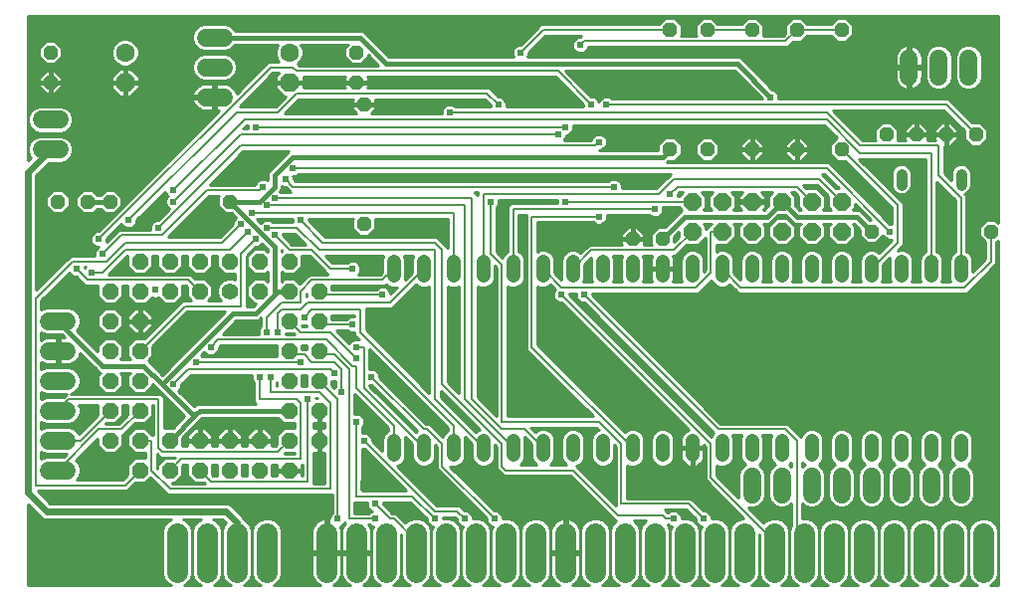
<source format=gbl>
G75*
%MOIN*%
%OFA0B0*%
%FSLAX24Y24*%
%IPPOS*%
%LPD*%
%AMOC8*
5,1,8,0,0,1.08239X$1,22.5*
%
%ADD10C,0.0360*%
%ADD11OC8,0.0480*%
%ADD12C,0.0480*%
%ADD13C,0.0600*%
%ADD14C,0.0550*%
%ADD15OC8,0.0550*%
%ADD16OC8,0.0630*%
%ADD17C,0.0630*%
%ADD18C,0.0700*%
%ADD19OC8,0.0600*%
%ADD20C,0.0080*%
%ADD21C,0.0240*%
%ADD22C,0.0100*%
%ADD23R,0.0356X0.0356*%
%ADD24C,0.0160*%
%ADD25C,0.0240*%
D10*
X029600Y013745D02*
X029600Y014105D01*
X031600Y014105D02*
X031600Y013745D01*
D11*
X032600Y012175D03*
X028600Y012175D03*
X027600Y014925D03*
X029100Y015425D03*
X030100Y015425D03*
X031100Y015425D03*
X032100Y015425D03*
X027600Y018925D03*
X026100Y018925D03*
X024600Y018925D03*
X023100Y018925D03*
X021850Y018925D03*
X021850Y014925D03*
X023100Y014925D03*
X024600Y014925D03*
X026100Y014925D03*
X021600Y011925D03*
X020600Y011925D03*
X011600Y012425D03*
X007100Y013175D03*
X003100Y013175D03*
X002350Y013175D03*
X001350Y013175D03*
X001100Y017175D03*
X001100Y018175D03*
X011350Y018175D03*
X011350Y017175D03*
X011600Y016425D03*
D12*
X012600Y011165D02*
X012600Y010685D01*
X013600Y010685D02*
X013600Y011165D01*
X014600Y011165D02*
X014600Y010685D01*
X015600Y010685D02*
X015600Y011165D01*
X016600Y011165D02*
X016600Y010685D01*
X017600Y010685D02*
X017600Y011165D01*
X018600Y011165D02*
X018600Y010685D01*
X019600Y010685D02*
X019600Y011165D01*
X020600Y011165D02*
X020600Y010685D01*
X021600Y010685D02*
X021600Y011165D01*
X022600Y011165D02*
X022600Y010685D01*
X023600Y010685D02*
X023600Y011165D01*
X024600Y011165D02*
X024600Y010685D01*
X025600Y010685D02*
X025600Y011165D01*
X026600Y011165D02*
X026600Y010685D01*
X027600Y010685D02*
X027600Y011165D01*
X028600Y011165D02*
X028600Y010685D01*
X029600Y010685D02*
X029600Y011165D01*
X030600Y011165D02*
X030600Y010685D01*
X031600Y010685D02*
X031600Y011165D01*
X031600Y005165D02*
X031600Y004685D01*
X030600Y004685D02*
X030600Y005165D01*
X029600Y005165D02*
X029600Y004685D01*
X028600Y004685D02*
X028600Y005165D01*
X027600Y005165D02*
X027600Y004685D01*
X026600Y004685D02*
X026600Y005165D01*
X025600Y005165D02*
X025600Y004685D01*
X024600Y004685D02*
X024600Y005165D01*
X023600Y005165D02*
X023600Y004685D01*
X022600Y004685D02*
X022600Y005165D01*
X021600Y005165D02*
X021600Y004685D01*
X020600Y004685D02*
X020600Y005165D01*
X019600Y005165D02*
X019600Y004685D01*
X018600Y004685D02*
X018600Y005165D01*
X017600Y005165D02*
X017600Y004685D01*
X016600Y004685D02*
X016600Y005165D01*
X015600Y005165D02*
X015600Y004685D01*
X014600Y004685D02*
X014600Y005165D01*
X013600Y005165D02*
X013600Y004685D01*
X012600Y004685D02*
X012600Y005165D01*
D13*
X001650Y005175D02*
X001050Y005175D01*
X001050Y004175D02*
X001650Y004175D01*
X001650Y006175D02*
X001050Y006175D01*
X001050Y007175D02*
X001650Y007175D01*
X001650Y008175D02*
X001050Y008175D01*
X001050Y009175D02*
X001650Y009175D01*
X001400Y014925D02*
X000800Y014925D01*
X000800Y015925D02*
X001400Y015925D01*
X006300Y016675D02*
X006900Y016675D01*
X006900Y017675D02*
X006300Y017675D01*
X006300Y018675D02*
X006900Y018675D01*
X029850Y017975D02*
X029850Y017375D01*
X030850Y017375D02*
X030850Y017975D01*
X031850Y017975D02*
X031850Y017375D01*
X031600Y003975D02*
X031600Y003375D01*
X030600Y003375D02*
X030600Y003975D01*
X029600Y003975D02*
X029600Y003375D01*
X028600Y003375D02*
X028600Y003975D01*
X027600Y003975D02*
X027600Y003375D01*
X026600Y003375D02*
X026600Y003975D01*
X025600Y003975D02*
X025600Y003375D01*
X024600Y003375D02*
X024600Y003975D01*
D14*
X007100Y010175D03*
D15*
X006100Y010175D03*
X005100Y010175D03*
X004100Y010175D03*
X003100Y010175D03*
X003100Y009175D03*
X004100Y009175D03*
X004100Y008175D03*
X003100Y008175D03*
X003100Y007175D03*
X004100Y007175D03*
X004100Y006175D03*
X003100Y006175D03*
X003100Y005175D03*
X004100Y005175D03*
X005100Y005175D03*
X006100Y005175D03*
X007100Y005175D03*
X008100Y005175D03*
X009100Y005175D03*
X010100Y005175D03*
X010100Y006175D03*
X009100Y006175D03*
X009100Y007175D03*
X010100Y007175D03*
X010100Y008175D03*
X009100Y008175D03*
X009100Y009175D03*
X010100Y009175D03*
X010100Y010175D03*
X009100Y010175D03*
X008100Y010175D03*
X008100Y011175D03*
X007100Y011175D03*
X006100Y011175D03*
X005100Y011175D03*
X004100Y011175D03*
X009100Y011175D03*
X009100Y004175D03*
X008100Y004175D03*
X007100Y004175D03*
X006100Y004175D03*
X005100Y004175D03*
X004100Y004175D03*
D16*
X003600Y017175D03*
X009100Y017175D03*
D17*
X009100Y018175D03*
X003600Y018175D03*
D18*
X005350Y002075D02*
X005350Y000775D01*
X006350Y000775D02*
X006350Y002075D01*
X007350Y002075D02*
X007350Y000775D01*
X008350Y000775D02*
X008350Y002075D01*
X010350Y002075D02*
X010350Y000775D01*
X011350Y000775D02*
X011350Y002075D01*
X012350Y002075D02*
X012350Y000775D01*
X013350Y000775D02*
X013350Y002075D01*
X014350Y002075D02*
X014350Y000775D01*
X015350Y000775D02*
X015350Y002075D01*
X016350Y002075D02*
X016350Y000775D01*
X017350Y000775D02*
X017350Y002075D01*
X018350Y002075D02*
X018350Y000775D01*
X019350Y000775D02*
X019350Y002075D01*
X020350Y002075D02*
X020350Y000775D01*
X021350Y000775D02*
X021350Y002075D01*
X022350Y002075D02*
X022350Y000775D01*
X023350Y000775D02*
X023350Y002075D01*
X024350Y002075D02*
X024350Y000775D01*
X025350Y000775D02*
X025350Y002075D01*
X026350Y002075D02*
X026350Y000775D01*
X027350Y000775D02*
X027350Y002075D01*
X028350Y002075D02*
X028350Y000775D01*
X029350Y000775D02*
X029350Y002075D01*
X030350Y002075D02*
X030350Y000775D01*
X031350Y000775D02*
X031350Y002075D01*
X032350Y002075D02*
X032350Y000775D01*
D19*
X027600Y012175D03*
X026600Y012175D03*
X025600Y012175D03*
X024600Y012175D03*
X023600Y012175D03*
X022600Y012175D03*
X022600Y013175D03*
X023600Y013175D03*
X024600Y013175D03*
X025600Y013175D03*
X026600Y013175D03*
X027600Y013175D03*
D20*
X026850Y013925D01*
X021975Y013925D01*
X021475Y013425D01*
X015600Y013425D01*
X015600Y010925D01*
X015850Y011425D02*
X016225Y011050D01*
X016225Y005800D01*
X019475Y005800D01*
X020225Y005050D01*
X020225Y003050D01*
X022475Y003050D01*
X022975Y002550D01*
X021975Y002550D02*
X021725Y002550D01*
X021600Y002675D01*
X020100Y002675D01*
X018600Y004175D01*
X016350Y004175D01*
X016225Y004300D01*
X016225Y005050D01*
X014225Y007050D01*
X014225Y011550D01*
X013975Y011800D01*
X010225Y011800D01*
X009475Y012550D01*
X009350Y012300D02*
X008350Y012300D01*
X008600Y012050D02*
X009100Y011550D01*
X009850Y011550D01*
X010475Y010925D01*
X011225Y010925D01*
X012225Y010550D02*
X009850Y010550D01*
X009475Y010175D01*
X009475Y009800D01*
X008850Y009800D01*
X008350Y009300D01*
X008350Y008800D01*
X008725Y008800D02*
X008725Y009425D01*
X008850Y009550D01*
X009475Y009550D01*
X009725Y009800D01*
X012475Y009800D01*
X013600Y010925D01*
X013975Y011550D02*
X010100Y011550D01*
X009350Y012300D01*
X008350Y013050D02*
X014975Y013050D01*
X014975Y006550D01*
X016600Y004925D01*
X016225Y005550D02*
X015225Y006550D01*
X015225Y013300D01*
X008600Y013300D01*
X008225Y013675D02*
X008100Y013550D01*
X006350Y013550D01*
X004850Y012050D01*
X003475Y012050D01*
X002850Y011425D01*
X002975Y011175D02*
X001850Y011175D01*
X000600Y009925D01*
X000600Y003675D01*
X003600Y003675D01*
X004100Y004175D01*
X004475Y004175D02*
X004475Y005175D01*
X004100Y005175D01*
X004725Y004925D02*
X004850Y004800D01*
X008725Y004800D01*
X009100Y005175D01*
X009475Y004550D02*
X005475Y004550D01*
X005100Y004175D01*
X004475Y004175D02*
X005100Y003550D01*
X010475Y003550D01*
X010475Y006425D01*
X010100Y006800D01*
X008475Y006800D01*
X008475Y007300D01*
X008100Y007300D02*
X008100Y006550D01*
X009350Y006550D01*
X009475Y006425D01*
X009475Y004550D01*
X009725Y003800D02*
X006475Y003800D01*
X006100Y004175D01*
X004725Y004925D02*
X004725Y006550D01*
X001725Y006550D01*
X001350Y006175D01*
X002725Y005550D02*
X001350Y004175D01*
X001350Y005175D02*
X002100Y005175D01*
X003100Y006175D01*
X002725Y005550D02*
X003475Y005550D01*
X004100Y006175D01*
X005225Y007050D02*
X005725Y007550D01*
X010475Y007550D01*
X010600Y007425D01*
X010850Y007550D02*
X010850Y006800D01*
X010725Y006550D02*
X010725Y002550D01*
X011100Y002550D02*
X011975Y002550D01*
X012475Y002550D02*
X012600Y002550D01*
X013350Y001800D01*
X013350Y001425D01*
X013975Y002550D02*
X013225Y003300D01*
X011350Y003300D01*
X011350Y005800D01*
X011600Y005175D02*
X013975Y002800D01*
X014725Y002800D01*
X014975Y002550D01*
X015975Y002550D02*
X014225Y004300D01*
X014225Y005050D01*
X013725Y005550D01*
X013600Y005550D01*
X011850Y007300D01*
X011600Y006925D02*
X011600Y008300D01*
X011350Y008300D01*
X011350Y007925D02*
X010475Y008800D01*
X009475Y008800D01*
X009100Y009175D01*
X009600Y009300D02*
X009850Y009550D01*
X011475Y009550D01*
X011475Y008800D01*
X014600Y005675D01*
X014600Y004925D01*
X013600Y004925D02*
X011600Y006925D01*
X011350Y006925D02*
X011350Y007675D01*
X011225Y007675D01*
X010350Y008550D01*
X006725Y008550D01*
X006475Y008300D01*
X005975Y007800D02*
X009475Y007800D01*
X009600Y008050D02*
X009225Y008050D01*
X009100Y008175D01*
X009600Y008050D02*
X009850Y007800D01*
X010600Y007800D01*
X010850Y007550D01*
X011100Y007550D02*
X011100Y002550D01*
X011975Y003050D02*
X012475Y002550D01*
X009725Y003800D02*
X009725Y006550D01*
X010100Y007175D02*
X010725Y006550D01*
X011350Y006925D02*
X012600Y005675D01*
X012600Y004925D01*
X013975Y006550D02*
X013975Y011550D01*
X014600Y010925D02*
X014600Y012800D01*
X007850Y012800D01*
X007475Y012425D02*
X006850Y011800D01*
X003600Y011800D01*
X002975Y011175D01*
X002850Y010800D02*
X002475Y010800D01*
X002350Y010550D02*
X005725Y010550D01*
X006100Y010175D01*
X005600Y009675D02*
X004100Y008175D01*
X005600Y009675D02*
X007475Y009675D01*
X007475Y011425D01*
X007975Y011925D01*
X007725Y012175D02*
X007100Y011550D01*
X003600Y011550D01*
X002850Y010800D01*
X002350Y010550D02*
X001975Y010925D01*
X002725Y011925D02*
X008475Y017675D01*
X009225Y017675D01*
X009350Y017550D01*
X018100Y017550D01*
X019225Y016425D01*
X019725Y016425D02*
X031100Y016425D01*
X032100Y015425D01*
X030850Y015050D02*
X028225Y015050D01*
X027100Y016175D01*
X014475Y016175D01*
X015725Y016800D02*
X009350Y016800D01*
X008725Y016175D01*
X007350Y016175D01*
X003725Y012550D01*
X004725Y012300D02*
X007475Y015050D01*
X019350Y015050D01*
X019475Y015175D01*
X018350Y015675D02*
X007975Y015675D01*
X007600Y015925D02*
X005225Y013550D01*
X005225Y013175D02*
X007475Y015425D01*
X018100Y015425D01*
X016100Y016425D02*
X015725Y016800D01*
X016850Y018175D02*
X017600Y018925D01*
X021850Y018925D01*
X023100Y018925D02*
X024600Y018925D01*
X025725Y018550D02*
X026100Y018925D01*
X027600Y018925D01*
X025725Y018550D02*
X018975Y018550D01*
X018850Y018425D01*
X019975Y013675D02*
X009225Y013675D01*
X008975Y013925D01*
X009225Y014300D02*
X027100Y014300D01*
X029225Y012175D01*
X029475Y011800D02*
X029475Y013050D01*
X027600Y014925D01*
X028225Y014800D02*
X027100Y015925D01*
X007600Y015925D01*
X015850Y013175D02*
X015850Y011425D01*
X016600Y010925D02*
X016600Y012925D01*
X021350Y012925D01*
X021850Y013425D02*
X022100Y013675D01*
X026100Y013675D01*
X026600Y013175D01*
X028225Y014800D02*
X030600Y014800D01*
X030600Y010925D01*
X031600Y010925D02*
X031600Y013300D01*
X030850Y014050D01*
X030850Y015050D01*
X032600Y012175D02*
X032600Y011175D01*
X031725Y010300D01*
X024225Y010300D01*
X023600Y010925D01*
X023225Y010800D02*
X023225Y012175D01*
X023600Y012175D01*
X022600Y012175D02*
X021975Y011550D01*
X019225Y011550D01*
X018600Y010925D01*
X018225Y010300D02*
X022725Y010300D01*
X023225Y010800D01*
X019475Y012675D02*
X017225Y012675D01*
X017225Y008300D01*
X020600Y004925D01*
X023225Y005050D02*
X023225Y003925D01*
X025350Y001800D01*
X025350Y001425D01*
X026100Y001425D02*
X026350Y001425D01*
X026100Y001425D02*
X026100Y005175D01*
X025725Y005550D01*
X023475Y005550D01*
X018975Y010050D01*
X018225Y010050D02*
X023225Y005050D01*
X017600Y004925D02*
X016975Y005550D01*
X016225Y005550D01*
X015600Y004925D02*
X013975Y006550D01*
X011100Y007550D02*
X010600Y008050D01*
X010225Y008050D01*
X010100Y008175D01*
X010225Y009050D02*
X011225Y009050D01*
X010225Y009050D02*
X010100Y009175D01*
X010225Y010050D02*
X012225Y010050D01*
X012225Y010550D02*
X012600Y010925D01*
X010225Y010050D02*
X010100Y010175D01*
X017600Y010925D02*
X018225Y010300D01*
X018350Y013175D02*
X022600Y013175D01*
X028600Y010925D02*
X029475Y011800D01*
D21*
X029225Y012175D03*
X021850Y013425D03*
X021350Y012925D03*
X019975Y013675D03*
X019475Y012675D03*
X018350Y013175D03*
X015850Y013175D03*
X018100Y015425D03*
X018350Y015675D03*
X019475Y015175D03*
X019225Y016425D03*
X019725Y016425D03*
X016850Y018175D03*
X018850Y018425D03*
X016100Y016425D03*
X014475Y016175D03*
X009225Y014300D03*
X008975Y013925D03*
X008600Y013300D03*
X008350Y013050D03*
X007850Y012800D03*
X007475Y012425D03*
X007725Y012175D03*
X007975Y011925D03*
X008600Y012050D03*
X008350Y012300D03*
X009475Y012550D03*
X008225Y013675D03*
X005225Y013550D03*
X005225Y013175D03*
X003725Y012550D03*
X004725Y012300D03*
X002725Y011925D03*
X002850Y011425D03*
X001975Y010925D03*
X002475Y010800D03*
X004628Y010215D03*
X006475Y008300D03*
X005975Y007800D03*
X005225Y007050D03*
X008100Y007300D03*
X008475Y007300D03*
X009475Y007800D03*
X010600Y007425D03*
X010850Y006800D03*
X011850Y007300D03*
X011350Y007925D03*
X011350Y008300D03*
X011225Y009050D03*
X012225Y010050D03*
X011225Y010925D03*
X009600Y009300D03*
X008725Y008800D03*
X008350Y008800D03*
X009725Y006550D03*
X011350Y005800D03*
X011600Y005175D03*
X011975Y003050D03*
X011975Y002550D03*
X010725Y002550D03*
X013975Y002550D03*
X014975Y002550D03*
X015975Y002550D03*
X021975Y002550D03*
X022975Y002550D03*
X018975Y010050D03*
X018225Y010050D03*
X007975Y015675D03*
X025225Y016675D03*
D22*
X000350Y003043D02*
X000350Y000325D01*
X005130Y000325D01*
X005067Y000351D01*
X004926Y000492D01*
X004850Y000676D01*
X004850Y002175D01*
X004926Y002359D01*
X005067Y002499D01*
X005142Y002530D01*
X001029Y002530D01*
X000921Y002530D01*
X000822Y002571D01*
X000350Y003043D01*
X000350Y003032D02*
X000362Y003032D01*
X000350Y002933D02*
X000460Y002933D01*
X000559Y002835D02*
X000350Y002835D01*
X000350Y002736D02*
X000657Y002736D01*
X000756Y002638D02*
X000350Y002638D01*
X000350Y002539D02*
X000900Y002539D01*
X000350Y002441D02*
X005008Y002441D01*
X004919Y002342D02*
X000350Y002342D01*
X000350Y002244D02*
X004879Y002244D01*
X004850Y002145D02*
X000350Y002145D01*
X000350Y002047D02*
X004850Y002047D01*
X004850Y001948D02*
X000350Y001948D01*
X000350Y001850D02*
X004850Y001850D01*
X004850Y001751D02*
X000350Y001751D01*
X000350Y001653D02*
X004850Y001653D01*
X004850Y001554D02*
X000350Y001554D01*
X000350Y001456D02*
X004850Y001456D01*
X004850Y001357D02*
X000350Y001357D01*
X000350Y001259D02*
X004850Y001259D01*
X004850Y001160D02*
X000350Y001160D01*
X000350Y001062D02*
X004850Y001062D01*
X004850Y000963D02*
X000350Y000963D01*
X000350Y000865D02*
X004850Y000865D01*
X004850Y000766D02*
X000350Y000766D01*
X000350Y000668D02*
X004853Y000668D01*
X004894Y000569D02*
X000350Y000569D01*
X000350Y000471D02*
X004947Y000471D01*
X005046Y000372D02*
X000350Y000372D01*
X001087Y003070D02*
X000672Y003485D01*
X003521Y003485D01*
X003679Y003485D01*
X003944Y003750D01*
X004276Y003750D01*
X004454Y003928D01*
X005021Y003360D01*
X010535Y003360D01*
X010535Y002742D01*
X010496Y002703D01*
X010455Y002604D01*
X010455Y002565D01*
X010400Y002574D01*
X010400Y001475D01*
X010850Y001475D01*
X010850Y002115D01*
X010838Y002192D01*
X010813Y002267D01*
X010802Y002290D01*
X010878Y002321D01*
X010954Y002397D01*
X010963Y002419D01*
X010975Y002407D01*
X010969Y002401D01*
X010922Y002337D01*
X010887Y002267D01*
X010862Y002192D01*
X010850Y002115D01*
X010850Y001475D01*
X011300Y001475D01*
X011300Y001375D01*
X010850Y001375D01*
X010400Y001375D01*
X010400Y001475D01*
X010300Y001475D01*
X010300Y001375D01*
X009850Y001375D01*
X009850Y000736D01*
X009862Y000658D01*
X009887Y000583D01*
X009922Y000513D01*
X009969Y000450D01*
X010024Y000394D01*
X010088Y000348D01*
X010132Y000325D01*
X008570Y000325D01*
X008633Y000351D01*
X008774Y000492D01*
X008850Y000676D01*
X008850Y002175D01*
X008774Y002359D01*
X008633Y002499D01*
X008449Y002575D01*
X008251Y002575D01*
X008067Y002499D01*
X007926Y002359D01*
X007850Y002175D01*
X007774Y002359D01*
X007633Y002499D01*
X007607Y002510D01*
X007579Y002578D01*
X007204Y002953D01*
X007128Y003029D01*
X007029Y003070D01*
X001087Y003070D01*
X001027Y003130D02*
X010535Y003130D01*
X010535Y003032D02*
X007122Y003032D01*
X007224Y002933D02*
X010535Y002933D01*
X010535Y002835D02*
X007322Y002835D01*
X007421Y002736D02*
X010529Y002736D01*
X010469Y002638D02*
X007519Y002638D01*
X007595Y002539D02*
X008164Y002539D01*
X008008Y002441D02*
X007692Y002441D01*
X007781Y002342D02*
X007919Y002342D01*
X007879Y002244D02*
X007821Y002244D01*
X007850Y002175D02*
X007850Y000676D01*
X007774Y000492D01*
X007633Y000351D01*
X007570Y000325D01*
X008130Y000325D01*
X008067Y000351D01*
X007926Y000492D01*
X007850Y000676D01*
X007850Y002175D01*
X007850Y002145D02*
X007850Y002145D01*
X007850Y002047D02*
X007850Y002047D01*
X007850Y001948D02*
X007850Y001948D01*
X007850Y001850D02*
X007850Y001850D01*
X007850Y001751D02*
X007850Y001751D01*
X007850Y001653D02*
X007850Y001653D01*
X007850Y001554D02*
X007850Y001554D01*
X007850Y001456D02*
X007850Y001456D01*
X007850Y001357D02*
X007850Y001357D01*
X007850Y001259D02*
X007850Y001259D01*
X007850Y001160D02*
X007850Y001160D01*
X007850Y001062D02*
X007850Y001062D01*
X007850Y000963D02*
X007850Y000963D01*
X007850Y000865D02*
X007850Y000865D01*
X007850Y000766D02*
X007850Y000766D01*
X007847Y000668D02*
X007853Y000668D01*
X007894Y000569D02*
X007806Y000569D01*
X007753Y000471D02*
X007947Y000471D01*
X008046Y000372D02*
X007654Y000372D01*
X007130Y000325D02*
X006570Y000325D01*
X006633Y000351D01*
X006774Y000492D01*
X006850Y000676D01*
X006850Y002175D01*
X006774Y002359D01*
X006633Y002499D01*
X006558Y002530D01*
X006863Y002530D01*
X006981Y002413D01*
X006926Y002359D01*
X006850Y002175D01*
X006850Y000676D01*
X006926Y000492D01*
X007067Y000351D01*
X007130Y000325D01*
X007046Y000372D02*
X006654Y000372D01*
X006753Y000471D02*
X006947Y000471D01*
X006894Y000569D02*
X006806Y000569D01*
X006847Y000668D02*
X006853Y000668D01*
X006850Y000766D02*
X006850Y000766D01*
X006850Y000865D02*
X006850Y000865D01*
X006850Y000963D02*
X006850Y000963D01*
X006850Y001062D02*
X006850Y001062D01*
X006850Y001160D02*
X006850Y001160D01*
X006850Y001259D02*
X006850Y001259D01*
X006850Y001357D02*
X006850Y001357D01*
X006850Y001456D02*
X006850Y001456D01*
X006850Y001554D02*
X006850Y001554D01*
X006850Y001653D02*
X006850Y001653D01*
X006850Y001751D02*
X006850Y001751D01*
X006850Y001850D02*
X006850Y001850D01*
X006850Y001948D02*
X006850Y001948D01*
X006850Y002047D02*
X006850Y002047D01*
X006850Y002145D02*
X006850Y002145D01*
X006821Y002244D02*
X006879Y002244D01*
X006919Y002342D02*
X006781Y002342D01*
X006692Y002441D02*
X006953Y002441D01*
X006142Y002530D02*
X006067Y002499D01*
X005926Y002359D01*
X005850Y002175D01*
X005774Y002359D01*
X005633Y002499D01*
X005558Y002530D01*
X006142Y002530D01*
X006008Y002441D02*
X005692Y002441D01*
X005781Y002342D02*
X005919Y002342D01*
X005879Y002244D02*
X005821Y002244D01*
X005850Y002175D02*
X005850Y000676D01*
X005774Y000492D01*
X005633Y000351D01*
X005570Y000325D01*
X006130Y000325D01*
X006067Y000351D01*
X005926Y000492D01*
X005850Y000676D01*
X005850Y002175D01*
X005850Y002145D02*
X005850Y002145D01*
X005850Y002047D02*
X005850Y002047D01*
X005850Y001948D02*
X005850Y001948D01*
X005850Y001850D02*
X005850Y001850D01*
X005850Y001751D02*
X005850Y001751D01*
X005850Y001653D02*
X005850Y001653D01*
X005850Y001554D02*
X005850Y001554D01*
X005850Y001456D02*
X005850Y001456D01*
X005850Y001357D02*
X005850Y001357D01*
X005850Y001259D02*
X005850Y001259D01*
X005850Y001160D02*
X005850Y001160D01*
X005850Y001062D02*
X005850Y001062D01*
X005850Y000963D02*
X005850Y000963D01*
X005850Y000865D02*
X005850Y000865D01*
X005850Y000766D02*
X005850Y000766D01*
X005847Y000668D02*
X005853Y000668D01*
X005894Y000569D02*
X005806Y000569D01*
X005753Y000471D02*
X005947Y000471D01*
X006046Y000372D02*
X005654Y000372D01*
X008654Y000372D02*
X010054Y000372D01*
X009953Y000471D02*
X008753Y000471D01*
X008806Y000569D02*
X009894Y000569D01*
X009861Y000668D02*
X008847Y000668D01*
X008850Y000766D02*
X009850Y000766D01*
X009850Y000865D02*
X008850Y000865D01*
X008850Y000963D02*
X009850Y000963D01*
X009850Y001062D02*
X008850Y001062D01*
X008850Y001160D02*
X009850Y001160D01*
X009850Y001259D02*
X008850Y001259D01*
X008850Y001357D02*
X009850Y001357D01*
X009850Y001475D02*
X010300Y001475D01*
X010300Y002574D01*
X010233Y002563D01*
X010158Y002539D01*
X010088Y002503D01*
X010024Y002457D01*
X009969Y002401D01*
X009922Y002337D01*
X009887Y002267D01*
X009862Y002192D01*
X009850Y002115D01*
X009850Y001475D01*
X009850Y001554D02*
X008850Y001554D01*
X008850Y001456D02*
X010300Y001456D01*
X010300Y001554D02*
X010400Y001554D01*
X010400Y001456D02*
X011300Y001456D01*
X011400Y001456D02*
X011850Y001456D01*
X011850Y001475D02*
X011850Y002115D01*
X011838Y002192D01*
X011813Y002267D01*
X011778Y002337D01*
X011761Y002360D01*
X011783Y002360D01*
X011822Y002321D01*
X011898Y002290D01*
X011850Y002175D01*
X011850Y000676D01*
X011926Y000492D01*
X012067Y000351D01*
X012130Y000325D01*
X011568Y000325D01*
X011612Y000348D01*
X011676Y000394D01*
X011731Y000450D01*
X011778Y000513D01*
X011813Y000583D01*
X011838Y000658D01*
X011850Y000736D01*
X011850Y001375D01*
X011400Y001375D01*
X011400Y001475D01*
X011850Y001475D01*
X011850Y001554D02*
X011850Y001554D01*
X011850Y001653D02*
X011850Y001653D01*
X011850Y001751D02*
X011850Y001751D01*
X011850Y001850D02*
X011850Y001850D01*
X011850Y001948D02*
X011850Y001948D01*
X011850Y002047D02*
X011850Y002047D01*
X011845Y002145D02*
X011850Y002145D01*
X011821Y002244D02*
X011879Y002244D01*
X011801Y002342D02*
X011774Y002342D01*
X011783Y002740D02*
X011290Y002740D01*
X011290Y003110D01*
X011708Y003110D01*
X011705Y003104D01*
X011705Y002997D01*
X011746Y002897D01*
X011822Y002821D01*
X011873Y002800D01*
X011822Y002779D01*
X011783Y002740D01*
X011809Y002835D02*
X011290Y002835D01*
X011290Y002933D02*
X011731Y002933D01*
X011705Y003032D02*
X011290Y003032D01*
X011540Y003490D02*
X011540Y004908D01*
X011546Y004905D01*
X011601Y004905D01*
X013016Y003490D01*
X011540Y003490D01*
X011540Y003524D02*
X012982Y003524D01*
X012884Y003623D02*
X011540Y003623D01*
X011540Y003721D02*
X012785Y003721D01*
X012687Y003820D02*
X011540Y003820D01*
X011540Y003918D02*
X012588Y003918D01*
X012490Y004017D02*
X011540Y004017D01*
X011540Y004115D02*
X012391Y004115D01*
X012293Y004214D02*
X011540Y004214D01*
X011540Y004312D02*
X012194Y004312D01*
X012096Y004411D02*
X011540Y004411D01*
X011540Y004509D02*
X011997Y004509D01*
X011899Y004608D02*
X011540Y004608D01*
X011540Y004706D02*
X011800Y004706D01*
X011702Y004805D02*
X011540Y004805D01*
X011540Y004903D02*
X011603Y004903D01*
X011944Y005100D02*
X012210Y005100D01*
X012210Y005002D02*
X012042Y005002D01*
X012141Y004903D02*
X012210Y004903D01*
X012210Y004834D02*
X011870Y005174D01*
X011870Y005229D01*
X011829Y005328D01*
X011753Y005404D01*
X011654Y005445D01*
X011546Y005445D01*
X011540Y005443D01*
X011540Y005608D01*
X011579Y005647D01*
X011620Y005747D01*
X011620Y005854D01*
X011579Y005953D01*
X011503Y006029D01*
X011404Y006070D01*
X011296Y006070D01*
X011290Y006068D01*
X011290Y006717D01*
X012410Y005597D01*
X012410Y005509D01*
X012379Y005496D01*
X012269Y005386D01*
X012210Y005243D01*
X012210Y004834D01*
X012210Y005199D02*
X011870Y005199D01*
X011842Y005297D02*
X012233Y005297D01*
X012279Y005396D02*
X011761Y005396D01*
X011540Y005494D02*
X012377Y005494D01*
X012410Y005593D02*
X011540Y005593D01*
X011597Y005691D02*
X012315Y005691D01*
X012217Y005790D02*
X011620Y005790D01*
X011606Y005888D02*
X012118Y005888D01*
X012020Y005987D02*
X011545Y005987D01*
X011290Y006085D02*
X011921Y006085D01*
X011823Y006184D02*
X011290Y006184D01*
X011290Y006282D02*
X011724Y006282D01*
X011626Y006381D02*
X011290Y006381D01*
X011290Y006479D02*
X011527Y006479D01*
X011429Y006578D02*
X011290Y006578D01*
X011290Y006676D02*
X011330Y006676D01*
X011921Y006873D02*
X012008Y006873D01*
X012019Y006775D02*
X012107Y006775D01*
X012118Y006676D02*
X012205Y006676D01*
X012216Y006578D02*
X012304Y006578D01*
X012315Y006479D02*
X012402Y006479D01*
X012413Y006381D02*
X012501Y006381D01*
X012512Y006282D02*
X012599Y006282D01*
X012610Y006184D02*
X012698Y006184D01*
X012709Y006085D02*
X012796Y006085D01*
X012807Y005987D02*
X012895Y005987D01*
X012906Y005888D02*
X012993Y005888D01*
X013004Y005790D02*
X013092Y005790D01*
X013103Y005691D02*
X013190Y005691D01*
X013201Y005593D02*
X013289Y005593D01*
X013300Y005494D02*
X013377Y005494D01*
X013379Y005496D02*
X013384Y005498D01*
X011851Y007030D01*
X011796Y007030D01*
X011790Y007033D01*
X011790Y007004D01*
X013339Y005455D01*
X013379Y005496D01*
X013058Y005199D02*
X012990Y005199D01*
X012990Y005243D02*
X012973Y005283D01*
X013210Y005047D01*
X013210Y004608D01*
X012990Y004608D01*
X012990Y005243D01*
X012990Y005100D02*
X013156Y005100D01*
X013210Y005002D02*
X012990Y005002D01*
X012990Y004903D02*
X013210Y004903D01*
X013210Y004805D02*
X012990Y004805D01*
X012990Y004706D02*
X013210Y004706D01*
X013210Y004608D02*
X013269Y004464D01*
X013379Y004355D01*
X013522Y004295D01*
X013678Y004295D01*
X013821Y004355D01*
X013931Y004464D01*
X013990Y004608D01*
X014035Y004608D01*
X013990Y004608D02*
X013990Y005017D01*
X014035Y004972D01*
X014035Y004222D01*
X015705Y002552D01*
X015705Y002497D01*
X015746Y002397D01*
X015822Y002321D01*
X015898Y002290D01*
X015850Y002175D01*
X015774Y002359D01*
X015633Y002499D01*
X015449Y002575D01*
X015251Y002575D01*
X015245Y002573D01*
X015245Y002604D01*
X015204Y002703D01*
X015128Y002779D01*
X015029Y002820D01*
X014974Y002820D01*
X014804Y002990D01*
X014054Y002990D01*
X012728Y004316D01*
X012821Y004355D01*
X012931Y004464D01*
X012990Y004608D01*
X012949Y004509D02*
X013251Y004509D01*
X013323Y004411D02*
X012877Y004411D01*
X012732Y004312D02*
X013481Y004312D01*
X013719Y004312D02*
X014035Y004312D01*
X014043Y004214D02*
X012830Y004214D01*
X012929Y004115D02*
X014141Y004115D01*
X014240Y004017D02*
X013027Y004017D01*
X013126Y003918D02*
X014338Y003918D01*
X014437Y003820D02*
X013224Y003820D01*
X013323Y003721D02*
X014535Y003721D01*
X014634Y003623D02*
X013421Y003623D01*
X013520Y003524D02*
X014732Y003524D01*
X014831Y003426D02*
X013618Y003426D01*
X013717Y003327D02*
X014929Y003327D01*
X015028Y003229D02*
X013815Y003229D01*
X013914Y003130D02*
X015126Y003130D01*
X015225Y003032D02*
X014012Y003032D01*
X014242Y002610D02*
X014646Y002610D01*
X014705Y002552D01*
X014705Y002497D01*
X014746Y002397D01*
X014822Y002321D01*
X014898Y002290D01*
X014850Y002175D01*
X014774Y002359D01*
X014633Y002499D01*
X014449Y002575D01*
X014251Y002575D01*
X014245Y002573D01*
X014245Y002604D01*
X014242Y002610D01*
X014536Y002539D02*
X014705Y002539D01*
X014692Y002441D02*
X014728Y002441D01*
X014781Y002342D02*
X014801Y002342D01*
X014821Y002244D02*
X014879Y002244D01*
X014850Y002175D02*
X014850Y000676D01*
X014774Y000492D01*
X014633Y000351D01*
X014570Y000325D01*
X015130Y000325D01*
X015067Y000351D01*
X014926Y000492D01*
X014850Y000676D01*
X014850Y002175D01*
X014850Y002145D02*
X014850Y002145D01*
X014850Y002047D02*
X014850Y002047D01*
X014850Y001948D02*
X014850Y001948D01*
X014850Y001850D02*
X014850Y001850D01*
X014850Y001751D02*
X014850Y001751D01*
X014850Y001653D02*
X014850Y001653D01*
X014850Y001554D02*
X014850Y001554D01*
X014850Y001456D02*
X014850Y001456D01*
X014850Y001357D02*
X014850Y001357D01*
X014850Y001259D02*
X014850Y001259D01*
X014850Y001160D02*
X014850Y001160D01*
X014850Y001062D02*
X014850Y001062D01*
X014850Y000963D02*
X014850Y000963D01*
X014850Y000865D02*
X014850Y000865D01*
X014850Y000766D02*
X014850Y000766D01*
X014847Y000668D02*
X014853Y000668D01*
X014894Y000569D02*
X014806Y000569D01*
X014753Y000471D02*
X014947Y000471D01*
X015046Y000372D02*
X014654Y000372D01*
X014130Y000325D02*
X013570Y000325D01*
X013633Y000351D01*
X013774Y000492D01*
X013850Y000676D01*
X013850Y002175D01*
X013898Y002290D01*
X013822Y002321D01*
X013746Y002397D01*
X013705Y002497D01*
X013705Y002552D01*
X013146Y003110D01*
X012242Y003110D01*
X012245Y003104D01*
X012245Y003049D01*
X012554Y002740D01*
X012679Y002740D01*
X012993Y002426D01*
X013067Y002499D01*
X013251Y002575D01*
X013449Y002575D01*
X013633Y002499D01*
X013774Y002359D01*
X013850Y002175D01*
X013850Y000676D01*
X013926Y000492D01*
X014067Y000351D01*
X014130Y000325D01*
X014046Y000372D02*
X013654Y000372D01*
X013753Y000471D02*
X013947Y000471D01*
X013894Y000569D02*
X013806Y000569D01*
X013847Y000668D02*
X013853Y000668D01*
X013850Y000766D02*
X013850Y000766D01*
X013850Y000865D02*
X013850Y000865D01*
X013850Y000963D02*
X013850Y000963D01*
X013850Y001062D02*
X013850Y001062D01*
X013850Y001160D02*
X013850Y001160D01*
X013850Y001259D02*
X013850Y001259D01*
X013850Y001357D02*
X013850Y001357D01*
X013850Y001456D02*
X013850Y001456D01*
X013850Y001554D02*
X013850Y001554D01*
X013850Y001653D02*
X013850Y001653D01*
X013850Y001751D02*
X013850Y001751D01*
X013850Y001850D02*
X013850Y001850D01*
X013850Y001948D02*
X013850Y001948D01*
X013850Y002047D02*
X013850Y002047D01*
X013850Y002145D02*
X013850Y002145D01*
X013821Y002244D02*
X013879Y002244D01*
X013801Y002342D02*
X013781Y002342D01*
X013728Y002441D02*
X013692Y002441D01*
X013705Y002539D02*
X013536Y002539D01*
X013619Y002638D02*
X012781Y002638D01*
X012683Y002736D02*
X013520Y002736D01*
X013422Y002835D02*
X012459Y002835D01*
X012361Y002933D02*
X013323Y002933D01*
X013225Y003032D02*
X012262Y003032D01*
X012880Y002539D02*
X013164Y002539D01*
X013008Y002441D02*
X012978Y002441D01*
X012850Y002032D02*
X012850Y002032D01*
X012850Y000676D01*
X012850Y002032D01*
X012850Y001948D02*
X012850Y001948D01*
X012850Y001850D02*
X012850Y001850D01*
X012850Y001751D02*
X012850Y001751D01*
X012850Y001653D02*
X012850Y001653D01*
X012850Y001554D02*
X012850Y001554D01*
X012850Y001456D02*
X012850Y001456D01*
X012850Y001357D02*
X012850Y001357D01*
X012850Y001259D02*
X012850Y001259D01*
X012850Y001160D02*
X012850Y001160D01*
X012850Y001062D02*
X012850Y001062D01*
X012850Y000963D02*
X012850Y000963D01*
X012850Y000865D02*
X012850Y000865D01*
X012850Y000766D02*
X012850Y000766D01*
X012850Y000676D02*
X012774Y000492D01*
X012633Y000351D01*
X012570Y000325D01*
X013130Y000325D01*
X013067Y000351D01*
X012926Y000492D01*
X012850Y000676D01*
X012847Y000668D02*
X012853Y000668D01*
X012894Y000569D02*
X012806Y000569D01*
X012753Y000471D02*
X012947Y000471D01*
X013046Y000372D02*
X012654Y000372D01*
X012046Y000372D02*
X011646Y000372D01*
X011747Y000471D02*
X011947Y000471D01*
X011894Y000569D02*
X011806Y000569D01*
X011839Y000668D02*
X011853Y000668D01*
X011850Y000766D02*
X011850Y000766D01*
X011850Y000865D02*
X011850Y000865D01*
X011850Y000963D02*
X011850Y000963D01*
X011850Y001062D02*
X011850Y001062D01*
X011850Y001160D02*
X011850Y001160D01*
X011850Y001259D02*
X011850Y001259D01*
X011850Y001357D02*
X011850Y001357D01*
X010850Y001357D02*
X010850Y001357D01*
X010850Y001375D02*
X010850Y000736D01*
X010838Y000658D01*
X010813Y000583D01*
X010778Y000513D01*
X010731Y000450D01*
X010676Y000394D01*
X010612Y000348D01*
X010568Y000325D01*
X011132Y000325D01*
X011088Y000348D01*
X011024Y000394D01*
X010969Y000450D01*
X010922Y000513D01*
X010887Y000583D01*
X010862Y000658D01*
X010850Y000736D01*
X010850Y001375D01*
X010850Y001259D02*
X010850Y001259D01*
X010850Y001160D02*
X010850Y001160D01*
X010850Y001062D02*
X010850Y001062D01*
X010850Y000963D02*
X010850Y000963D01*
X010850Y000865D02*
X010850Y000865D01*
X010850Y000766D02*
X010850Y000766D01*
X010839Y000668D02*
X010861Y000668D01*
X010894Y000569D02*
X010806Y000569D01*
X010747Y000471D02*
X010953Y000471D01*
X011054Y000372D02*
X010646Y000372D01*
X010850Y001554D02*
X010850Y001554D01*
X010850Y001653D02*
X010850Y001653D01*
X010850Y001751D02*
X010850Y001751D01*
X010850Y001850D02*
X010850Y001850D01*
X010850Y001948D02*
X010850Y001948D01*
X010850Y002047D02*
X010850Y002047D01*
X010845Y002145D02*
X010855Y002145D01*
X010879Y002244D02*
X010821Y002244D01*
X010899Y002342D02*
X010926Y002342D01*
X010400Y002342D02*
X010300Y002342D01*
X010300Y002244D02*
X010400Y002244D01*
X010400Y002145D02*
X010300Y002145D01*
X010300Y002047D02*
X010400Y002047D01*
X010400Y001948D02*
X010300Y001948D01*
X010300Y001850D02*
X010400Y001850D01*
X010400Y001751D02*
X010300Y001751D01*
X010300Y001653D02*
X010400Y001653D01*
X009850Y001653D02*
X008850Y001653D01*
X008850Y001751D02*
X009850Y001751D01*
X009850Y001850D02*
X008850Y001850D01*
X008850Y001948D02*
X009850Y001948D01*
X009850Y002047D02*
X008850Y002047D01*
X008850Y002145D02*
X009855Y002145D01*
X009879Y002244D02*
X008821Y002244D01*
X008781Y002342D02*
X009926Y002342D01*
X010008Y002441D02*
X008692Y002441D01*
X008536Y002539D02*
X010160Y002539D01*
X010300Y002539D02*
X010400Y002539D01*
X010400Y002441D02*
X010300Y002441D01*
X010535Y003229D02*
X000928Y003229D01*
X000830Y003327D02*
X010535Y003327D01*
X010285Y003740D02*
X009915Y003740D01*
X009915Y003879D01*
X009915Y004759D01*
X009924Y004750D01*
X010070Y004750D01*
X010070Y005145D01*
X010130Y005145D01*
X010130Y004750D01*
X010276Y004750D01*
X010285Y004759D01*
X010285Y003740D01*
X010285Y003820D02*
X009915Y003820D01*
X009915Y003918D02*
X010285Y003918D01*
X010285Y004017D02*
X009915Y004017D01*
X009915Y004115D02*
X010285Y004115D01*
X010285Y004214D02*
X009915Y004214D01*
X009915Y004312D02*
X010285Y004312D01*
X010285Y004411D02*
X009915Y004411D01*
X009915Y004509D02*
X010285Y004509D01*
X010285Y004608D02*
X009915Y004608D01*
X009915Y004706D02*
X010285Y004706D01*
X010130Y004805D02*
X010070Y004805D01*
X010070Y004903D02*
X010130Y004903D01*
X010130Y005002D02*
X010070Y005002D01*
X010070Y005100D02*
X010130Y005100D01*
X010130Y005205D02*
X010070Y005205D01*
X010070Y005600D01*
X009924Y005600D01*
X009915Y005591D01*
X009915Y005759D01*
X009924Y005750D01*
X010070Y005750D01*
X010070Y006145D01*
X010130Y006145D01*
X010130Y005750D01*
X010276Y005750D01*
X010285Y005759D01*
X010285Y005591D01*
X010276Y005600D01*
X010130Y005600D01*
X010130Y005205D01*
X010130Y005297D02*
X010070Y005297D01*
X010070Y005396D02*
X010130Y005396D01*
X010130Y005494D02*
X010070Y005494D01*
X010070Y005593D02*
X010130Y005593D01*
X010284Y005593D02*
X010285Y005593D01*
X010285Y005691D02*
X009915Y005691D01*
X009915Y005593D02*
X009916Y005593D01*
X010070Y005790D02*
X010130Y005790D01*
X010130Y005888D02*
X010070Y005888D01*
X010070Y005987D02*
X010130Y005987D01*
X010130Y006085D02*
X010070Y006085D01*
X010031Y006600D02*
X009995Y006600D01*
X009995Y006604D01*
X009992Y006610D01*
X010021Y006610D01*
X010031Y006600D01*
X009684Y006990D02*
X009516Y006990D01*
X009525Y006999D01*
X009525Y007351D01*
X009516Y007360D01*
X009684Y007360D01*
X009675Y007351D01*
X009675Y006999D01*
X009684Y006990D01*
X009675Y007070D02*
X009525Y007070D01*
X009525Y007169D02*
X009675Y007169D01*
X009675Y007267D02*
X009525Y007267D01*
X008675Y007118D02*
X008675Y006999D01*
X008684Y006990D01*
X008665Y006990D01*
X008665Y007108D01*
X008675Y007118D01*
X008675Y007070D02*
X008665Y007070D01*
X007910Y007070D02*
X005514Y007070D01*
X005495Y007052D02*
X005804Y007360D01*
X007833Y007360D01*
X007830Y007354D01*
X007830Y007247D01*
X007871Y007147D01*
X007910Y007108D01*
X007910Y006472D01*
X007976Y006405D01*
X006005Y006405D01*
X005913Y006313D01*
X005391Y006835D01*
X005454Y006897D01*
X005495Y006997D01*
X005495Y007052D01*
X005485Y006972D02*
X007910Y006972D01*
X007910Y006873D02*
X005430Y006873D01*
X005451Y006775D02*
X007910Y006775D01*
X007910Y006676D02*
X005549Y006676D01*
X005648Y006578D02*
X007910Y006578D01*
X007910Y006479D02*
X005746Y006479D01*
X005845Y006381D02*
X005980Y006381D01*
X006195Y005945D02*
X008729Y005945D01*
X008924Y005750D01*
X009276Y005750D01*
X009285Y005759D01*
X009285Y005591D01*
X009276Y005600D01*
X008924Y005600D01*
X008675Y005351D01*
X008675Y005019D01*
X008646Y004990D01*
X008516Y004990D01*
X008525Y004999D01*
X008525Y005145D01*
X008130Y005145D01*
X008130Y005205D01*
X008525Y005205D01*
X008525Y005351D01*
X008276Y005600D01*
X008130Y005600D01*
X008130Y005205D01*
X008070Y005205D01*
X008070Y005145D01*
X007675Y005145D01*
X007675Y004999D01*
X007684Y004990D01*
X007516Y004990D01*
X007525Y004999D01*
X007525Y005145D01*
X007130Y005145D01*
X007130Y005205D01*
X007525Y005205D01*
X007525Y005351D01*
X007276Y005600D01*
X007130Y005600D01*
X007130Y005205D01*
X007070Y005205D01*
X007070Y005145D01*
X006675Y005145D01*
X006675Y004999D01*
X006684Y004990D01*
X006516Y004990D01*
X006525Y004999D01*
X006525Y005145D01*
X006130Y005145D01*
X006130Y005205D01*
X006525Y005205D01*
X006525Y005351D01*
X006276Y005600D01*
X006130Y005600D01*
X006130Y005205D01*
X006070Y005205D01*
X006070Y005145D01*
X005675Y005145D01*
X005675Y004999D01*
X005684Y004990D01*
X005516Y004990D01*
X005525Y004999D01*
X005525Y005275D01*
X006070Y005820D01*
X006070Y005820D01*
X006195Y005945D01*
X006138Y005888D02*
X008786Y005888D01*
X008884Y005790D02*
X006040Y005790D01*
X005941Y005691D02*
X009285Y005691D01*
X009284Y005593D02*
X009285Y005593D01*
X008916Y005593D02*
X008284Y005593D01*
X008382Y005494D02*
X008818Y005494D01*
X008719Y005396D02*
X008481Y005396D01*
X008525Y005297D02*
X008675Y005297D01*
X008675Y005199D02*
X008130Y005199D01*
X008070Y005199D02*
X007130Y005199D01*
X007070Y005199D02*
X006130Y005199D01*
X006070Y005199D02*
X005525Y005199D01*
X005525Y005100D02*
X005675Y005100D01*
X005675Y005002D02*
X005525Y005002D01*
X005675Y005205D02*
X006070Y005205D01*
X006070Y005600D01*
X005924Y005600D01*
X005675Y005351D01*
X005675Y005205D01*
X005675Y005297D02*
X005547Y005297D01*
X005646Y005396D02*
X005719Y005396D01*
X005744Y005494D02*
X005818Y005494D01*
X005843Y005593D02*
X005916Y005593D01*
X006070Y005593D02*
X006130Y005593D01*
X006130Y005494D02*
X006070Y005494D01*
X006070Y005396D02*
X006130Y005396D01*
X006130Y005297D02*
X006070Y005297D01*
X006382Y005494D02*
X006818Y005494D01*
X006719Y005396D02*
X006481Y005396D01*
X006525Y005297D02*
X006675Y005297D01*
X006675Y005351D02*
X006675Y005205D01*
X007070Y005205D01*
X007070Y005600D01*
X006924Y005600D01*
X006675Y005351D01*
X006916Y005593D02*
X006284Y005593D01*
X005587Y005988D02*
X005200Y005600D01*
X004924Y005600D01*
X004915Y005591D01*
X004915Y006629D01*
X004804Y006740D01*
X001776Y006740D01*
X001905Y006794D01*
X002031Y006920D01*
X002100Y007086D01*
X002100Y007265D01*
X002031Y007430D01*
X001905Y007557D01*
X001740Y007625D01*
X000960Y007625D01*
X000795Y007557D01*
X000790Y007552D01*
X000790Y007808D01*
X000814Y007790D01*
X000877Y007758D01*
X000945Y007736D01*
X001015Y007725D01*
X001300Y007725D01*
X001300Y008125D01*
X001400Y008125D01*
X001400Y007725D01*
X001685Y007725D01*
X001755Y007736D01*
X001823Y007758D01*
X001886Y007790D01*
X001943Y007832D01*
X001993Y007882D01*
X002035Y007939D01*
X002067Y008003D01*
X002089Y008070D01*
X002095Y008105D01*
X002620Y007580D01*
X002755Y007445D01*
X002769Y007445D01*
X002675Y007351D01*
X002675Y006999D01*
X002924Y006750D01*
X003276Y006750D01*
X003525Y006999D01*
X003525Y007351D01*
X003431Y007445D01*
X003769Y007445D01*
X003675Y007351D01*
X003675Y006999D01*
X003924Y006750D01*
X004276Y006750D01*
X004525Y006999D01*
X004525Y007050D01*
X004620Y006955D01*
X004755Y006820D01*
X005587Y005988D01*
X005586Y005987D02*
X004915Y005987D01*
X004915Y006085D02*
X005490Y006085D01*
X005391Y006184D02*
X004915Y006184D01*
X004915Y006282D02*
X005293Y006282D01*
X005194Y006381D02*
X004915Y006381D01*
X004915Y006479D02*
X005096Y006479D01*
X004997Y006578D02*
X004915Y006578D01*
X004899Y006676D02*
X004868Y006676D01*
X004800Y006775D02*
X004301Y006775D01*
X004399Y006873D02*
X004702Y006873D01*
X004755Y006820D02*
X004755Y006820D01*
X004620Y006955D02*
X004620Y006955D01*
X004603Y006972D02*
X004498Y006972D01*
X004850Y007376D02*
X004376Y007850D01*
X004525Y007999D01*
X004525Y008332D01*
X005679Y009485D01*
X006960Y009485D01*
X004850Y007376D01*
X004761Y007464D02*
X004939Y007464D01*
X005037Y007563D02*
X004663Y007563D01*
X004564Y007661D02*
X005136Y007661D01*
X005234Y007760D02*
X004466Y007760D01*
X004384Y007858D02*
X005333Y007858D01*
X005431Y007957D02*
X004483Y007957D01*
X004525Y008055D02*
X005530Y008055D01*
X005628Y008154D02*
X004525Y008154D01*
X004525Y008252D02*
X005727Y008252D01*
X005825Y008351D02*
X004544Y008351D01*
X004643Y008449D02*
X005924Y008449D01*
X006022Y008548D02*
X004741Y008548D01*
X004840Y008646D02*
X006121Y008646D01*
X006219Y008745D02*
X004938Y008745D01*
X005037Y008843D02*
X006318Y008843D01*
X006416Y008942D02*
X005135Y008942D01*
X005234Y009040D02*
X006515Y009040D01*
X006613Y009139D02*
X005332Y009139D01*
X005431Y009237D02*
X006712Y009237D01*
X006810Y009336D02*
X005529Y009336D01*
X005628Y009434D02*
X006909Y009434D01*
X006809Y009865D02*
X006391Y009865D01*
X006525Y009999D01*
X006525Y010351D01*
X006276Y010600D01*
X005944Y010600D01*
X005804Y010740D01*
X003059Y010740D01*
X003679Y011360D01*
X003684Y011360D01*
X003675Y011351D01*
X003675Y010999D01*
X003924Y010750D01*
X004276Y010750D01*
X004525Y010999D01*
X004525Y011351D01*
X004516Y011360D01*
X004684Y011360D01*
X004675Y011351D01*
X004675Y010999D01*
X004924Y010750D01*
X005276Y010750D01*
X005525Y010999D01*
X005525Y011351D01*
X005516Y011360D01*
X005684Y011360D01*
X005675Y011351D01*
X005675Y010999D01*
X005924Y010750D01*
X006276Y010750D01*
X006525Y010999D01*
X006525Y011351D01*
X006516Y011360D01*
X006684Y011360D01*
X006675Y011351D01*
X006675Y010999D01*
X006924Y010750D01*
X007276Y010750D01*
X007285Y010759D01*
X007285Y010559D01*
X007185Y010600D01*
X007015Y010600D01*
X006859Y010536D01*
X006740Y010416D01*
X006675Y010260D01*
X006675Y010091D01*
X006740Y009935D01*
X006809Y009865D01*
X006747Y009927D02*
X006453Y009927D01*
X006525Y010025D02*
X006702Y010025D01*
X006675Y010124D02*
X006525Y010124D01*
X006525Y010222D02*
X006675Y010222D01*
X006700Y010321D02*
X006525Y010321D01*
X006457Y010419D02*
X006743Y010419D01*
X006841Y010518D02*
X006359Y010518D01*
X006339Y010813D02*
X006861Y010813D01*
X006762Y010912D02*
X006438Y010912D01*
X006525Y011010D02*
X006675Y011010D01*
X006675Y011109D02*
X006525Y011109D01*
X006525Y011207D02*
X006675Y011207D01*
X006675Y011306D02*
X006525Y011306D01*
X005861Y010813D02*
X005339Y010813D01*
X005438Y010912D02*
X005762Y010912D01*
X005675Y011010D02*
X005525Y011010D01*
X005525Y011109D02*
X005675Y011109D01*
X005675Y011207D02*
X005525Y011207D01*
X005525Y011306D02*
X005675Y011306D01*
X005829Y010715D02*
X007285Y010715D01*
X007285Y010616D02*
X005928Y010616D01*
X005646Y010360D02*
X005516Y010360D01*
X005525Y010351D01*
X005525Y009999D01*
X005276Y009750D01*
X004924Y009750D01*
X004715Y009959D01*
X004681Y009945D01*
X004574Y009945D01*
X004501Y009975D01*
X004276Y009750D01*
X003924Y009750D01*
X003675Y009999D01*
X003675Y010351D01*
X003684Y010360D01*
X003516Y010360D01*
X003525Y010351D01*
X003525Y009999D01*
X003276Y009750D01*
X002924Y009750D01*
X002675Y009999D01*
X002675Y010351D01*
X002684Y010360D01*
X002271Y010360D01*
X002160Y010472D01*
X001976Y010655D01*
X001921Y010655D01*
X001822Y010696D01*
X001746Y010772D01*
X001737Y010794D01*
X000790Y009847D01*
X000790Y009552D01*
X000795Y009557D01*
X000960Y009625D01*
X001740Y009625D01*
X001905Y009557D01*
X002031Y009430D01*
X002100Y009265D01*
X002100Y009086D01*
X002031Y008920D01*
X001981Y008870D01*
X002675Y008176D01*
X002675Y008351D01*
X002500Y008351D01*
X002598Y008252D02*
X002675Y008252D01*
X002675Y008351D02*
X002924Y008600D01*
X003276Y008600D01*
X003525Y008351D01*
X003675Y008351D01*
X003675Y007999D01*
X003769Y007905D01*
X003431Y007905D01*
X003525Y007999D01*
X003525Y008351D01*
X003525Y008252D02*
X003675Y008252D01*
X003675Y008154D02*
X003525Y008154D01*
X003525Y008055D02*
X003675Y008055D01*
X003717Y007957D02*
X003483Y007957D01*
X003675Y008351D02*
X003924Y008600D01*
X004256Y008600D01*
X005521Y009865D01*
X005809Y009865D01*
X005675Y009999D01*
X005675Y010332D01*
X005646Y010360D01*
X005675Y010321D02*
X005525Y010321D01*
X005525Y010222D02*
X005675Y010222D01*
X005675Y010124D02*
X005525Y010124D01*
X005525Y010025D02*
X005675Y010025D01*
X005747Y009927D02*
X005453Y009927D01*
X005484Y009828D02*
X005354Y009828D01*
X005386Y009730D02*
X000790Y009730D01*
X000790Y009828D02*
X002846Y009828D01*
X002747Y009927D02*
X000870Y009927D01*
X000969Y010025D02*
X002675Y010025D01*
X002675Y010124D02*
X001067Y010124D01*
X001166Y010222D02*
X002675Y010222D01*
X002675Y010321D02*
X001264Y010321D01*
X001363Y010419D02*
X002212Y010419D01*
X002114Y010518D02*
X001461Y010518D01*
X001560Y010616D02*
X002015Y010616D01*
X001804Y010715D02*
X001658Y010715D01*
X001318Y010912D02*
X000620Y010912D01*
X000620Y011010D02*
X001416Y011010D01*
X001515Y011109D02*
X000620Y011109D01*
X000620Y011207D02*
X001613Y011207D01*
X001712Y011306D02*
X000620Y011306D01*
X000620Y011404D02*
X002580Y011404D01*
X002580Y011372D02*
X002580Y011479D01*
X002621Y011578D01*
X002697Y011654D01*
X002700Y011655D01*
X002671Y011655D01*
X002572Y011696D01*
X002496Y011772D01*
X002455Y011872D01*
X002455Y011979D01*
X002496Y012078D01*
X002572Y012154D01*
X002671Y012195D01*
X002726Y012195D01*
X006756Y016225D01*
X006650Y016225D01*
X006650Y016625D01*
X006550Y016625D01*
X006650Y016625D01*
X006650Y016526D02*
X006550Y016526D01*
X006550Y016428D02*
X006650Y016428D01*
X006650Y016329D02*
X006550Y016329D01*
X006550Y016231D02*
X006650Y016231D01*
X006663Y016132D02*
X001801Y016132D01*
X001781Y016180D02*
X001655Y016307D01*
X001490Y016375D01*
X000710Y016375D01*
X000545Y016307D01*
X000419Y016180D01*
X000350Y016015D01*
X000350Y015836D01*
X000419Y015670D01*
X000545Y015544D01*
X000710Y015475D01*
X001490Y015475D01*
X001655Y015544D01*
X001781Y015670D01*
X001850Y015836D01*
X001850Y016015D01*
X001781Y016180D01*
X001731Y016231D02*
X006230Y016231D01*
X006265Y016225D02*
X006550Y016225D01*
X006550Y016625D01*
X005852Y016625D01*
X000350Y016625D01*
X000350Y016723D02*
X003394Y016723D01*
X003407Y016710D02*
X003135Y016983D01*
X003135Y017145D01*
X003570Y017145D01*
X003630Y017145D01*
X003630Y016710D01*
X003793Y016710D01*
X004065Y016983D01*
X004065Y017145D01*
X003630Y017145D01*
X003630Y017205D01*
X004065Y017205D01*
X004065Y017368D01*
X003793Y017640D01*
X003630Y017640D01*
X003630Y017205D01*
X003570Y017205D01*
X003570Y017145D01*
X003570Y016710D01*
X003407Y016710D01*
X003296Y016822D02*
X001298Y016822D01*
X001262Y016785D02*
X001490Y017014D01*
X001490Y017145D01*
X001130Y017145D01*
X001130Y016785D01*
X001262Y016785D01*
X001130Y016822D02*
X001070Y016822D01*
X001070Y016785D02*
X001070Y017145D01*
X001130Y017145D01*
X001130Y017205D01*
X001490Y017205D01*
X001490Y017337D01*
X001262Y017565D01*
X001130Y017565D01*
X001130Y017205D01*
X001070Y017205D01*
X001070Y017145D01*
X000710Y017145D01*
X000710Y017014D01*
X000938Y016785D01*
X001070Y016785D01*
X001070Y016920D02*
X001130Y016920D01*
X001130Y017019D02*
X001070Y017019D01*
X001070Y017117D02*
X001130Y017117D01*
X001130Y017216D02*
X001070Y017216D01*
X001070Y017205D02*
X001070Y017565D01*
X000938Y017565D01*
X000710Y017337D01*
X000710Y017205D01*
X001070Y017205D01*
X001070Y017314D02*
X001130Y017314D01*
X001130Y017413D02*
X001070Y017413D01*
X001070Y017511D02*
X001130Y017511D01*
X001315Y017511D02*
X003278Y017511D01*
X003180Y017413D02*
X001414Y017413D01*
X001490Y017314D02*
X003135Y017314D01*
X003135Y017368D02*
X003135Y017205D01*
X003570Y017205D01*
X003570Y017640D01*
X003407Y017640D01*
X003135Y017368D01*
X003135Y017216D02*
X001490Y017216D01*
X001490Y017117D02*
X003135Y017117D01*
X003135Y017019D02*
X001490Y017019D01*
X001397Y016920D02*
X003197Y016920D01*
X003570Y016920D02*
X003630Y016920D01*
X003630Y016822D02*
X003570Y016822D01*
X003570Y016723D02*
X003630Y016723D01*
X003806Y016723D02*
X006550Y016723D01*
X006550Y016725D02*
X006550Y016625D01*
X006550Y016725D02*
X005852Y016725D01*
X005861Y016781D01*
X005883Y016848D01*
X005915Y016911D01*
X005957Y016968D01*
X006007Y017019D01*
X004065Y017019D01*
X004065Y017117D02*
X006214Y017117D01*
X006195Y017114D02*
X006127Y017092D01*
X006064Y017060D01*
X006007Y017019D01*
X005922Y016920D02*
X004003Y016920D01*
X003904Y016822D02*
X005874Y016822D01*
X005852Y016625D02*
X005861Y016570D01*
X005883Y016503D01*
X005915Y016439D01*
X005957Y016382D01*
X006007Y016332D01*
X006064Y016290D01*
X006127Y016258D01*
X006195Y016236D01*
X006265Y016225D01*
X006011Y016329D02*
X001600Y016329D01*
X001842Y016034D02*
X006565Y016034D01*
X006466Y015935D02*
X001850Y015935D01*
X001850Y015837D02*
X006368Y015837D01*
X006269Y015738D02*
X001810Y015738D01*
X001751Y015640D02*
X006171Y015640D01*
X006072Y015541D02*
X001649Y015541D01*
X001564Y015344D02*
X005875Y015344D01*
X005777Y015246D02*
X001716Y015246D01*
X001655Y015307D02*
X001781Y015180D01*
X001850Y015015D01*
X001850Y014836D01*
X001781Y014670D01*
X001655Y014544D01*
X001490Y014475D01*
X001032Y014475D01*
X000620Y014063D01*
X000620Y010214D01*
X001771Y011365D01*
X002583Y011365D01*
X002580Y011372D01*
X002590Y011503D02*
X000620Y011503D01*
X000620Y011601D02*
X002644Y011601D01*
X002569Y011700D02*
X000620Y011700D01*
X000620Y011798D02*
X002485Y011798D01*
X002455Y011897D02*
X000620Y011897D01*
X000620Y011995D02*
X002462Y011995D01*
X002512Y012094D02*
X000620Y012094D01*
X000620Y012192D02*
X002664Y012192D01*
X002822Y012291D02*
X000620Y012291D01*
X000620Y012389D02*
X002920Y012389D01*
X003019Y012488D02*
X000620Y012488D01*
X000620Y012586D02*
X003117Y012586D01*
X003216Y012685D02*
X000620Y012685D01*
X000620Y012783D02*
X003314Y012783D01*
X003262Y012785D02*
X003490Y013014D01*
X003490Y013337D01*
X003262Y013565D01*
X002938Y013565D01*
X002778Y013405D01*
X002672Y013405D01*
X002512Y013565D01*
X002188Y013565D01*
X001960Y013337D01*
X001960Y013014D01*
X002188Y012785D01*
X002512Y012785D01*
X002672Y012945D01*
X002778Y012945D01*
X002938Y012785D01*
X003262Y012785D01*
X003358Y012882D02*
X003413Y012882D01*
X003457Y012980D02*
X003511Y012980D01*
X003490Y013079D02*
X003610Y013079D01*
X003708Y013177D02*
X003490Y013177D01*
X003490Y013276D02*
X003807Y013276D01*
X003905Y013374D02*
X003453Y013374D01*
X003354Y013473D02*
X004004Y013473D01*
X004102Y013571D02*
X000620Y013571D01*
X000620Y013473D02*
X001096Y013473D01*
X001188Y013565D02*
X000960Y013337D01*
X000960Y013014D01*
X001188Y012785D01*
X001512Y012785D01*
X001740Y013014D01*
X001740Y013337D01*
X001512Y013565D01*
X001188Y013565D01*
X000997Y013374D02*
X000620Y013374D01*
X000620Y013276D02*
X000960Y013276D01*
X000960Y013177D02*
X000620Y013177D01*
X000620Y013079D02*
X000960Y013079D01*
X000993Y012980D02*
X000620Y012980D01*
X000620Y012882D02*
X001092Y012882D01*
X001608Y012882D02*
X002092Y012882D01*
X001993Y012980D02*
X001707Y012980D01*
X001740Y013079D02*
X001960Y013079D01*
X001960Y013177D02*
X001740Y013177D01*
X001740Y013276D02*
X001960Y013276D01*
X001997Y013374D02*
X001703Y013374D01*
X001604Y013473D02*
X002096Y013473D01*
X002604Y013473D02*
X002846Y013473D01*
X002842Y012882D02*
X002608Y012882D01*
X003261Y012192D02*
X003348Y012192D01*
X003396Y012240D02*
X002972Y011816D01*
X002995Y011872D01*
X002995Y011927D01*
X003487Y012419D01*
X003496Y012397D01*
X003572Y012321D01*
X003671Y012280D01*
X003779Y012280D01*
X003878Y012321D01*
X003954Y012397D01*
X003995Y012497D01*
X003995Y012552D01*
X004955Y013512D01*
X004955Y013497D01*
X004996Y013397D01*
X005031Y013363D01*
X004996Y013328D01*
X004955Y013229D01*
X004955Y013122D01*
X004996Y013022D01*
X005072Y012946D01*
X005094Y012938D01*
X004726Y012570D01*
X004671Y012570D01*
X004572Y012529D01*
X004496Y012453D01*
X004455Y012354D01*
X004455Y012247D01*
X004458Y012240D01*
X003396Y012240D01*
X003359Y012291D02*
X003646Y012291D01*
X003804Y012291D02*
X004455Y012291D01*
X004470Y012389D02*
X003946Y012389D01*
X003991Y012488D02*
X004531Y012488D01*
X004742Y012586D02*
X004030Y012586D01*
X004128Y012685D02*
X004841Y012685D01*
X004939Y012783D02*
X004227Y012783D01*
X004325Y012882D02*
X005038Y012882D01*
X005038Y012980D02*
X004424Y012980D01*
X004522Y013079D02*
X004973Y013079D01*
X004955Y013177D02*
X004621Y013177D01*
X004719Y013276D02*
X004974Y013276D01*
X005019Y013374D02*
X004818Y013374D01*
X004916Y013473D02*
X004965Y013473D01*
X004398Y013867D02*
X000620Y013867D01*
X000620Y013965D02*
X004496Y013965D01*
X004595Y014064D02*
X000620Y014064D01*
X000719Y014162D02*
X004693Y014162D01*
X004792Y014261D02*
X000817Y014261D01*
X000916Y014359D02*
X004890Y014359D01*
X004989Y014458D02*
X001014Y014458D01*
X000441Y014648D02*
X000350Y014557D01*
X000350Y019395D01*
X032850Y019395D01*
X032850Y012477D01*
X032762Y012565D01*
X032438Y012565D01*
X032210Y012337D01*
X032210Y012014D01*
X032410Y011814D01*
X032410Y011254D01*
X031990Y010834D01*
X031990Y011243D01*
X031931Y011386D01*
X031821Y011496D01*
X031790Y011509D01*
X031790Y013379D01*
X031728Y013441D01*
X031787Y013466D01*
X031880Y013558D01*
X031930Y013680D01*
X031930Y014171D01*
X031880Y014292D01*
X031787Y014385D01*
X031666Y014435D01*
X031534Y014435D01*
X031413Y014385D01*
X031320Y014292D01*
X031270Y014171D01*
X031270Y013899D01*
X031040Y014129D01*
X031040Y015035D01*
X031070Y015035D01*
X031070Y015395D01*
X031130Y015395D01*
X031130Y015035D01*
X031262Y015035D01*
X031490Y015264D01*
X031490Y015395D01*
X031130Y015395D01*
X031130Y015455D01*
X031490Y015455D01*
X031490Y015587D01*
X031262Y015815D01*
X031130Y015815D01*
X031130Y015455D01*
X031070Y015455D01*
X031070Y015395D01*
X030710Y015395D01*
X030710Y015264D01*
X030733Y015240D01*
X030467Y015240D01*
X030490Y015264D01*
X030490Y015395D01*
X030130Y015395D01*
X030130Y015455D01*
X030490Y015455D01*
X030490Y015587D01*
X030262Y015815D01*
X030130Y015815D01*
X030130Y015455D01*
X030070Y015455D01*
X030070Y015395D01*
X029710Y015395D01*
X029710Y015264D01*
X029733Y015240D01*
X029467Y015240D01*
X029490Y015264D01*
X029490Y015587D01*
X029262Y015815D01*
X028938Y015815D01*
X028710Y015587D01*
X028710Y015264D01*
X028733Y015240D01*
X028304Y015240D01*
X027309Y016235D01*
X031021Y016235D01*
X031710Y015547D01*
X031710Y015264D01*
X031938Y015035D01*
X032262Y015035D01*
X032490Y015264D01*
X032490Y015587D01*
X032262Y015815D01*
X031979Y015815D01*
X031179Y016615D01*
X025492Y016615D01*
X025495Y016622D01*
X025495Y016729D01*
X025454Y016828D01*
X025378Y016904D01*
X025281Y016944D01*
X024330Y017896D01*
X024195Y018030D01*
X017082Y018030D01*
X017120Y018122D01*
X017120Y018177D01*
X017679Y018735D01*
X018891Y018735D01*
X018851Y018695D01*
X018796Y018695D01*
X018697Y018654D01*
X018621Y018578D01*
X018580Y018479D01*
X018580Y018372D01*
X018621Y018272D01*
X018697Y018196D01*
X018796Y018155D01*
X018904Y018155D01*
X019003Y018196D01*
X019079Y018272D01*
X019115Y018360D01*
X025804Y018360D01*
X025979Y018535D01*
X026262Y018535D01*
X026462Y018735D01*
X027238Y018735D01*
X027438Y018535D01*
X027762Y018535D01*
X027990Y018764D01*
X027990Y019087D01*
X027762Y019315D01*
X027438Y019315D01*
X027238Y019115D01*
X026462Y019115D01*
X026262Y019315D01*
X025938Y019315D01*
X025710Y019087D01*
X025710Y018804D01*
X025646Y018740D01*
X024967Y018740D01*
X024990Y018764D01*
X024990Y019087D01*
X024762Y019315D01*
X024438Y019315D01*
X024238Y019115D01*
X023462Y019115D01*
X023262Y019315D01*
X022938Y019315D01*
X022710Y019087D01*
X022710Y018764D01*
X022733Y018740D01*
X022217Y018740D01*
X022240Y018764D01*
X022240Y019087D01*
X022012Y019315D01*
X021688Y019315D01*
X021488Y019115D01*
X017521Y019115D01*
X017410Y019004D01*
X016851Y018445D01*
X016796Y018445D01*
X016697Y018404D01*
X016621Y018328D01*
X016580Y018229D01*
X016580Y018122D01*
X016618Y018030D01*
X012445Y018030D01*
X011705Y018771D01*
X011570Y018905D01*
X007292Y018905D01*
X007281Y018930D01*
X007155Y019057D01*
X006990Y019125D01*
X006210Y019125D01*
X006045Y019057D01*
X005919Y018930D01*
X005850Y018765D01*
X005850Y018586D01*
X005919Y018420D01*
X006045Y018294D01*
X006210Y018225D01*
X006990Y018225D01*
X007155Y018294D01*
X007281Y018420D01*
X007292Y018445D01*
X008712Y018445D01*
X008706Y018439D01*
X008635Y018268D01*
X008635Y018083D01*
X008706Y017912D01*
X008752Y017865D01*
X008396Y017865D01*
X007332Y016801D01*
X007317Y016848D01*
X007285Y016911D01*
X007243Y016968D01*
X007193Y017019D01*
X007550Y017019D01*
X007648Y017117D02*
X006986Y017117D01*
X007005Y017114D02*
X006935Y017125D01*
X006650Y017125D01*
X006650Y016725D01*
X006550Y016725D01*
X006550Y017125D01*
X006265Y017125D01*
X006195Y017114D01*
X006210Y017225D02*
X006045Y017294D01*
X005919Y017420D01*
X005850Y017586D01*
X005850Y017765D01*
X005919Y017930D01*
X006045Y018057D01*
X006210Y018125D01*
X006990Y018125D01*
X007155Y018057D01*
X007281Y017930D01*
X007350Y017765D01*
X007350Y017586D01*
X007281Y017420D01*
X007155Y017294D01*
X006990Y017225D01*
X006210Y017225D01*
X006025Y017314D02*
X004065Y017314D01*
X004065Y017216D02*
X007747Y017216D01*
X007845Y017314D02*
X007175Y017314D01*
X007274Y017413D02*
X007944Y017413D01*
X008042Y017511D02*
X007319Y017511D01*
X007350Y017610D02*
X008141Y017610D01*
X008239Y017708D02*
X007350Y017708D01*
X007333Y017807D02*
X008338Y017807D01*
X008668Y018004D02*
X007208Y018004D01*
X007292Y017905D02*
X008712Y017905D01*
X008635Y018102D02*
X007045Y018102D01*
X007160Y018299D02*
X008648Y018299D01*
X008635Y018201D02*
X004065Y018201D01*
X004065Y018268D02*
X003994Y018439D01*
X003863Y018570D01*
X003692Y018640D01*
X003508Y018640D01*
X003337Y018570D01*
X003206Y018439D01*
X003135Y018268D01*
X003135Y018083D01*
X003206Y017912D01*
X003337Y017781D01*
X003508Y017710D01*
X003692Y017710D01*
X003863Y017781D01*
X003994Y017912D01*
X004065Y018083D01*
X004065Y018268D01*
X004052Y018299D02*
X006040Y018299D01*
X005941Y018398D02*
X004011Y018398D01*
X003937Y018496D02*
X005887Y018496D01*
X005850Y018595D02*
X003802Y018595D01*
X003398Y018595D02*
X000350Y018595D01*
X000350Y018693D02*
X005850Y018693D01*
X005861Y018792D02*
X000350Y018792D01*
X000350Y018890D02*
X005902Y018890D01*
X005977Y018989D02*
X000350Y018989D01*
X000350Y019087D02*
X006119Y019087D01*
X007081Y019087D02*
X017493Y019087D01*
X017395Y018989D02*
X007223Y018989D01*
X007259Y018398D02*
X008689Y018398D01*
X009488Y018445D02*
X011068Y018445D01*
X010960Y018337D01*
X010960Y018014D01*
X011188Y017785D01*
X011512Y017785D01*
X011740Y018014D01*
X011740Y018085D01*
X012085Y017740D01*
X009429Y017740D01*
X009415Y017754D01*
X009376Y017793D01*
X009494Y017912D01*
X009565Y018083D01*
X009565Y018268D01*
X009494Y018439D01*
X009488Y018445D01*
X009511Y018398D02*
X011021Y018398D01*
X010960Y018299D02*
X009552Y018299D01*
X009565Y018201D02*
X010960Y018201D01*
X010960Y018102D02*
X009565Y018102D01*
X009532Y018004D02*
X010970Y018004D01*
X011068Y017905D02*
X009488Y017905D01*
X009389Y017807D02*
X011167Y017807D01*
X011533Y017807D02*
X012018Y017807D01*
X011920Y017905D02*
X011632Y017905D01*
X011730Y018004D02*
X011821Y018004D01*
X012275Y018201D02*
X016580Y018201D01*
X016588Y018102D02*
X012373Y018102D01*
X012176Y018299D02*
X016609Y018299D01*
X016691Y018398D02*
X012078Y018398D01*
X011979Y018496D02*
X016902Y018496D01*
X017001Y018595D02*
X011881Y018595D01*
X011782Y018693D02*
X017099Y018693D01*
X017198Y018792D02*
X011684Y018792D01*
X011585Y018890D02*
X017296Y018890D01*
X017637Y018693D02*
X018792Y018693D01*
X018638Y018595D02*
X017538Y018595D01*
X017440Y018496D02*
X018587Y018496D01*
X018580Y018398D02*
X017341Y018398D01*
X017243Y018299D02*
X018610Y018299D01*
X018693Y018201D02*
X017144Y018201D01*
X017112Y018102D02*
X029418Y018102D01*
X029411Y018081D02*
X029400Y018011D01*
X029400Y017725D01*
X029800Y017725D01*
X029800Y017625D01*
X029900Y017625D01*
X029900Y016928D01*
X029955Y016936D01*
X030023Y016958D01*
X030086Y016990D01*
X030143Y017032D01*
X030193Y017082D01*
X030235Y017139D01*
X030267Y017203D01*
X030289Y017270D01*
X030300Y017340D01*
X030300Y017625D01*
X029900Y017625D01*
X029900Y017725D01*
X030300Y017725D01*
X030300Y018011D01*
X030289Y018081D01*
X030267Y018148D01*
X030235Y018211D01*
X030193Y018268D01*
X030143Y018319D01*
X030086Y018360D01*
X030023Y018392D01*
X029955Y018414D01*
X029900Y018423D01*
X029900Y017725D01*
X029800Y017725D01*
X029800Y018423D01*
X029745Y018414D01*
X029677Y018392D01*
X029614Y018360D01*
X029557Y018319D01*
X029507Y018268D01*
X029465Y018211D01*
X029433Y018148D01*
X029411Y018081D01*
X029400Y018004D02*
X024222Y018004D01*
X024320Y017905D02*
X029400Y017905D01*
X029400Y017807D02*
X024419Y017807D01*
X024517Y017708D02*
X029800Y017708D01*
X029800Y017625D02*
X029400Y017625D01*
X029400Y017340D01*
X029411Y017270D01*
X029433Y017203D01*
X029465Y017139D01*
X029507Y017082D01*
X029557Y017032D01*
X029614Y016990D01*
X029677Y016958D01*
X029745Y016936D01*
X029800Y016928D01*
X029800Y017625D01*
X029800Y017610D02*
X029900Y017610D01*
X029900Y017708D02*
X030400Y017708D01*
X030400Y017610D02*
X030300Y017610D01*
X030300Y017511D02*
X030400Y017511D01*
X030400Y017413D02*
X030300Y017413D01*
X030296Y017314D02*
X030400Y017314D01*
X030400Y017286D02*
X030469Y017120D01*
X030595Y016994D01*
X030760Y016925D01*
X030940Y016925D01*
X031105Y016994D01*
X031231Y017120D01*
X031300Y017286D01*
X031300Y018065D01*
X031231Y018230D01*
X031105Y018357D01*
X030940Y018425D01*
X030760Y018425D01*
X030595Y018357D01*
X030469Y018230D01*
X030400Y018065D01*
X030400Y017286D01*
X030429Y017216D02*
X030271Y017216D01*
X030219Y017117D02*
X030472Y017117D01*
X030570Y017019D02*
X030125Y017019D01*
X029900Y017019D02*
X029800Y017019D01*
X029800Y017117D02*
X029900Y017117D01*
X029900Y017216D02*
X029800Y017216D01*
X029800Y017314D02*
X029900Y017314D01*
X029900Y017413D02*
X029800Y017413D01*
X029800Y017511D02*
X029900Y017511D01*
X029900Y017807D02*
X029800Y017807D01*
X029800Y017905D02*
X029900Y017905D01*
X029900Y018004D02*
X029800Y018004D01*
X029800Y018102D02*
X029900Y018102D01*
X029900Y018201D02*
X029800Y018201D01*
X029800Y018299D02*
X029900Y018299D01*
X029900Y018398D02*
X029800Y018398D01*
X029694Y018398D02*
X025841Y018398D01*
X025940Y018496D02*
X032850Y018496D01*
X032850Y018398D02*
X032006Y018398D01*
X031940Y018425D02*
X031760Y018425D01*
X031595Y018357D01*
X031469Y018230D01*
X031400Y018065D01*
X031400Y017286D01*
X031469Y017120D01*
X031595Y016994D01*
X031760Y016925D01*
X031940Y016925D01*
X032105Y016994D01*
X032231Y017120D01*
X032300Y017286D01*
X032300Y018065D01*
X032231Y018230D01*
X032105Y018357D01*
X031940Y018425D01*
X031694Y018398D02*
X031006Y018398D01*
X031162Y018299D02*
X031538Y018299D01*
X031456Y018201D02*
X031244Y018201D01*
X031284Y018102D02*
X031416Y018102D01*
X031400Y018004D02*
X031300Y018004D01*
X031300Y017905D02*
X031400Y017905D01*
X031400Y017807D02*
X031300Y017807D01*
X031300Y017708D02*
X031400Y017708D01*
X031400Y017610D02*
X031300Y017610D01*
X031300Y017511D02*
X031400Y017511D01*
X031400Y017413D02*
X031300Y017413D01*
X031300Y017314D02*
X031400Y017314D01*
X031429Y017216D02*
X031271Y017216D01*
X031228Y017117D02*
X031472Y017117D01*
X031570Y017019D02*
X031130Y017019D01*
X031268Y016526D02*
X032850Y016526D01*
X032850Y016428D02*
X031366Y016428D01*
X031465Y016329D02*
X032850Y016329D01*
X032850Y016231D02*
X031563Y016231D01*
X031662Y016132D02*
X032850Y016132D01*
X032850Y016034D02*
X031760Y016034D01*
X031859Y015935D02*
X032850Y015935D01*
X032850Y015837D02*
X031957Y015837D01*
X031710Y015541D02*
X031490Y015541D01*
X031437Y015640D02*
X031617Y015640D01*
X031518Y015738D02*
X031339Y015738D01*
X031420Y015837D02*
X027707Y015837D01*
X027609Y015935D02*
X031321Y015935D01*
X031223Y016034D02*
X027510Y016034D01*
X027412Y016132D02*
X031124Y016132D01*
X031026Y016231D02*
X027313Y016231D01*
X027021Y015735D02*
X027441Y015315D01*
X027438Y015315D01*
X027210Y015087D01*
X027210Y014764D01*
X027438Y014535D01*
X027721Y014535D01*
X029285Y012972D01*
X029285Y012443D01*
X029279Y012445D01*
X029224Y012445D01*
X027290Y014379D01*
X027179Y014490D01*
X021740Y014490D01*
X021785Y014535D01*
X022012Y014535D01*
X022240Y014764D01*
X022240Y015087D01*
X022012Y015315D01*
X021688Y015315D01*
X021460Y015087D01*
X021460Y014905D01*
X019474Y014905D01*
X019529Y014905D01*
X019628Y014946D01*
X019704Y015022D01*
X019745Y015122D01*
X019745Y015229D01*
X019704Y015328D01*
X019628Y015404D01*
X019529Y015445D01*
X019421Y015445D01*
X019322Y015404D01*
X019246Y015328D01*
X019210Y015240D01*
X018297Y015240D01*
X018329Y015272D01*
X018370Y015372D01*
X018370Y015405D01*
X018404Y015405D01*
X018503Y015446D01*
X018579Y015522D01*
X018620Y015622D01*
X018620Y015729D01*
X018617Y015735D01*
X027021Y015735D01*
X027117Y015640D02*
X018620Y015640D01*
X018587Y015541D02*
X027215Y015541D01*
X027314Y015443D02*
X019535Y015443D01*
X019415Y015443D02*
X018494Y015443D01*
X018359Y015344D02*
X019262Y015344D01*
X019212Y015246D02*
X018302Y015246D01*
X019474Y014905D02*
X019474Y014905D01*
X019632Y014950D02*
X021460Y014950D01*
X021460Y015049D02*
X019715Y015049D01*
X019745Y015147D02*
X021520Y015147D01*
X021619Y015246D02*
X019738Y015246D01*
X019688Y015344D02*
X027412Y015344D01*
X027369Y015246D02*
X026331Y015246D01*
X026262Y015315D02*
X026130Y015315D01*
X026130Y014955D01*
X026490Y014955D01*
X026490Y015087D01*
X026262Y015315D01*
X026130Y015246D02*
X026070Y015246D01*
X026070Y015315D02*
X025938Y015315D01*
X025710Y015087D01*
X025710Y014955D01*
X026070Y014955D01*
X026070Y014895D01*
X026130Y014895D01*
X026130Y014535D01*
X026262Y014535D01*
X026490Y014764D01*
X026490Y014895D01*
X026130Y014895D01*
X026130Y014955D01*
X026070Y014955D01*
X026070Y015315D01*
X026070Y015147D02*
X026130Y015147D01*
X026130Y015049D02*
X026070Y015049D01*
X026070Y014950D02*
X024630Y014950D01*
X024630Y014955D02*
X024990Y014955D01*
X024990Y015087D01*
X024762Y015315D01*
X024630Y015315D01*
X024630Y014955D01*
X024630Y014895D01*
X024630Y014535D01*
X024762Y014535D01*
X024990Y014764D01*
X024990Y014895D01*
X024630Y014895D01*
X024570Y014895D01*
X024570Y014535D01*
X024438Y014535D01*
X024210Y014764D01*
X024210Y014895D01*
X024570Y014895D01*
X024570Y014955D01*
X024210Y014955D01*
X024210Y015087D01*
X024438Y015315D01*
X024570Y015315D01*
X024570Y014955D01*
X024630Y014955D01*
X024570Y014950D02*
X023490Y014950D01*
X023490Y014852D02*
X024210Y014852D01*
X024220Y014753D02*
X023480Y014753D01*
X023490Y014764D02*
X023262Y014535D01*
X022938Y014535D01*
X022710Y014764D01*
X022710Y015087D01*
X022938Y015315D01*
X023262Y015315D01*
X023490Y015087D01*
X023490Y014764D01*
X023381Y014655D02*
X024319Y014655D01*
X024417Y014556D02*
X023283Y014556D01*
X022917Y014556D02*
X022033Y014556D01*
X022131Y014655D02*
X022819Y014655D01*
X022720Y014753D02*
X022230Y014753D01*
X022240Y014852D02*
X022710Y014852D01*
X022710Y014950D02*
X022240Y014950D01*
X022240Y015049D02*
X022710Y015049D01*
X022770Y015147D02*
X022180Y015147D01*
X022081Y015246D02*
X022869Y015246D01*
X023331Y015246D02*
X024369Y015246D01*
X024270Y015147D02*
X023430Y015147D01*
X023490Y015049D02*
X024210Y015049D01*
X024570Y015049D02*
X024630Y015049D01*
X024630Y015147D02*
X024570Y015147D01*
X024570Y015246D02*
X024630Y015246D01*
X024831Y015246D02*
X025869Y015246D01*
X025770Y015147D02*
X024930Y015147D01*
X024990Y015049D02*
X025710Y015049D01*
X025710Y014895D02*
X025710Y014764D01*
X025938Y014535D01*
X026070Y014535D01*
X026070Y014895D01*
X025710Y014895D01*
X025710Y014852D02*
X024990Y014852D01*
X024980Y014753D02*
X025720Y014753D01*
X025819Y014655D02*
X024881Y014655D01*
X024783Y014556D02*
X025917Y014556D01*
X026070Y014556D02*
X026130Y014556D01*
X026130Y014655D02*
X026070Y014655D01*
X026070Y014753D02*
X026130Y014753D01*
X026130Y014852D02*
X026070Y014852D01*
X026130Y014950D02*
X027210Y014950D01*
X027210Y014852D02*
X026490Y014852D01*
X026480Y014753D02*
X027220Y014753D01*
X027319Y014655D02*
X026381Y014655D01*
X026283Y014556D02*
X027417Y014556D01*
X027310Y014359D02*
X027897Y014359D01*
X027996Y014261D02*
X027408Y014261D01*
X027507Y014162D02*
X028094Y014162D01*
X028193Y014064D02*
X027605Y014064D01*
X027704Y013965D02*
X028291Y013965D01*
X028390Y013867D02*
X027802Y013867D01*
X027901Y013768D02*
X028488Y013768D01*
X028587Y013670D02*
X027999Y013670D01*
X028098Y013571D02*
X028685Y013571D01*
X028784Y013473D02*
X028196Y013473D01*
X028295Y013374D02*
X028882Y013374D01*
X028981Y013276D02*
X028393Y013276D01*
X028492Y013177D02*
X029079Y013177D01*
X029178Y013079D02*
X028590Y013079D01*
X028689Y012980D02*
X029276Y012980D01*
X029285Y012882D02*
X028787Y012882D01*
X028886Y012783D02*
X029285Y012783D01*
X029285Y012685D02*
X028984Y012685D01*
X029083Y012586D02*
X029285Y012586D01*
X029285Y012488D02*
X029181Y012488D01*
X028566Y012565D02*
X028535Y012565D01*
X028330Y012771D01*
X028195Y012905D01*
X027966Y012905D01*
X028050Y012989D01*
X028050Y013082D01*
X028566Y012565D01*
X028545Y012586D02*
X028514Y012586D01*
X028447Y012685D02*
X028416Y012685D01*
X028348Y012783D02*
X028317Y012783D01*
X028330Y012771D02*
X028330Y012771D01*
X028250Y012882D02*
X028219Y012882D01*
X028151Y012980D02*
X028041Y012980D01*
X028050Y013079D02*
X028053Y013079D01*
X027234Y012905D02*
X026966Y012905D01*
X027050Y012989D01*
X027050Y013362D01*
X026786Y013625D01*
X026419Y013625D01*
X026309Y013735D01*
X026771Y013735D01*
X027150Y013357D01*
X027150Y012989D01*
X027234Y012905D01*
X027159Y012980D02*
X027041Y012980D01*
X027050Y013079D02*
X027150Y013079D01*
X027150Y013177D02*
X027050Y013177D01*
X027050Y013276D02*
X027150Y013276D01*
X027132Y013374D02*
X027037Y013374D01*
X027034Y013473D02*
X026939Y013473D01*
X026935Y013571D02*
X026840Y013571D01*
X026837Y013670D02*
X026374Y013670D01*
X026132Y013374D02*
X026037Y013374D01*
X026050Y013362D02*
X025926Y013485D01*
X026021Y013485D01*
X026150Y013357D01*
X026150Y012989D01*
X026234Y012905D01*
X026195Y012905D01*
X026050Y013051D01*
X026050Y013362D01*
X026050Y013276D02*
X026150Y013276D01*
X026150Y013177D02*
X026050Y013177D01*
X026050Y013079D02*
X026150Y013079D01*
X026159Y012980D02*
X026120Y012980D01*
X025765Y012685D02*
X025435Y012685D01*
X025475Y012725D02*
X025725Y012725D01*
X026005Y012445D01*
X026234Y012445D01*
X026150Y012362D01*
X026150Y011989D01*
X026414Y011725D01*
X026786Y011725D01*
X027050Y011989D01*
X027050Y012362D01*
X026966Y012445D01*
X027234Y012445D01*
X027150Y012362D01*
X027150Y011989D01*
X027414Y011725D01*
X027786Y011725D01*
X028050Y011989D01*
X028050Y012362D01*
X027966Y012445D01*
X028005Y012445D01*
X028210Y012240D01*
X028210Y012014D01*
X028438Y011785D01*
X028762Y011785D01*
X028990Y012014D01*
X028990Y012037D01*
X028996Y012022D01*
X029072Y011946D01*
X029171Y011905D01*
X029279Y011905D01*
X029285Y011908D01*
X029285Y011879D01*
X028861Y011455D01*
X028821Y011496D01*
X028678Y011555D01*
X028522Y011555D01*
X028379Y011496D01*
X028269Y011386D01*
X028210Y011243D01*
X028210Y010608D01*
X028259Y010490D01*
X027941Y010490D01*
X027990Y010608D01*
X027990Y011243D01*
X027931Y011386D01*
X027821Y011496D01*
X027678Y011555D01*
X027522Y011555D01*
X027379Y011496D01*
X027269Y011386D01*
X027210Y011243D01*
X027210Y010608D01*
X027259Y010490D01*
X026941Y010490D01*
X026990Y010608D01*
X026990Y011243D01*
X026931Y011386D01*
X026821Y011496D01*
X026678Y011555D01*
X026522Y011555D01*
X026379Y011496D01*
X026269Y011386D01*
X026210Y011243D01*
X026210Y010608D01*
X026259Y010490D01*
X025941Y010490D01*
X025990Y010608D01*
X025990Y011243D01*
X025931Y011386D01*
X025821Y011496D01*
X025678Y011555D01*
X025522Y011555D01*
X025379Y011496D01*
X025269Y011386D01*
X025210Y011243D01*
X025210Y010608D01*
X025259Y010490D01*
X024941Y010490D01*
X024990Y010608D01*
X024990Y011243D01*
X024931Y011386D01*
X024821Y011496D01*
X024678Y011555D01*
X024522Y011555D01*
X024379Y011496D01*
X024269Y011386D01*
X024210Y011243D01*
X024210Y010608D01*
X024227Y010567D01*
X023990Y010804D01*
X023990Y011243D01*
X023931Y011386D01*
X023821Y011496D01*
X023678Y011555D01*
X023522Y011555D01*
X023415Y011511D01*
X023415Y011725D01*
X023786Y011725D01*
X024050Y011989D01*
X024050Y012362D01*
X023966Y012445D01*
X024234Y012445D01*
X024150Y012362D01*
X024150Y011989D01*
X024414Y011725D01*
X024786Y011725D01*
X025050Y011989D01*
X025050Y012362D01*
X024966Y012445D01*
X025195Y012445D01*
X025330Y012580D01*
X025475Y012725D01*
X025414Y012625D02*
X025150Y012362D01*
X025150Y011989D01*
X025414Y011725D01*
X025786Y011725D01*
X026050Y011989D01*
X026050Y012362D01*
X025786Y012625D01*
X025414Y012625D01*
X025375Y012586D02*
X025336Y012586D01*
X025276Y012488D02*
X025238Y012488D01*
X025178Y012389D02*
X025022Y012389D01*
X025050Y012291D02*
X025150Y012291D01*
X025150Y012192D02*
X025050Y012192D01*
X025050Y012094D02*
X025150Y012094D01*
X025150Y011995D02*
X025050Y011995D01*
X024958Y011897D02*
X025242Y011897D01*
X025341Y011798D02*
X024859Y011798D01*
X024341Y011798D02*
X023859Y011798D01*
X023958Y011897D02*
X024242Y011897D01*
X024150Y011995D02*
X024050Y011995D01*
X024050Y012094D02*
X024150Y012094D01*
X024150Y012192D02*
X024050Y012192D01*
X024050Y012291D02*
X024150Y012291D01*
X024178Y012389D02*
X024022Y012389D01*
X023966Y012905D02*
X024050Y012989D01*
X024050Y013362D01*
X023926Y013485D01*
X024274Y013485D01*
X024150Y013362D01*
X024150Y013225D01*
X024550Y013225D01*
X024550Y013125D01*
X024150Y013125D01*
X024150Y012989D01*
X024234Y012905D01*
X023966Y012905D01*
X024041Y012980D02*
X024159Y012980D01*
X024150Y013079D02*
X024050Y013079D01*
X024050Y013177D02*
X024550Y013177D01*
X024650Y013177D02*
X025150Y013177D01*
X025150Y013079D02*
X025050Y013079D01*
X025050Y013125D02*
X024650Y013125D01*
X024650Y013225D01*
X025050Y013225D01*
X025050Y013362D01*
X024926Y013485D01*
X025274Y013485D01*
X025150Y013362D01*
X025150Y013051D01*
X025005Y012905D01*
X024966Y012905D01*
X025050Y012989D01*
X025050Y013125D01*
X025041Y012980D02*
X025080Y012980D01*
X025050Y013276D02*
X025150Y013276D01*
X025163Y013374D02*
X025037Y013374D01*
X024939Y013473D02*
X025261Y013473D01*
X025939Y013473D02*
X026034Y013473D01*
X026934Y014110D02*
X027021Y014110D01*
X027506Y013625D01*
X027419Y013625D01*
X026934Y014110D01*
X026980Y014064D02*
X027068Y014064D01*
X027079Y013965D02*
X027166Y013965D01*
X027177Y013867D02*
X027265Y013867D01*
X027276Y013768D02*
X027363Y013768D01*
X027374Y013670D02*
X027462Y013670D01*
X028533Y014261D02*
X029307Y014261D01*
X029320Y014292D02*
X029270Y014171D01*
X029270Y013680D01*
X029320Y013558D01*
X029413Y013466D01*
X029534Y013415D01*
X029666Y013415D01*
X029787Y013466D01*
X029880Y013558D01*
X029930Y013680D01*
X029930Y014171D01*
X029880Y014292D01*
X029787Y014385D01*
X029666Y014435D01*
X029534Y014435D01*
X029413Y014385D01*
X029320Y014292D01*
X029387Y014359D02*
X028435Y014359D01*
X028336Y014458D02*
X030410Y014458D01*
X030410Y014556D02*
X028238Y014556D01*
X028184Y014610D02*
X030410Y014610D01*
X030410Y011509D01*
X030379Y011496D01*
X030269Y011386D01*
X030210Y011243D01*
X030210Y010608D01*
X030259Y010490D01*
X029941Y010490D01*
X029990Y010608D01*
X029990Y011243D01*
X029931Y011386D01*
X029821Y011496D01*
X029678Y011555D01*
X029522Y011555D01*
X029482Y011539D01*
X029554Y011610D01*
X029665Y011722D01*
X029665Y013129D01*
X028184Y014610D01*
X027799Y014458D02*
X027211Y014458D01*
X027210Y015049D02*
X026490Y015049D01*
X026430Y015147D02*
X027270Y015147D01*
X027904Y015640D02*
X028763Y015640D01*
X028710Y015541D02*
X028003Y015541D01*
X028101Y015443D02*
X028710Y015443D01*
X028710Y015344D02*
X028200Y015344D01*
X028298Y015246D02*
X028728Y015246D01*
X029472Y015246D02*
X029728Y015246D01*
X029710Y015344D02*
X029490Y015344D01*
X029490Y015443D02*
X030070Y015443D01*
X030070Y015455D02*
X029710Y015455D01*
X029710Y015587D01*
X029938Y015815D01*
X030070Y015815D01*
X030070Y015455D01*
X030130Y015443D02*
X031070Y015443D01*
X031070Y015455D02*
X030710Y015455D01*
X030710Y015587D01*
X030938Y015815D01*
X031070Y015815D01*
X031070Y015455D01*
X031130Y015443D02*
X031710Y015443D01*
X031710Y015344D02*
X031490Y015344D01*
X031472Y015246D02*
X031728Y015246D01*
X031826Y015147D02*
X031374Y015147D01*
X031275Y015049D02*
X031925Y015049D01*
X032275Y015049D02*
X032850Y015049D01*
X032850Y015147D02*
X032374Y015147D01*
X032472Y015246D02*
X032850Y015246D01*
X032850Y015344D02*
X032490Y015344D01*
X032490Y015443D02*
X032850Y015443D01*
X032850Y015541D02*
X032490Y015541D01*
X032437Y015640D02*
X032850Y015640D01*
X032850Y015738D02*
X032339Y015738D01*
X032850Y014950D02*
X031040Y014950D01*
X031040Y014852D02*
X032850Y014852D01*
X032850Y014753D02*
X031040Y014753D01*
X031040Y014655D02*
X032850Y014655D01*
X032850Y014556D02*
X031040Y014556D01*
X031040Y014458D02*
X032850Y014458D01*
X032850Y014359D02*
X031813Y014359D01*
X031893Y014261D02*
X032850Y014261D01*
X032850Y014162D02*
X031930Y014162D01*
X031930Y014064D02*
X032850Y014064D01*
X032850Y013965D02*
X031930Y013965D01*
X031930Y013867D02*
X032850Y013867D01*
X032850Y013768D02*
X031930Y013768D01*
X031926Y013670D02*
X032850Y013670D01*
X032850Y013571D02*
X031885Y013571D01*
X031794Y013473D02*
X032850Y013473D01*
X032850Y013374D02*
X031790Y013374D01*
X031790Y013276D02*
X032850Y013276D01*
X032850Y013177D02*
X031790Y013177D01*
X031790Y013079D02*
X032850Y013079D01*
X032850Y012980D02*
X031790Y012980D01*
X031790Y012882D02*
X032850Y012882D01*
X032850Y012783D02*
X031790Y012783D01*
X031790Y012685D02*
X032850Y012685D01*
X032850Y012586D02*
X031790Y012586D01*
X031790Y012488D02*
X032361Y012488D01*
X032262Y012389D02*
X031790Y012389D01*
X031790Y012291D02*
X032210Y012291D01*
X032210Y012192D02*
X031790Y012192D01*
X031790Y012094D02*
X032210Y012094D01*
X032228Y011995D02*
X031790Y011995D01*
X031790Y011897D02*
X032327Y011897D01*
X032410Y011798D02*
X031790Y011798D01*
X031790Y011700D02*
X032410Y011700D01*
X032410Y011601D02*
X031790Y011601D01*
X031804Y011503D02*
X032410Y011503D01*
X032410Y011404D02*
X031913Y011404D01*
X031964Y011306D02*
X032410Y011306D01*
X032363Y011207D02*
X031990Y011207D01*
X031990Y011109D02*
X032265Y011109D01*
X032166Y011010D02*
X031990Y011010D01*
X031990Y010912D02*
X032068Y010912D01*
X032310Y010616D02*
X032850Y010616D01*
X032850Y010518D02*
X032211Y010518D01*
X032113Y010419D02*
X032850Y010419D01*
X032850Y010321D02*
X032014Y010321D01*
X031916Y010222D02*
X032850Y010222D01*
X032850Y010124D02*
X031817Y010124D01*
X031804Y010110D02*
X032679Y010985D01*
X032790Y011097D01*
X032790Y011814D01*
X032850Y011874D01*
X032850Y000325D01*
X032570Y000325D01*
X032633Y000351D01*
X032774Y000492D01*
X032850Y000676D01*
X032850Y002175D01*
X032774Y002359D01*
X032633Y002499D01*
X032449Y002575D01*
X032251Y002575D01*
X032067Y002499D01*
X031926Y002359D01*
X031850Y002175D01*
X031774Y002359D01*
X031633Y002499D01*
X031449Y002575D01*
X031251Y002575D01*
X031067Y002499D01*
X030926Y002359D01*
X030850Y002175D01*
X030774Y002359D01*
X030633Y002499D01*
X030449Y002575D01*
X030251Y002575D01*
X030067Y002499D01*
X029926Y002359D01*
X029850Y002175D01*
X029774Y002359D01*
X029633Y002499D01*
X029449Y002575D01*
X029251Y002575D01*
X029067Y002499D01*
X028926Y002359D01*
X028850Y002175D01*
X028774Y002359D01*
X028633Y002499D01*
X028449Y002575D01*
X028251Y002575D01*
X028067Y002499D01*
X027926Y002359D01*
X027850Y002175D01*
X027774Y002359D01*
X027633Y002499D01*
X027449Y002575D01*
X027251Y002575D01*
X027067Y002499D01*
X026926Y002359D01*
X026850Y002175D01*
X026774Y002359D01*
X026633Y002499D01*
X026449Y002575D01*
X026290Y002575D01*
X026290Y003049D01*
X026345Y002994D01*
X026510Y002925D01*
X026690Y002925D01*
X026855Y002994D01*
X026981Y003120D01*
X027050Y003286D01*
X027050Y004065D01*
X026981Y004230D01*
X026855Y004357D01*
X026832Y004366D01*
X026931Y004464D01*
X026990Y004608D01*
X027210Y004608D01*
X027269Y004464D01*
X027368Y004366D01*
X027345Y004357D01*
X027219Y004230D01*
X027150Y004065D01*
X027150Y003286D01*
X027219Y003120D01*
X027345Y002994D01*
X027510Y002925D01*
X027690Y002925D01*
X027855Y002994D01*
X027981Y003120D01*
X028050Y003286D01*
X028050Y004065D01*
X027981Y004230D01*
X027855Y004357D01*
X027832Y004366D01*
X027931Y004464D01*
X027990Y004608D01*
X028210Y004608D01*
X028269Y004464D01*
X028368Y004366D01*
X028345Y004357D01*
X028219Y004230D01*
X028150Y004065D01*
X028150Y003286D01*
X028219Y003120D01*
X028345Y002994D01*
X028510Y002925D01*
X028690Y002925D01*
X028855Y002994D01*
X028981Y003120D01*
X029050Y003286D01*
X029050Y004065D01*
X028981Y004230D01*
X028855Y004357D01*
X028832Y004366D01*
X028931Y004464D01*
X028990Y004608D01*
X029210Y004608D01*
X029269Y004464D01*
X029368Y004366D01*
X029345Y004357D01*
X029219Y004230D01*
X029150Y004065D01*
X029150Y003286D01*
X029219Y003120D01*
X029345Y002994D01*
X029510Y002925D01*
X029690Y002925D01*
X029855Y002994D01*
X029981Y003120D01*
X030050Y003286D01*
X030050Y004065D01*
X029981Y004230D01*
X029855Y004357D01*
X029832Y004366D01*
X029931Y004464D01*
X029990Y004608D01*
X030210Y004608D01*
X030269Y004464D01*
X030368Y004366D01*
X030345Y004357D01*
X030219Y004230D01*
X030150Y004065D01*
X030150Y003286D01*
X030219Y003120D01*
X030345Y002994D01*
X030510Y002925D01*
X030690Y002925D01*
X030855Y002994D01*
X030981Y003120D01*
X031050Y003286D01*
X031050Y004065D01*
X030981Y004230D01*
X030855Y004357D01*
X030832Y004366D01*
X030931Y004464D01*
X030990Y004608D01*
X031210Y004608D01*
X031269Y004464D01*
X031368Y004366D01*
X031345Y004357D01*
X031219Y004230D01*
X031150Y004065D01*
X031150Y003286D01*
X031219Y003120D01*
X031345Y002994D01*
X031510Y002925D01*
X031690Y002925D01*
X031855Y002994D01*
X031981Y003120D01*
X032050Y003286D01*
X032050Y004065D01*
X031981Y004230D01*
X031855Y004357D01*
X031832Y004366D01*
X031931Y004464D01*
X031990Y004608D01*
X032850Y004608D01*
X032850Y004706D02*
X031990Y004706D01*
X031990Y004608D02*
X031990Y005243D01*
X031931Y005386D01*
X031821Y005496D01*
X031678Y005555D01*
X031522Y005555D01*
X031379Y005496D01*
X031269Y005386D01*
X031210Y005243D01*
X031210Y004608D01*
X031210Y004706D02*
X030990Y004706D01*
X030990Y004608D02*
X030990Y005243D01*
X030931Y005386D01*
X030821Y005496D01*
X030678Y005555D01*
X030522Y005555D01*
X030379Y005496D01*
X030269Y005386D01*
X030210Y005243D01*
X030210Y004608D01*
X030210Y004706D02*
X029990Y004706D01*
X029990Y004608D02*
X029990Y005243D01*
X029931Y005386D01*
X029821Y005496D01*
X029678Y005555D01*
X029522Y005555D01*
X029379Y005496D01*
X029269Y005386D01*
X029210Y005243D01*
X029210Y004608D01*
X029210Y004706D02*
X028990Y004706D01*
X028990Y004608D02*
X028990Y005243D01*
X028931Y005386D01*
X028821Y005496D01*
X028678Y005555D01*
X028522Y005555D01*
X028379Y005496D01*
X028269Y005386D01*
X028210Y005243D01*
X028210Y004608D01*
X028210Y004706D02*
X027990Y004706D01*
X027990Y004608D02*
X027990Y005243D01*
X027931Y005386D01*
X027821Y005496D01*
X027678Y005555D01*
X027522Y005555D01*
X027379Y005496D01*
X027269Y005386D01*
X027210Y005243D01*
X027210Y004608D01*
X027210Y004706D02*
X026990Y004706D01*
X026990Y004608D02*
X026990Y005243D01*
X026931Y005386D01*
X026821Y005496D01*
X026678Y005555D01*
X026522Y005555D01*
X026379Y005496D01*
X026269Y005386D01*
X026237Y005307D01*
X026179Y005365D01*
X025804Y005740D01*
X023554Y005740D01*
X019245Y010049D01*
X019245Y010104D01*
X019242Y010110D01*
X022804Y010110D01*
X023237Y010543D01*
X023269Y010464D01*
X023379Y010355D01*
X023522Y010295D01*
X023678Y010295D01*
X023821Y010355D01*
X023861Y010395D01*
X024035Y010222D01*
X024146Y010110D01*
X031804Y010110D01*
X031259Y010490D02*
X030941Y010490D01*
X030990Y010608D01*
X030990Y011243D01*
X030931Y011386D01*
X030821Y011496D01*
X030790Y011509D01*
X030790Y013842D01*
X031410Y013222D01*
X031410Y011509D01*
X031379Y011496D01*
X031269Y011386D01*
X031210Y011243D01*
X031210Y010608D01*
X031259Y010490D01*
X031247Y010518D02*
X030953Y010518D01*
X030990Y010616D02*
X031210Y010616D01*
X031210Y010715D02*
X030990Y010715D01*
X030990Y010813D02*
X031210Y010813D01*
X031210Y010912D02*
X030990Y010912D01*
X030990Y011010D02*
X031210Y011010D01*
X031210Y011109D02*
X030990Y011109D01*
X030990Y011207D02*
X031210Y011207D01*
X031236Y011306D02*
X030964Y011306D01*
X030913Y011404D02*
X031287Y011404D01*
X031396Y011503D02*
X030804Y011503D01*
X030790Y011601D02*
X031410Y011601D01*
X031410Y011700D02*
X030790Y011700D01*
X030790Y011798D02*
X031410Y011798D01*
X031410Y011897D02*
X030790Y011897D01*
X030790Y011995D02*
X031410Y011995D01*
X031410Y012094D02*
X030790Y012094D01*
X030790Y012192D02*
X031410Y012192D01*
X031410Y012291D02*
X030790Y012291D01*
X030790Y012389D02*
X031410Y012389D01*
X031410Y012488D02*
X030790Y012488D01*
X030790Y012586D02*
X031410Y012586D01*
X031410Y012685D02*
X030790Y012685D01*
X030790Y012783D02*
X031410Y012783D01*
X031410Y012882D02*
X030790Y012882D01*
X030790Y012980D02*
X031410Y012980D01*
X031410Y013079D02*
X030790Y013079D01*
X030790Y013177D02*
X031410Y013177D01*
X031356Y013276D02*
X030790Y013276D01*
X030790Y013374D02*
X031257Y013374D01*
X031159Y013473D02*
X030790Y013473D01*
X030790Y013571D02*
X031060Y013571D01*
X030962Y013670D02*
X030790Y013670D01*
X030790Y013768D02*
X030863Y013768D01*
X031105Y014064D02*
X031270Y014064D01*
X031270Y014162D02*
X031040Y014162D01*
X031040Y014261D02*
X031307Y014261D01*
X031387Y014359D02*
X031040Y014359D01*
X031204Y013965D02*
X031270Y013965D01*
X030410Y013965D02*
X029930Y013965D01*
X029930Y013867D02*
X030410Y013867D01*
X030410Y013768D02*
X029930Y013768D01*
X029926Y013670D02*
X030410Y013670D01*
X030410Y013571D02*
X029885Y013571D01*
X029794Y013473D02*
X030410Y013473D01*
X030410Y013374D02*
X029420Y013374D01*
X029406Y013473D02*
X029321Y013473D01*
X029315Y013571D02*
X029223Y013571D01*
X029274Y013670D02*
X029124Y013670D01*
X029026Y013768D02*
X029270Y013768D01*
X029270Y013867D02*
X028927Y013867D01*
X028829Y013965D02*
X029270Y013965D01*
X029270Y014064D02*
X028730Y014064D01*
X028632Y014162D02*
X029270Y014162D01*
X029813Y014359D02*
X030410Y014359D01*
X030410Y014261D02*
X029893Y014261D01*
X029930Y014162D02*
X030410Y014162D01*
X030410Y014064D02*
X029930Y014064D01*
X029518Y013276D02*
X030410Y013276D01*
X030410Y013177D02*
X029617Y013177D01*
X029665Y013079D02*
X030410Y013079D01*
X030410Y012980D02*
X029665Y012980D01*
X029665Y012882D02*
X030410Y012882D01*
X030410Y012783D02*
X029665Y012783D01*
X029665Y012685D02*
X030410Y012685D01*
X030410Y012586D02*
X029665Y012586D01*
X029665Y012488D02*
X030410Y012488D01*
X030410Y012389D02*
X029665Y012389D01*
X029665Y012291D02*
X030410Y012291D01*
X030410Y012192D02*
X029665Y012192D01*
X029665Y012094D02*
X030410Y012094D01*
X030410Y011995D02*
X029665Y011995D01*
X029665Y011897D02*
X030410Y011897D01*
X030410Y011798D02*
X029665Y011798D01*
X029643Y011700D02*
X030410Y011700D01*
X030410Y011601D02*
X029545Y011601D01*
X029804Y011503D02*
X030396Y011503D01*
X030287Y011404D02*
X029913Y011404D01*
X029964Y011306D02*
X030236Y011306D01*
X030210Y011207D02*
X029990Y011207D01*
X029990Y011109D02*
X030210Y011109D01*
X030210Y011010D02*
X029990Y011010D01*
X029990Y010912D02*
X030210Y010912D01*
X030210Y010813D02*
X029990Y010813D01*
X029990Y010715D02*
X030210Y010715D01*
X030210Y010616D02*
X029990Y010616D01*
X029953Y010518D02*
X030247Y010518D01*
X029259Y010490D02*
X028941Y010490D01*
X028990Y010608D01*
X028990Y011047D01*
X029227Y011283D01*
X029210Y011243D01*
X029210Y010608D01*
X029259Y010490D01*
X029247Y010518D02*
X028953Y010518D01*
X028990Y010616D02*
X029210Y010616D01*
X029210Y010715D02*
X028990Y010715D01*
X028990Y010813D02*
X029210Y010813D01*
X029210Y010912D02*
X028990Y010912D01*
X028990Y011010D02*
X029210Y011010D01*
X029210Y011109D02*
X029052Y011109D01*
X029151Y011207D02*
X029210Y011207D01*
X028909Y011503D02*
X028804Y011503D01*
X029007Y011601D02*
X023415Y011601D01*
X023415Y011700D02*
X029106Y011700D01*
X029204Y011798D02*
X028775Y011798D01*
X028873Y011897D02*
X029285Y011897D01*
X029023Y011995D02*
X028972Y011995D01*
X028425Y011798D02*
X027859Y011798D01*
X027958Y011897D02*
X028327Y011897D01*
X028228Y011995D02*
X028050Y011995D01*
X028050Y012094D02*
X028210Y012094D01*
X028210Y012192D02*
X028050Y012192D01*
X028050Y012291D02*
X028159Y012291D01*
X028061Y012389D02*
X028022Y012389D01*
X027178Y012389D02*
X027022Y012389D01*
X027050Y012291D02*
X027150Y012291D01*
X027150Y012192D02*
X027050Y012192D01*
X027050Y012094D02*
X027150Y012094D01*
X027150Y011995D02*
X027050Y011995D01*
X026958Y011897D02*
X027242Y011897D01*
X027341Y011798D02*
X026859Y011798D01*
X026341Y011798D02*
X025859Y011798D01*
X025958Y011897D02*
X026242Y011897D01*
X026150Y011995D02*
X026050Y011995D01*
X026050Y012094D02*
X026150Y012094D01*
X026150Y012192D02*
X026050Y012192D01*
X026050Y012291D02*
X026150Y012291D01*
X026178Y012389D02*
X026022Y012389D01*
X025962Y012488D02*
X025924Y012488D01*
X025864Y012586D02*
X025825Y012586D01*
X024261Y013473D02*
X023939Y013473D01*
X024037Y013374D02*
X024163Y013374D01*
X024150Y013276D02*
X024050Y013276D01*
X023274Y013485D02*
X023150Y013362D01*
X023150Y012989D01*
X023234Y012905D01*
X022966Y012905D01*
X023050Y012989D01*
X023050Y013362D01*
X022926Y013485D01*
X023274Y013485D01*
X023261Y013473D02*
X022939Y013473D01*
X023037Y013374D02*
X023163Y013374D01*
X023150Y013276D02*
X023050Y013276D01*
X023050Y013177D02*
X023150Y013177D01*
X023150Y013079D02*
X023050Y013079D01*
X023041Y012980D02*
X023159Y012980D01*
X022274Y013485D02*
X022154Y013365D01*
X022117Y013365D01*
X022120Y013372D01*
X022120Y013427D01*
X022179Y013485D01*
X022274Y013485D01*
X022261Y013473D02*
X022166Y013473D01*
X022163Y013374D02*
X022120Y013374D01*
X022154Y012985D02*
X021617Y012985D01*
X021620Y012979D01*
X021620Y012872D01*
X021579Y012772D01*
X021503Y012696D01*
X021404Y012655D01*
X021296Y012655D01*
X021197Y012696D01*
X021158Y012735D01*
X019742Y012735D01*
X019745Y012729D01*
X019745Y012622D01*
X019704Y012522D01*
X019628Y012446D01*
X019529Y012405D01*
X019421Y012405D01*
X019322Y012446D01*
X019283Y012485D01*
X017415Y012485D01*
X017415Y011511D01*
X017522Y011555D01*
X017678Y011555D01*
X017821Y011496D01*
X017931Y011386D01*
X017990Y011243D01*
X017990Y010804D01*
X018227Y010567D01*
X018210Y010608D01*
X018210Y011243D01*
X018269Y011386D01*
X018379Y011496D01*
X018522Y011555D01*
X018678Y011555D01*
X018821Y011496D01*
X018861Y011455D01*
X019035Y011629D01*
X019146Y011740D01*
X020233Y011740D01*
X020210Y011764D01*
X020210Y011895D01*
X020570Y011895D01*
X020570Y011955D01*
X020210Y011955D01*
X020210Y012087D01*
X020438Y012315D01*
X020570Y012315D01*
X020570Y011955D01*
X020630Y011955D01*
X020990Y011955D01*
X020990Y012087D01*
X020762Y012315D01*
X020630Y012315D01*
X020630Y011955D01*
X020630Y011895D01*
X020990Y011895D01*
X020990Y011764D01*
X020967Y011740D01*
X021233Y011740D01*
X021210Y011764D01*
X021210Y012087D01*
X021438Y012315D01*
X021665Y012315D01*
X022244Y012895D01*
X022154Y012985D01*
X022159Y012980D02*
X021619Y012980D01*
X021620Y012882D02*
X022231Y012882D01*
X022133Y012783D02*
X021583Y012783D01*
X021475Y012685D02*
X022034Y012685D01*
X021936Y012586D02*
X019730Y012586D01*
X019745Y012685D02*
X021225Y012685D01*
X021414Y012291D02*
X020786Y012291D01*
X020885Y012192D02*
X021315Y012192D01*
X021217Y012094D02*
X020983Y012094D01*
X020990Y011995D02*
X021210Y011995D01*
X021210Y011897D02*
X020630Y011897D01*
X020570Y011897D02*
X017415Y011897D01*
X017415Y011995D02*
X020210Y011995D01*
X020217Y012094D02*
X017415Y012094D01*
X017415Y012192D02*
X020315Y012192D01*
X020414Y012291D02*
X017415Y012291D01*
X017415Y012389D02*
X021739Y012389D01*
X021837Y012488D02*
X019669Y012488D01*
X020570Y012291D02*
X020630Y012291D01*
X020630Y012192D02*
X020570Y012192D01*
X020570Y012094D02*
X020630Y012094D01*
X020630Y011995D02*
X020570Y011995D01*
X020210Y011798D02*
X017415Y011798D01*
X017415Y011700D02*
X019106Y011700D01*
X019007Y011601D02*
X017415Y011601D01*
X017035Y011601D02*
X016790Y011601D01*
X016790Y011509D02*
X016790Y012735D01*
X017035Y012735D01*
X017035Y008222D01*
X017146Y008110D01*
X019266Y005990D01*
X016415Y005990D01*
X016415Y010340D01*
X016522Y010295D01*
X016678Y010295D01*
X016821Y010355D01*
X016931Y010464D01*
X016990Y010608D01*
X016990Y011243D01*
X016931Y011386D01*
X016821Y011496D01*
X016790Y011509D01*
X016804Y011503D02*
X017035Y011503D01*
X017035Y011404D02*
X016913Y011404D01*
X016964Y011306D02*
X017035Y011306D01*
X017035Y011207D02*
X016990Y011207D01*
X016990Y011109D02*
X017035Y011109D01*
X017035Y011010D02*
X016990Y011010D01*
X016990Y010912D02*
X017035Y010912D01*
X017035Y010813D02*
X016990Y010813D01*
X016990Y010715D02*
X017035Y010715D01*
X017035Y010616D02*
X016990Y010616D01*
X016953Y010518D02*
X017035Y010518D01*
X017035Y010419D02*
X016886Y010419D01*
X016739Y010321D02*
X017035Y010321D01*
X017035Y010222D02*
X016415Y010222D01*
X016415Y010124D02*
X017035Y010124D01*
X017035Y010025D02*
X016415Y010025D01*
X016415Y009927D02*
X017035Y009927D01*
X017035Y009828D02*
X016415Y009828D01*
X016415Y009730D02*
X017035Y009730D01*
X017035Y009631D02*
X016415Y009631D01*
X016415Y009533D02*
X017035Y009533D01*
X017035Y009434D02*
X016415Y009434D01*
X016415Y009336D02*
X017035Y009336D01*
X017035Y009237D02*
X016415Y009237D01*
X016415Y009139D02*
X017035Y009139D01*
X017035Y009040D02*
X016415Y009040D01*
X016415Y008942D02*
X017035Y008942D01*
X017035Y008843D02*
X016415Y008843D01*
X016415Y008745D02*
X017035Y008745D01*
X017035Y008646D02*
X016415Y008646D01*
X016415Y008548D02*
X017035Y008548D01*
X017035Y008449D02*
X016415Y008449D01*
X016415Y008351D02*
X017035Y008351D01*
X017035Y008252D02*
X016415Y008252D01*
X016415Y008154D02*
X017103Y008154D01*
X017201Y008055D02*
X016415Y008055D01*
X016415Y007957D02*
X017300Y007957D01*
X017398Y007858D02*
X016415Y007858D01*
X016415Y007760D02*
X017497Y007760D01*
X017595Y007661D02*
X016415Y007661D01*
X016415Y007563D02*
X017694Y007563D01*
X017792Y007464D02*
X016415Y007464D01*
X016415Y007366D02*
X017891Y007366D01*
X017989Y007267D02*
X016415Y007267D01*
X016415Y007169D02*
X018088Y007169D01*
X018186Y007070D02*
X016415Y007070D01*
X016415Y006972D02*
X018285Y006972D01*
X018383Y006873D02*
X016415Y006873D01*
X016415Y006775D02*
X018482Y006775D01*
X018580Y006676D02*
X016415Y006676D01*
X016415Y006578D02*
X018679Y006578D01*
X018777Y006479D02*
X016415Y006479D01*
X016415Y006381D02*
X018876Y006381D01*
X018974Y006282D02*
X016415Y006282D01*
X016415Y006184D02*
X019073Y006184D01*
X019171Y006085D02*
X016415Y006085D01*
X016035Y006085D02*
X015959Y006085D01*
X016035Y006009D02*
X015415Y006629D01*
X015415Y010340D01*
X015522Y010295D01*
X015678Y010295D01*
X015821Y010355D01*
X015931Y010464D01*
X015990Y010608D01*
X015990Y011017D01*
X016035Y010972D01*
X016035Y006009D01*
X016035Y006184D02*
X015860Y006184D01*
X015762Y006282D02*
X016035Y006282D01*
X016035Y006381D02*
X015663Y006381D01*
X015565Y006479D02*
X016035Y006479D01*
X016035Y006578D02*
X015466Y006578D01*
X015415Y006676D02*
X016035Y006676D01*
X016035Y006775D02*
X015415Y006775D01*
X015415Y006873D02*
X016035Y006873D01*
X016035Y006972D02*
X015415Y006972D01*
X015415Y007070D02*
X016035Y007070D01*
X016035Y007169D02*
X015415Y007169D01*
X015415Y007267D02*
X016035Y007267D01*
X016035Y007366D02*
X015415Y007366D01*
X015415Y007464D02*
X016035Y007464D01*
X016035Y007563D02*
X015415Y007563D01*
X015415Y007661D02*
X016035Y007661D01*
X016035Y007760D02*
X015415Y007760D01*
X015415Y007858D02*
X016035Y007858D01*
X016035Y007957D02*
X015415Y007957D01*
X015415Y008055D02*
X016035Y008055D01*
X016035Y008154D02*
X015415Y008154D01*
X015415Y008252D02*
X016035Y008252D01*
X016035Y008351D02*
X015415Y008351D01*
X015415Y008449D02*
X016035Y008449D01*
X016035Y008548D02*
X015415Y008548D01*
X015415Y008646D02*
X016035Y008646D01*
X016035Y008745D02*
X015415Y008745D01*
X015415Y008843D02*
X016035Y008843D01*
X016035Y008942D02*
X015415Y008942D01*
X015415Y009040D02*
X016035Y009040D01*
X016035Y009139D02*
X015415Y009139D01*
X015415Y009237D02*
X016035Y009237D01*
X016035Y009336D02*
X015415Y009336D01*
X015415Y009434D02*
X016035Y009434D01*
X016035Y009533D02*
X015415Y009533D01*
X015415Y009631D02*
X016035Y009631D01*
X016035Y009730D02*
X015415Y009730D01*
X015415Y009828D02*
X016035Y009828D01*
X016035Y009927D02*
X015415Y009927D01*
X015415Y010025D02*
X016035Y010025D01*
X016035Y010124D02*
X015415Y010124D01*
X015415Y010222D02*
X016035Y010222D01*
X016035Y010321D02*
X015739Y010321D01*
X015886Y010419D02*
X016035Y010419D01*
X016035Y010518D02*
X015953Y010518D01*
X015990Y010616D02*
X016035Y010616D01*
X016035Y010715D02*
X015990Y010715D01*
X015990Y010813D02*
X016035Y010813D01*
X016035Y010912D02*
X015990Y010912D01*
X015990Y011010D02*
X015996Y011010D01*
X016237Y011307D02*
X016040Y011504D01*
X016040Y012983D01*
X016079Y013022D01*
X016120Y013122D01*
X016120Y013229D01*
X016117Y013235D01*
X018083Y013235D01*
X018080Y013229D01*
X018080Y013122D01*
X018083Y013115D01*
X016521Y013115D01*
X016410Y013004D01*
X016410Y011509D01*
X016379Y011496D01*
X016269Y011386D01*
X016237Y011307D01*
X016287Y011404D02*
X016140Y011404D01*
X016041Y011503D02*
X016396Y011503D01*
X016410Y011601D02*
X016040Y011601D01*
X016040Y011700D02*
X016410Y011700D01*
X016410Y011798D02*
X016040Y011798D01*
X016040Y011897D02*
X016410Y011897D01*
X016410Y011995D02*
X016040Y011995D01*
X016040Y012094D02*
X016410Y012094D01*
X016410Y012192D02*
X016040Y012192D01*
X016040Y012291D02*
X016410Y012291D01*
X016410Y012389D02*
X016040Y012389D01*
X016040Y012488D02*
X016410Y012488D01*
X016410Y012586D02*
X016040Y012586D01*
X016040Y012685D02*
X016410Y012685D01*
X016410Y012783D02*
X016040Y012783D01*
X016040Y012882D02*
X016410Y012882D01*
X016410Y012980D02*
X016040Y012980D01*
X016102Y013079D02*
X016485Y013079D01*
X016120Y013177D02*
X018080Y013177D01*
X017035Y012685D02*
X016790Y012685D01*
X016790Y012586D02*
X017035Y012586D01*
X017035Y012488D02*
X016790Y012488D01*
X016790Y012389D02*
X017035Y012389D01*
X017035Y012291D02*
X016790Y012291D01*
X016790Y012192D02*
X017035Y012192D01*
X017035Y012094D02*
X016790Y012094D01*
X016790Y011995D02*
X017035Y011995D01*
X017035Y011897D02*
X016790Y011897D01*
X016790Y011798D02*
X017035Y011798D01*
X017035Y011700D02*
X016790Y011700D01*
X017804Y011503D02*
X018396Y011503D01*
X018287Y011404D02*
X017913Y011404D01*
X017964Y011306D02*
X018236Y011306D01*
X018210Y011207D02*
X017990Y011207D01*
X017990Y011109D02*
X018210Y011109D01*
X018210Y011010D02*
X017990Y011010D01*
X017990Y010912D02*
X018210Y010912D01*
X018210Y010813D02*
X017990Y010813D01*
X018079Y010715D02*
X018210Y010715D01*
X018210Y010616D02*
X018178Y010616D01*
X017936Y010321D02*
X017739Y010321D01*
X017678Y010295D02*
X017821Y010355D01*
X017861Y010395D01*
X018025Y010232D01*
X017996Y010203D01*
X017955Y010104D01*
X017955Y009997D01*
X017996Y009897D01*
X018072Y009821D01*
X018171Y009780D01*
X018226Y009780D01*
X022472Y005534D01*
X022415Y005511D01*
X022351Y005468D01*
X022297Y005414D01*
X022254Y005350D01*
X022225Y005279D01*
X022210Y005204D01*
X022210Y004955D01*
X022570Y004955D01*
X022570Y004895D01*
X022630Y004895D01*
X022630Y004295D01*
X022638Y004295D01*
X022714Y004310D01*
X022785Y004340D01*
X022849Y004382D01*
X022903Y004437D01*
X022946Y004501D01*
X022975Y004572D01*
X022990Y004647D01*
X022990Y004895D01*
X022630Y004895D01*
X022630Y004955D01*
X022990Y004955D01*
X022990Y005017D01*
X023035Y004972D01*
X023035Y003847D01*
X024306Y002575D01*
X024251Y002575D01*
X024067Y002499D01*
X023926Y002359D01*
X023850Y002175D01*
X023774Y002359D01*
X023633Y002499D01*
X023449Y002575D01*
X023251Y002575D01*
X023245Y002573D01*
X023245Y002604D01*
X023204Y002703D01*
X023128Y002779D01*
X023029Y002820D01*
X022974Y002820D01*
X022554Y003240D01*
X020415Y003240D01*
X020415Y004340D01*
X020522Y004295D01*
X020678Y004295D01*
X020821Y004355D01*
X020931Y004464D01*
X020990Y004608D01*
X021210Y004608D01*
X021269Y004464D01*
X021379Y004355D01*
X021522Y004295D01*
X021678Y004295D01*
X021821Y004355D01*
X021931Y004464D01*
X021990Y004608D01*
X022218Y004608D01*
X022225Y004572D02*
X022254Y004501D01*
X022297Y004437D01*
X022351Y004382D01*
X022415Y004340D01*
X022486Y004310D01*
X022562Y004295D01*
X022570Y004295D01*
X022570Y004895D01*
X022210Y004895D01*
X022210Y004647D01*
X022225Y004572D01*
X022251Y004509D02*
X021949Y004509D01*
X021990Y004608D02*
X021990Y005243D01*
X021931Y005386D01*
X021821Y005496D01*
X021678Y005555D01*
X021522Y005555D01*
X021379Y005496D01*
X021269Y005386D01*
X021210Y005243D01*
X021210Y004608D01*
X021210Y004706D02*
X020990Y004706D01*
X020990Y004608D02*
X020990Y005243D01*
X020931Y005386D01*
X020821Y005496D01*
X020678Y005555D01*
X020522Y005555D01*
X020379Y005496D01*
X020339Y005455D01*
X017415Y008379D01*
X017415Y010340D01*
X017522Y010295D01*
X017678Y010295D01*
X017461Y010321D02*
X017415Y010321D01*
X017415Y010222D02*
X018015Y010222D01*
X017963Y010124D02*
X017415Y010124D01*
X017415Y010025D02*
X017955Y010025D01*
X017984Y009927D02*
X017415Y009927D01*
X017415Y009828D02*
X018065Y009828D01*
X018277Y009730D02*
X017415Y009730D01*
X017415Y009631D02*
X018375Y009631D01*
X018474Y009533D02*
X017415Y009533D01*
X017415Y009434D02*
X018572Y009434D01*
X018671Y009336D02*
X017415Y009336D01*
X017415Y009237D02*
X018769Y009237D01*
X018868Y009139D02*
X017415Y009139D01*
X017415Y009040D02*
X018966Y009040D01*
X019065Y008942D02*
X017415Y008942D01*
X017415Y008843D02*
X019163Y008843D01*
X019262Y008745D02*
X017415Y008745D01*
X017415Y008646D02*
X019360Y008646D01*
X019459Y008548D02*
X017415Y008548D01*
X017415Y008449D02*
X019557Y008449D01*
X019656Y008351D02*
X017443Y008351D01*
X017542Y008252D02*
X019754Y008252D01*
X019853Y008154D02*
X017640Y008154D01*
X017739Y008055D02*
X019951Y008055D01*
X020050Y007957D02*
X017837Y007957D01*
X017936Y007858D02*
X020148Y007858D01*
X020247Y007760D02*
X018034Y007760D01*
X018133Y007661D02*
X020345Y007661D01*
X020444Y007563D02*
X018231Y007563D01*
X018330Y007464D02*
X020542Y007464D01*
X020641Y007366D02*
X018428Y007366D01*
X018527Y007267D02*
X020739Y007267D01*
X020838Y007169D02*
X018625Y007169D01*
X018724Y007070D02*
X020936Y007070D01*
X021035Y006972D02*
X018822Y006972D01*
X018921Y006873D02*
X021133Y006873D01*
X021232Y006775D02*
X019019Y006775D01*
X019118Y006676D02*
X021330Y006676D01*
X021429Y006578D02*
X019216Y006578D01*
X019315Y006479D02*
X021527Y006479D01*
X021626Y006381D02*
X019413Y006381D01*
X019512Y006282D02*
X021724Y006282D01*
X021823Y006184D02*
X019610Y006184D01*
X019709Y006085D02*
X021921Y006085D01*
X022020Y005987D02*
X019807Y005987D01*
X019906Y005888D02*
X022118Y005888D01*
X022217Y005790D02*
X020004Y005790D01*
X020103Y005691D02*
X022315Y005691D01*
X022414Y005593D02*
X020201Y005593D01*
X020300Y005494D02*
X020377Y005494D01*
X020823Y005494D02*
X021377Y005494D01*
X021279Y005396D02*
X020921Y005396D01*
X020967Y005297D02*
X021233Y005297D01*
X021210Y005199D02*
X020990Y005199D01*
X020990Y005100D02*
X021210Y005100D01*
X021210Y005002D02*
X020990Y005002D01*
X020990Y004903D02*
X021210Y004903D01*
X021210Y004805D02*
X020990Y004805D01*
X020949Y004509D02*
X021251Y004509D01*
X021323Y004411D02*
X020877Y004411D01*
X020719Y004312D02*
X021481Y004312D01*
X021719Y004312D02*
X022481Y004312D01*
X022570Y004312D02*
X022630Y004312D01*
X022719Y004312D02*
X023035Y004312D01*
X023035Y004214D02*
X020415Y004214D01*
X020415Y004312D02*
X020481Y004312D01*
X020415Y004115D02*
X023035Y004115D01*
X023035Y004017D02*
X020415Y004017D01*
X020415Y003918D02*
X023035Y003918D01*
X023062Y003820D02*
X020415Y003820D01*
X020415Y003721D02*
X023160Y003721D01*
X023259Y003623D02*
X020415Y003623D01*
X020415Y003524D02*
X023357Y003524D01*
X023456Y003426D02*
X020415Y003426D01*
X020415Y003327D02*
X023554Y003327D01*
X023653Y003229D02*
X022565Y003229D01*
X022664Y003130D02*
X023751Y003130D01*
X023850Y003032D02*
X022762Y003032D01*
X022861Y002933D02*
X023948Y002933D01*
X024047Y002835D02*
X022959Y002835D01*
X023171Y002736D02*
X024145Y002736D01*
X024244Y002638D02*
X023231Y002638D01*
X023536Y002539D02*
X024164Y002539D01*
X024008Y002441D02*
X023692Y002441D01*
X023781Y002342D02*
X023919Y002342D01*
X023879Y002244D02*
X023821Y002244D01*
X023850Y002175D02*
X023850Y000676D01*
X023774Y000492D01*
X023633Y000351D01*
X023570Y000325D01*
X024130Y000325D01*
X024067Y000351D01*
X023926Y000492D01*
X023850Y000676D01*
X023850Y002175D01*
X023850Y002145D02*
X023850Y002145D01*
X023850Y002047D02*
X023850Y002047D01*
X023850Y001948D02*
X023850Y001948D01*
X023850Y001850D02*
X023850Y001850D01*
X023850Y001751D02*
X023850Y001751D01*
X023850Y001653D02*
X023850Y001653D01*
X023850Y001554D02*
X023850Y001554D01*
X023850Y001456D02*
X023850Y001456D01*
X023850Y001357D02*
X023850Y001357D01*
X023850Y001259D02*
X023850Y001259D01*
X023850Y001160D02*
X023850Y001160D01*
X023850Y001062D02*
X023850Y001062D01*
X023850Y000963D02*
X023850Y000963D01*
X023850Y000865D02*
X023850Y000865D01*
X023850Y000766D02*
X023850Y000766D01*
X023847Y000668D02*
X023853Y000668D01*
X023894Y000569D02*
X023806Y000569D01*
X023753Y000471D02*
X023947Y000471D01*
X024046Y000372D02*
X023654Y000372D01*
X023130Y000325D02*
X022570Y000325D01*
X022633Y000351D01*
X022774Y000492D01*
X022850Y000676D01*
X022850Y002175D01*
X022898Y002290D01*
X022822Y002321D01*
X022746Y002397D01*
X022705Y002497D01*
X022705Y002552D01*
X022396Y002860D01*
X021684Y002860D01*
X021790Y002754D01*
X021793Y002751D01*
X021822Y002779D01*
X021921Y002820D01*
X022029Y002820D01*
X022128Y002779D01*
X022204Y002703D01*
X022245Y002604D01*
X022245Y002573D01*
X022251Y002575D01*
X022449Y002575D01*
X022633Y002499D01*
X022774Y002359D01*
X022850Y002175D01*
X022850Y000676D01*
X022926Y000492D01*
X023067Y000351D01*
X023130Y000325D01*
X023046Y000372D02*
X022654Y000372D01*
X022753Y000471D02*
X022947Y000471D01*
X022894Y000569D02*
X022806Y000569D01*
X022847Y000668D02*
X022853Y000668D01*
X022850Y000766D02*
X022850Y000766D01*
X022850Y000865D02*
X022850Y000865D01*
X022850Y000963D02*
X022850Y000963D01*
X022850Y001062D02*
X022850Y001062D01*
X022850Y001160D02*
X022850Y001160D01*
X022850Y001259D02*
X022850Y001259D01*
X022850Y001357D02*
X022850Y001357D01*
X022850Y001456D02*
X022850Y001456D01*
X022850Y001554D02*
X022850Y001554D01*
X022850Y001653D02*
X022850Y001653D01*
X022850Y001751D02*
X022850Y001751D01*
X022850Y001850D02*
X022850Y001850D01*
X022850Y001948D02*
X022850Y001948D01*
X022850Y002047D02*
X022850Y002047D01*
X022850Y002145D02*
X022850Y002145D01*
X022821Y002244D02*
X022879Y002244D01*
X022801Y002342D02*
X022781Y002342D01*
X022728Y002441D02*
X022692Y002441D01*
X022705Y002539D02*
X022536Y002539D01*
X022619Y002638D02*
X022231Y002638D01*
X022171Y002736D02*
X022520Y002736D01*
X022422Y002835D02*
X021709Y002835D01*
X021772Y002360D02*
X021783Y002360D01*
X021822Y002321D01*
X021898Y002290D01*
X021850Y002175D01*
X021774Y002359D01*
X021772Y002360D01*
X021781Y002342D02*
X021801Y002342D01*
X021821Y002244D02*
X021879Y002244D01*
X021850Y002175D02*
X021850Y000676D01*
X021774Y000492D01*
X021633Y000351D01*
X021570Y000325D01*
X022130Y000325D01*
X022067Y000351D01*
X021926Y000492D01*
X021850Y000676D01*
X021850Y002175D01*
X021850Y002145D02*
X021850Y002145D01*
X021850Y002047D02*
X021850Y002047D01*
X021850Y001948D02*
X021850Y001948D01*
X021850Y001850D02*
X021850Y001850D01*
X021850Y001751D02*
X021850Y001751D01*
X021850Y001653D02*
X021850Y001653D01*
X021850Y001554D02*
X021850Y001554D01*
X021850Y001456D02*
X021850Y001456D01*
X021850Y001357D02*
X021850Y001357D01*
X021850Y001259D02*
X021850Y001259D01*
X021850Y001160D02*
X021850Y001160D01*
X021850Y001062D02*
X021850Y001062D01*
X021850Y000963D02*
X021850Y000963D01*
X021850Y000865D02*
X021850Y000865D01*
X021850Y000766D02*
X021850Y000766D01*
X021847Y000668D02*
X021853Y000668D01*
X021894Y000569D02*
X021806Y000569D01*
X021753Y000471D02*
X021947Y000471D01*
X022046Y000372D02*
X021654Y000372D01*
X021130Y000325D02*
X020570Y000325D01*
X020633Y000351D01*
X020774Y000492D01*
X020850Y000676D01*
X020850Y002175D01*
X020774Y002359D01*
X020647Y002485D01*
X021053Y002485D01*
X020926Y002359D01*
X020850Y002175D01*
X020850Y000676D01*
X020926Y000492D01*
X021067Y000351D01*
X021130Y000325D01*
X021046Y000372D02*
X020654Y000372D01*
X020753Y000471D02*
X020947Y000471D01*
X020894Y000569D02*
X020806Y000569D01*
X020847Y000668D02*
X020853Y000668D01*
X020850Y000766D02*
X020850Y000766D01*
X020850Y000865D02*
X020850Y000865D01*
X020850Y000963D02*
X020850Y000963D01*
X020850Y001062D02*
X020850Y001062D01*
X020850Y001160D02*
X020850Y001160D01*
X020850Y001259D02*
X020850Y001259D01*
X020850Y001357D02*
X020850Y001357D01*
X020850Y001456D02*
X020850Y001456D01*
X020850Y001554D02*
X020850Y001554D01*
X020850Y001653D02*
X020850Y001653D01*
X020850Y001751D02*
X020850Y001751D01*
X020850Y001850D02*
X020850Y001850D01*
X020850Y001948D02*
X020850Y001948D01*
X020850Y002047D02*
X020850Y002047D01*
X020850Y002145D02*
X020850Y002145D01*
X020821Y002244D02*
X020879Y002244D01*
X020919Y002342D02*
X020781Y002342D01*
X020692Y002441D02*
X021008Y002441D01*
X020053Y002485D02*
X019926Y002359D01*
X019850Y002175D01*
X019774Y002359D01*
X019633Y002499D01*
X019449Y002575D01*
X019251Y002575D01*
X019067Y002499D01*
X018926Y002359D01*
X018850Y002175D01*
X018850Y000676D01*
X018926Y000492D01*
X019067Y000351D01*
X019130Y000325D01*
X018568Y000325D01*
X018612Y000348D01*
X018676Y000394D01*
X018731Y000450D01*
X018778Y000513D01*
X018813Y000583D01*
X018838Y000658D01*
X018850Y000736D01*
X018850Y001375D01*
X018400Y001375D01*
X018400Y001475D01*
X018850Y001475D01*
X018850Y002115D01*
X018838Y002192D01*
X018813Y002267D01*
X018778Y002337D01*
X018731Y002401D01*
X018676Y002457D01*
X018612Y002503D01*
X018542Y002539D01*
X018467Y002563D01*
X018400Y002574D01*
X018400Y001475D01*
X018300Y001475D01*
X018300Y001375D01*
X017850Y001375D01*
X017850Y000736D01*
X017862Y000658D01*
X017887Y000583D01*
X017922Y000513D01*
X017969Y000450D01*
X018024Y000394D01*
X018088Y000348D01*
X018132Y000325D01*
X017570Y000325D01*
X017633Y000351D01*
X017774Y000492D01*
X017850Y000676D01*
X017850Y002175D01*
X017774Y002359D01*
X017633Y002499D01*
X017449Y002575D01*
X017251Y002575D01*
X017067Y002499D01*
X016926Y002359D01*
X016850Y002175D01*
X016774Y002359D01*
X016633Y002499D01*
X016449Y002575D01*
X016251Y002575D01*
X016245Y002573D01*
X016245Y002604D01*
X016204Y002703D01*
X016128Y002779D01*
X016029Y002820D01*
X015974Y002820D01*
X014482Y004312D01*
X014522Y004295D01*
X014678Y004295D01*
X014821Y004355D01*
X014931Y004464D01*
X014990Y004608D01*
X015210Y004608D01*
X015269Y004464D01*
X015379Y004355D01*
X015522Y004295D01*
X015678Y004295D01*
X015821Y004355D01*
X015931Y004464D01*
X015990Y004608D01*
X016035Y004608D01*
X015990Y004608D02*
X015990Y005017D01*
X016035Y004972D01*
X016035Y004222D01*
X016271Y003985D01*
X018521Y003985D01*
X020021Y002485D01*
X020053Y002485D01*
X020008Y002441D02*
X019692Y002441D01*
X019781Y002342D02*
X019919Y002342D01*
X019879Y002244D02*
X019821Y002244D01*
X019850Y002175D02*
X019850Y000676D01*
X019774Y000492D01*
X019633Y000351D01*
X019570Y000325D01*
X020130Y000325D01*
X020067Y000351D01*
X019926Y000492D01*
X019850Y000676D01*
X019850Y002175D01*
X019850Y002145D02*
X019850Y002145D01*
X019850Y002047D02*
X019850Y002047D01*
X019850Y001948D02*
X019850Y001948D01*
X019850Y001850D02*
X019850Y001850D01*
X019850Y001751D02*
X019850Y001751D01*
X019850Y001653D02*
X019850Y001653D01*
X019850Y001554D02*
X019850Y001554D01*
X019850Y001456D02*
X019850Y001456D01*
X019850Y001357D02*
X019850Y001357D01*
X019850Y001259D02*
X019850Y001259D01*
X019850Y001160D02*
X019850Y001160D01*
X019850Y001062D02*
X019850Y001062D01*
X019850Y000963D02*
X019850Y000963D01*
X019850Y000865D02*
X019850Y000865D01*
X019850Y000766D02*
X019850Y000766D01*
X019847Y000668D02*
X019853Y000668D01*
X019894Y000569D02*
X019806Y000569D01*
X019753Y000471D02*
X019947Y000471D01*
X020046Y000372D02*
X019654Y000372D01*
X019046Y000372D02*
X018646Y000372D01*
X018747Y000471D02*
X018947Y000471D01*
X018894Y000569D02*
X018806Y000569D01*
X018839Y000668D02*
X018853Y000668D01*
X018850Y000766D02*
X018850Y000766D01*
X018850Y000865D02*
X018850Y000865D01*
X018850Y000963D02*
X018850Y000963D01*
X018850Y001062D02*
X018850Y001062D01*
X018850Y001160D02*
X018850Y001160D01*
X018850Y001259D02*
X018850Y001259D01*
X018850Y001357D02*
X018850Y001357D01*
X018850Y001456D02*
X018400Y001456D01*
X018400Y001554D02*
X018300Y001554D01*
X018300Y001475D02*
X018300Y002574D01*
X018233Y002563D01*
X018158Y002539D01*
X018088Y002503D01*
X018024Y002457D01*
X017969Y002401D01*
X017922Y002337D01*
X017887Y002267D01*
X017862Y002192D01*
X017850Y002115D01*
X017850Y001475D01*
X018300Y001475D01*
X018300Y001456D02*
X017850Y001456D01*
X017850Y001554D02*
X017850Y001554D01*
X017850Y001653D02*
X017850Y001653D01*
X017850Y001751D02*
X017850Y001751D01*
X017850Y001850D02*
X017850Y001850D01*
X017850Y001948D02*
X017850Y001948D01*
X017850Y002047D02*
X017850Y002047D01*
X017850Y002145D02*
X017855Y002145D01*
X017879Y002244D02*
X017821Y002244D01*
X017781Y002342D02*
X017926Y002342D01*
X018008Y002441D02*
X017692Y002441D01*
X017536Y002539D02*
X018160Y002539D01*
X018300Y002539D02*
X018400Y002539D01*
X018400Y002441D02*
X018300Y002441D01*
X018300Y002342D02*
X018400Y002342D01*
X018400Y002244D02*
X018300Y002244D01*
X018300Y002145D02*
X018400Y002145D01*
X018400Y002047D02*
X018300Y002047D01*
X018300Y001948D02*
X018400Y001948D01*
X018400Y001850D02*
X018300Y001850D01*
X018300Y001751D02*
X018400Y001751D01*
X018400Y001653D02*
X018300Y001653D01*
X018850Y001653D02*
X018850Y001653D01*
X018850Y001751D02*
X018850Y001751D01*
X018850Y001850D02*
X018850Y001850D01*
X018850Y001948D02*
X018850Y001948D01*
X018850Y002047D02*
X018850Y002047D01*
X018845Y002145D02*
X018850Y002145D01*
X018821Y002244D02*
X018879Y002244D01*
X018919Y002342D02*
X018774Y002342D01*
X018692Y002441D02*
X019008Y002441D01*
X019164Y002539D02*
X018540Y002539D01*
X019536Y002539D02*
X019967Y002539D01*
X019869Y002638D02*
X016231Y002638D01*
X016171Y002736D02*
X019770Y002736D01*
X019672Y002835D02*
X015959Y002835D01*
X015861Y002933D02*
X019573Y002933D01*
X019475Y003032D02*
X015762Y003032D01*
X015664Y003130D02*
X019376Y003130D01*
X019278Y003229D02*
X015565Y003229D01*
X015467Y003327D02*
X019179Y003327D01*
X019081Y003426D02*
X015368Y003426D01*
X015270Y003524D02*
X018982Y003524D01*
X018884Y003623D02*
X015171Y003623D01*
X015073Y003721D02*
X018785Y003721D01*
X018687Y003820D02*
X014974Y003820D01*
X014876Y003918D02*
X018588Y003918D01*
X018929Y004115D02*
X020035Y004115D01*
X020035Y004017D02*
X019027Y004017D01*
X019126Y003918D02*
X020035Y003918D01*
X020035Y003820D02*
X019224Y003820D01*
X019323Y003721D02*
X020035Y003721D01*
X020035Y003623D02*
X019421Y003623D01*
X019520Y003524D02*
X020035Y003524D01*
X020035Y003426D02*
X019618Y003426D01*
X019717Y003327D02*
X020035Y003327D01*
X020035Y003229D02*
X019815Y003229D01*
X019914Y003130D02*
X020035Y003130D01*
X020035Y003032D02*
X020012Y003032D01*
X020035Y003009D02*
X018790Y004254D01*
X018728Y004316D01*
X018821Y004355D01*
X018931Y004464D01*
X018990Y004608D01*
X019210Y004608D01*
X019269Y004464D01*
X019379Y004355D01*
X019522Y004295D01*
X019678Y004295D01*
X019821Y004355D01*
X019931Y004464D01*
X019990Y004608D01*
X020035Y004608D01*
X019990Y004608D02*
X019990Y005017D01*
X020035Y004972D01*
X020035Y003009D01*
X020035Y004214D02*
X018830Y004214D01*
X018732Y004312D02*
X019481Y004312D01*
X019323Y004411D02*
X018877Y004411D01*
X018949Y004509D02*
X019251Y004509D01*
X019210Y004608D02*
X019210Y005243D01*
X019269Y005386D01*
X019379Y005496D01*
X019472Y005534D01*
X019396Y005610D01*
X017184Y005610D01*
X017339Y005455D01*
X017379Y005496D01*
X017522Y005555D01*
X017678Y005555D01*
X017821Y005496D01*
X017931Y005386D01*
X017990Y005243D01*
X017990Y004608D01*
X018210Y004608D01*
X018269Y004464D01*
X018368Y004365D01*
X017832Y004365D01*
X017931Y004464D01*
X017990Y004608D01*
X017990Y004706D02*
X018210Y004706D01*
X018210Y004608D02*
X018210Y005243D01*
X018269Y005386D01*
X018379Y005496D01*
X018522Y005555D01*
X018678Y005555D01*
X018821Y005496D01*
X018931Y005386D01*
X018990Y005243D01*
X018990Y004608D01*
X018990Y004706D02*
X019210Y004706D01*
X019210Y004805D02*
X018990Y004805D01*
X018990Y004903D02*
X019210Y004903D01*
X019210Y005002D02*
X018990Y005002D01*
X018990Y005100D02*
X019210Y005100D01*
X019210Y005199D02*
X018990Y005199D01*
X018967Y005297D02*
X019233Y005297D01*
X019279Y005396D02*
X018921Y005396D01*
X018823Y005494D02*
X019377Y005494D01*
X019414Y005593D02*
X017201Y005593D01*
X017300Y005494D02*
X017377Y005494D01*
X017058Y005199D02*
X016990Y005199D01*
X016990Y005243D02*
X016973Y005283D01*
X017210Y005047D01*
X017210Y004608D01*
X016990Y004608D01*
X016990Y005243D01*
X016990Y005100D02*
X017156Y005100D01*
X017210Y005002D02*
X016990Y005002D01*
X016990Y004903D02*
X017210Y004903D01*
X017210Y004805D02*
X016990Y004805D01*
X016990Y004706D02*
X017210Y004706D01*
X017210Y004608D02*
X017269Y004464D01*
X017368Y004365D01*
X016832Y004365D01*
X016931Y004464D01*
X016990Y004608D01*
X016949Y004509D02*
X017251Y004509D01*
X017323Y004411D02*
X016877Y004411D01*
X016240Y004017D02*
X014777Y004017D01*
X014679Y004115D02*
X016141Y004115D01*
X016043Y004214D02*
X014580Y004214D01*
X014719Y004312D02*
X015481Y004312D01*
X015323Y004411D02*
X014877Y004411D01*
X014949Y004509D02*
X015251Y004509D01*
X015210Y004608D02*
X015210Y005047D01*
X014973Y005283D01*
X014990Y005243D01*
X014990Y004608D01*
X014990Y004706D02*
X015210Y004706D01*
X015210Y004805D02*
X014990Y004805D01*
X014990Y004903D02*
X015210Y004903D01*
X015210Y005002D02*
X014990Y005002D01*
X014990Y005100D02*
X015156Y005100D01*
X015058Y005199D02*
X014990Y005199D01*
X015300Y005494D02*
X015377Y005494D01*
X015379Y005496D02*
X015472Y005534D01*
X014165Y006842D01*
X014165Y006629D01*
X015339Y005455D01*
X015379Y005496D01*
X015414Y005593D02*
X015201Y005593D01*
X015103Y005691D02*
X015315Y005691D01*
X015217Y005790D02*
X015004Y005790D01*
X014906Y005888D02*
X015118Y005888D01*
X015020Y005987D02*
X014807Y005987D01*
X014709Y006085D02*
X014921Y006085D01*
X014823Y006184D02*
X014610Y006184D01*
X014512Y006282D02*
X014724Y006282D01*
X014626Y006381D02*
X014413Y006381D01*
X014315Y006479D02*
X014527Y006479D01*
X014429Y006578D02*
X014216Y006578D01*
X014165Y006676D02*
X014330Y006676D01*
X014232Y006775D02*
X014165Y006775D01*
X013785Y006775D02*
X013769Y006775D01*
X013785Y006759D02*
X011665Y008879D01*
X011665Y009610D01*
X012554Y009610D01*
X012665Y009722D01*
X013339Y010395D01*
X013379Y010355D01*
X013522Y010295D01*
X013678Y010295D01*
X013785Y010340D01*
X013785Y006759D01*
X013785Y006873D02*
X013671Y006873D01*
X013572Y006972D02*
X013785Y006972D01*
X013785Y007070D02*
X013474Y007070D01*
X013375Y007169D02*
X013785Y007169D01*
X013785Y007267D02*
X013277Y007267D01*
X013178Y007366D02*
X013785Y007366D01*
X013785Y007464D02*
X013080Y007464D01*
X012981Y007563D02*
X013785Y007563D01*
X013785Y007661D02*
X012883Y007661D01*
X012784Y007760D02*
X013785Y007760D01*
X013785Y007858D02*
X012686Y007858D01*
X012587Y007957D02*
X013785Y007957D01*
X013785Y008055D02*
X012489Y008055D01*
X012390Y008154D02*
X013785Y008154D01*
X013785Y008252D02*
X012292Y008252D01*
X012193Y008351D02*
X013785Y008351D01*
X013785Y008449D02*
X012095Y008449D01*
X011996Y008548D02*
X013785Y008548D01*
X013785Y008646D02*
X011898Y008646D01*
X011799Y008745D02*
X013785Y008745D01*
X013785Y008843D02*
X011701Y008843D01*
X011665Y008942D02*
X013785Y008942D01*
X013785Y009040D02*
X011665Y009040D01*
X011665Y009139D02*
X013785Y009139D01*
X013785Y009237D02*
X011665Y009237D01*
X011665Y009336D02*
X013785Y009336D01*
X013785Y009434D02*
X011665Y009434D01*
X011665Y009533D02*
X013785Y009533D01*
X013785Y009631D02*
X012575Y009631D01*
X012673Y009730D02*
X013785Y009730D01*
X013785Y009828D02*
X012772Y009828D01*
X012870Y009927D02*
X013785Y009927D01*
X013785Y010025D02*
X012969Y010025D01*
X013067Y010124D02*
X013785Y010124D01*
X013785Y010222D02*
X013166Y010222D01*
X013264Y010321D02*
X013461Y010321D01*
X013739Y010321D02*
X013785Y010321D01*
X014415Y010321D02*
X014461Y010321D01*
X014415Y010340D02*
X014522Y010295D01*
X014678Y010295D01*
X014785Y010340D01*
X014785Y006759D01*
X014415Y007129D01*
X014415Y010340D01*
X014415Y010222D02*
X014785Y010222D01*
X014785Y010124D02*
X014415Y010124D01*
X014415Y010025D02*
X014785Y010025D01*
X014785Y009927D02*
X014415Y009927D01*
X014415Y009828D02*
X014785Y009828D01*
X014785Y009730D02*
X014415Y009730D01*
X014415Y009631D02*
X014785Y009631D01*
X014785Y009533D02*
X014415Y009533D01*
X014415Y009434D02*
X014785Y009434D01*
X014785Y009336D02*
X014415Y009336D01*
X014415Y009237D02*
X014785Y009237D01*
X014785Y009139D02*
X014415Y009139D01*
X014415Y009040D02*
X014785Y009040D01*
X014785Y008942D02*
X014415Y008942D01*
X014415Y008843D02*
X014785Y008843D01*
X014785Y008745D02*
X014415Y008745D01*
X014415Y008646D02*
X014785Y008646D01*
X014785Y008548D02*
X014415Y008548D01*
X014415Y008449D02*
X014785Y008449D01*
X014785Y008351D02*
X014415Y008351D01*
X014415Y008252D02*
X014785Y008252D01*
X014785Y008154D02*
X014415Y008154D01*
X014415Y008055D02*
X014785Y008055D01*
X014785Y007957D02*
X014415Y007957D01*
X014415Y007858D02*
X014785Y007858D01*
X014785Y007760D02*
X014415Y007760D01*
X014415Y007661D02*
X014785Y007661D01*
X014785Y007563D02*
X014415Y007563D01*
X014415Y007464D02*
X014785Y007464D01*
X014785Y007366D02*
X014415Y007366D01*
X014415Y007267D02*
X014785Y007267D01*
X014785Y007169D02*
X014415Y007169D01*
X014474Y007070D02*
X014785Y007070D01*
X014785Y006972D02*
X014572Y006972D01*
X014671Y006873D02*
X014785Y006873D01*
X014785Y006775D02*
X014769Y006775D01*
X013823Y006184D02*
X013235Y006184D01*
X013137Y006282D02*
X013724Y006282D01*
X013626Y006381D02*
X013038Y006381D01*
X012940Y006479D02*
X013527Y006479D01*
X013429Y006578D02*
X012841Y006578D01*
X012743Y006676D02*
X013330Y006676D01*
X013232Y006775D02*
X012644Y006775D01*
X012546Y006873D02*
X013133Y006873D01*
X013035Y006972D02*
X012447Y006972D01*
X012349Y007070D02*
X012936Y007070D01*
X012838Y007169D02*
X012250Y007169D01*
X012152Y007267D02*
X012739Y007267D01*
X012641Y007366D02*
X012115Y007366D01*
X012120Y007354D02*
X012079Y007453D01*
X012003Y007529D01*
X011904Y007570D01*
X011796Y007570D01*
X011790Y007568D01*
X011790Y008217D01*
X014410Y005597D01*
X014410Y005509D01*
X014379Y005496D01*
X014269Y005386D01*
X014237Y005307D01*
X013804Y005740D01*
X013679Y005740D01*
X012120Y007299D01*
X012120Y007354D01*
X012068Y007464D02*
X012542Y007464D01*
X012444Y007563D02*
X011922Y007563D01*
X011790Y007661D02*
X012345Y007661D01*
X012247Y007760D02*
X011790Y007760D01*
X011790Y007858D02*
X012148Y007858D01*
X012050Y007957D02*
X011790Y007957D01*
X011790Y008055D02*
X011951Y008055D01*
X011853Y008154D02*
X011790Y008154D01*
X011459Y008547D02*
X011404Y008570D01*
X011296Y008570D01*
X011197Y008529D01*
X011121Y008453D01*
X011112Y008432D01*
X010684Y008860D01*
X011033Y008860D01*
X011072Y008821D01*
X011171Y008780D01*
X011279Y008780D01*
X011285Y008783D01*
X011285Y008722D01*
X011396Y008610D01*
X011459Y008547D01*
X011458Y008548D02*
X011459Y008548D01*
X011360Y008646D02*
X010898Y008646D01*
X010996Y008548D02*
X011242Y008548D01*
X011119Y008449D02*
X011095Y008449D01*
X011285Y008745D02*
X010799Y008745D01*
X010701Y008843D02*
X011050Y008843D01*
X011033Y009240D02*
X010525Y009240D01*
X010525Y009351D01*
X010516Y009360D01*
X011285Y009360D01*
X011285Y009318D01*
X011279Y009320D01*
X011171Y009320D01*
X011072Y009279D01*
X011033Y009240D01*
X011285Y009336D02*
X010525Y009336D01*
X009675Y009039D02*
X009675Y008999D01*
X009684Y008990D01*
X009554Y008990D01*
X009525Y009019D01*
X009525Y009039D01*
X009546Y009030D01*
X009654Y009030D01*
X009675Y009039D01*
X009266Y008740D02*
X008992Y008740D01*
X008995Y008747D01*
X008995Y008750D01*
X009256Y008750D01*
X009266Y008740D01*
X009262Y008745D02*
X008994Y008745D01*
X008684Y008360D02*
X008675Y008351D01*
X006794Y008351D01*
X006804Y008360D02*
X008684Y008360D01*
X008675Y008351D02*
X008675Y007999D01*
X008684Y007990D01*
X006167Y007990D01*
X006141Y008016D01*
X006259Y008134D01*
X006322Y008071D01*
X006421Y008030D01*
X006529Y008030D01*
X006628Y008071D01*
X006704Y008147D01*
X006745Y008247D01*
X006745Y008302D01*
X006804Y008360D01*
X006745Y008252D02*
X008675Y008252D01*
X008675Y008154D02*
X006707Y008154D01*
X006589Y008055D02*
X008675Y008055D01*
X009525Y008240D02*
X009525Y008351D01*
X009675Y008351D01*
X009675Y008240D01*
X009525Y008240D01*
X009525Y008252D02*
X009675Y008252D01*
X009675Y008351D02*
X009684Y008360D01*
X009516Y008360D01*
X009525Y008351D01*
X008083Y008740D02*
X006865Y008740D01*
X007320Y009195D01*
X008070Y009195D01*
X008160Y009285D01*
X008160Y008992D01*
X008121Y008953D01*
X008080Y008854D01*
X008080Y008747D01*
X008083Y008740D01*
X008081Y008745D02*
X006870Y008745D01*
X006968Y008843D02*
X008080Y008843D01*
X008116Y008942D02*
X007067Y008942D01*
X007165Y009040D02*
X008160Y009040D01*
X008160Y009139D02*
X007264Y009139D01*
X007665Y009655D02*
X007665Y011347D01*
X007974Y011655D01*
X008029Y011655D01*
X008128Y011696D01*
X008191Y011759D01*
X008370Y011580D01*
X008370Y011506D01*
X008276Y011600D01*
X007924Y011600D01*
X007675Y011351D01*
X007675Y010999D01*
X007924Y010750D01*
X008276Y010750D01*
X008370Y010844D01*
X008370Y010506D01*
X008276Y010600D01*
X007924Y010600D01*
X007675Y010351D01*
X007675Y009999D01*
X007924Y009750D01*
X007975Y009750D01*
X007880Y009655D01*
X007665Y009655D01*
X007665Y009730D02*
X007954Y009730D01*
X007846Y009828D02*
X007665Y009828D01*
X007665Y009927D02*
X007747Y009927D01*
X007675Y010025D02*
X007665Y010025D01*
X007665Y010124D02*
X007675Y010124D01*
X007665Y010222D02*
X007675Y010222D01*
X007665Y010321D02*
X007675Y010321D01*
X007665Y010419D02*
X007743Y010419D01*
X007665Y010518D02*
X007841Y010518D01*
X007665Y010616D02*
X008370Y010616D01*
X008359Y010518D02*
X008370Y010518D01*
X008370Y010715D02*
X007665Y010715D01*
X007665Y010813D02*
X007861Y010813D01*
X007762Y010912D02*
X007665Y010912D01*
X007665Y011010D02*
X007675Y011010D01*
X007665Y011109D02*
X007675Y011109D01*
X007665Y011207D02*
X007675Y011207D01*
X007665Y011306D02*
X007675Y011306D01*
X007723Y011404D02*
X007728Y011404D01*
X007821Y011503D02*
X007826Y011503D01*
X007920Y011601D02*
X008349Y011601D01*
X008250Y011700D02*
X008131Y011700D01*
X008830Y011552D02*
X008853Y011529D01*
X008830Y011506D01*
X008830Y011552D01*
X009179Y011740D02*
X008870Y012049D01*
X008870Y012104D01*
X008867Y012110D01*
X009271Y012110D01*
X009641Y011740D01*
X009179Y011740D01*
X009121Y011798D02*
X009583Y011798D01*
X009485Y011897D02*
X009022Y011897D01*
X008924Y011995D02*
X009386Y011995D01*
X009288Y012094D02*
X008870Y012094D01*
X008542Y012490D02*
X008503Y012529D01*
X008404Y012570D01*
X008296Y012570D01*
X008197Y012529D01*
X008134Y012466D01*
X008016Y012585D01*
X008042Y012610D01*
X009208Y012610D01*
X009205Y012604D01*
X009205Y012497D01*
X009208Y012490D01*
X008542Y012490D01*
X008156Y012488D02*
X008113Y012488D01*
X008018Y012586D02*
X009205Y012586D01*
X009742Y012610D02*
X011233Y012610D01*
X011210Y012587D01*
X011210Y012264D01*
X011438Y012035D01*
X011762Y012035D01*
X011990Y012264D01*
X011990Y012587D01*
X011967Y012610D01*
X014410Y012610D01*
X014410Y011634D01*
X014304Y011740D01*
X014054Y011990D01*
X010304Y011990D01*
X009745Y012549D01*
X009745Y012604D01*
X009742Y012610D01*
X009745Y012586D02*
X011210Y012586D01*
X011210Y012488D02*
X009806Y012488D01*
X009905Y012389D02*
X011210Y012389D01*
X011210Y012291D02*
X010003Y012291D01*
X010102Y012192D02*
X011281Y012192D01*
X011380Y012094D02*
X010200Y012094D01*
X010299Y011995D02*
X014410Y011995D01*
X014410Y011897D02*
X014147Y011897D01*
X014246Y011798D02*
X014410Y011798D01*
X014410Y011700D02*
X014344Y011700D01*
X014410Y012094D02*
X011820Y012094D01*
X011919Y012192D02*
X014410Y012192D01*
X014410Y012291D02*
X011990Y012291D01*
X011990Y012389D02*
X014410Y012389D01*
X014410Y012488D02*
X011990Y012488D01*
X011990Y012586D02*
X014410Y012586D01*
X015309Y013485D02*
X015410Y013485D01*
X015410Y013384D01*
X015309Y013485D01*
X015321Y013473D02*
X015410Y013473D01*
X018804Y011503D02*
X018909Y011503D01*
X019151Y011207D02*
X019210Y011207D01*
X019210Y011243D02*
X019210Y010608D01*
X019259Y010490D01*
X018941Y010490D01*
X018990Y010608D01*
X018990Y011047D01*
X019227Y011283D01*
X019210Y011243D01*
X019210Y011109D02*
X019052Y011109D01*
X018990Y011010D02*
X019210Y011010D01*
X019210Y010912D02*
X018990Y010912D01*
X018990Y010813D02*
X019210Y010813D01*
X019210Y010715D02*
X018990Y010715D01*
X018990Y010616D02*
X019210Y010616D01*
X019247Y010518D02*
X018953Y010518D01*
X018708Y010110D02*
X018492Y010110D01*
X018495Y010104D01*
X018495Y010049D01*
X023237Y005307D01*
X023269Y005386D01*
X023320Y005437D01*
X023285Y005472D01*
X018976Y009780D01*
X018921Y009780D01*
X018822Y009821D01*
X018746Y009897D01*
X018705Y009997D01*
X018705Y010104D01*
X018708Y010110D01*
X018705Y010025D02*
X018519Y010025D01*
X018617Y009927D02*
X018734Y009927D01*
X018716Y009828D02*
X018815Y009828D01*
X018814Y009730D02*
X019027Y009730D01*
X019125Y009631D02*
X018913Y009631D01*
X019011Y009533D02*
X019224Y009533D01*
X019322Y009434D02*
X019110Y009434D01*
X019208Y009336D02*
X019421Y009336D01*
X019519Y009237D02*
X019307Y009237D01*
X019405Y009139D02*
X019618Y009139D01*
X019716Y009040D02*
X019504Y009040D01*
X019602Y008942D02*
X019815Y008942D01*
X019913Y008843D02*
X019701Y008843D01*
X019799Y008745D02*
X020012Y008745D01*
X020110Y008646D02*
X019898Y008646D01*
X019996Y008548D02*
X020209Y008548D01*
X020307Y008449D02*
X020095Y008449D01*
X020193Y008351D02*
X020406Y008351D01*
X020504Y008252D02*
X020292Y008252D01*
X020390Y008154D02*
X020603Y008154D01*
X020701Y008055D02*
X020489Y008055D01*
X020587Y007957D02*
X020800Y007957D01*
X020898Y007858D02*
X020686Y007858D01*
X020784Y007760D02*
X020997Y007760D01*
X021095Y007661D02*
X020883Y007661D01*
X020981Y007563D02*
X021194Y007563D01*
X021292Y007464D02*
X021080Y007464D01*
X021178Y007366D02*
X021391Y007366D01*
X021489Y007267D02*
X021277Y007267D01*
X021375Y007169D02*
X021588Y007169D01*
X021686Y007070D02*
X021474Y007070D01*
X021572Y006972D02*
X021785Y006972D01*
X021883Y006873D02*
X021671Y006873D01*
X021769Y006775D02*
X021982Y006775D01*
X022080Y006676D02*
X021868Y006676D01*
X021966Y006578D02*
X022179Y006578D01*
X022277Y006479D02*
X022065Y006479D01*
X022163Y006381D02*
X022376Y006381D01*
X022474Y006282D02*
X022262Y006282D01*
X022360Y006184D02*
X022573Y006184D01*
X022671Y006085D02*
X022459Y006085D01*
X022557Y005987D02*
X022770Y005987D01*
X022868Y005888D02*
X022656Y005888D01*
X022754Y005790D02*
X022967Y005790D01*
X023065Y005691D02*
X022853Y005691D01*
X022951Y005593D02*
X023164Y005593D01*
X023262Y005494D02*
X023050Y005494D01*
X023148Y005396D02*
X023279Y005396D01*
X023504Y005790D02*
X032850Y005790D01*
X032850Y005888D02*
X023406Y005888D01*
X023307Y005987D02*
X032850Y005987D01*
X032850Y006085D02*
X023209Y006085D01*
X023110Y006184D02*
X032850Y006184D01*
X032850Y006282D02*
X023012Y006282D01*
X022913Y006381D02*
X032850Y006381D01*
X032850Y006479D02*
X022815Y006479D01*
X022716Y006578D02*
X032850Y006578D01*
X032850Y006676D02*
X022618Y006676D01*
X022519Y006775D02*
X032850Y006775D01*
X032850Y006873D02*
X022421Y006873D01*
X022322Y006972D02*
X032850Y006972D01*
X032850Y007070D02*
X022224Y007070D01*
X022125Y007169D02*
X032850Y007169D01*
X032850Y007267D02*
X022027Y007267D01*
X021928Y007366D02*
X032850Y007366D01*
X032850Y007464D02*
X021830Y007464D01*
X021731Y007563D02*
X032850Y007563D01*
X032850Y007661D02*
X021633Y007661D01*
X021534Y007760D02*
X032850Y007760D01*
X032850Y007858D02*
X021436Y007858D01*
X021337Y007957D02*
X032850Y007957D01*
X032850Y008055D02*
X021239Y008055D01*
X021140Y008154D02*
X032850Y008154D01*
X032850Y008252D02*
X021042Y008252D01*
X020943Y008351D02*
X032850Y008351D01*
X032850Y008449D02*
X020845Y008449D01*
X020746Y008548D02*
X032850Y008548D01*
X032850Y008646D02*
X020648Y008646D01*
X020549Y008745D02*
X032850Y008745D01*
X032850Y008843D02*
X020451Y008843D01*
X020352Y008942D02*
X032850Y008942D01*
X032850Y009040D02*
X020254Y009040D01*
X020155Y009139D02*
X032850Y009139D01*
X032850Y009237D02*
X020057Y009237D01*
X019958Y009336D02*
X032850Y009336D01*
X032850Y009434D02*
X019860Y009434D01*
X019761Y009533D02*
X032850Y009533D01*
X032850Y009631D02*
X019663Y009631D01*
X019564Y009730D02*
X032850Y009730D01*
X032850Y009828D02*
X019466Y009828D01*
X019367Y009927D02*
X032850Y009927D01*
X032850Y010025D02*
X019269Y010025D01*
X019941Y010490D02*
X019990Y010608D01*
X019990Y011243D01*
X019941Y011360D01*
X020259Y011360D01*
X020210Y011243D01*
X020210Y010608D01*
X020259Y010490D01*
X019941Y010490D01*
X019953Y010518D02*
X020247Y010518D01*
X020210Y010616D02*
X019990Y010616D01*
X019990Y010715D02*
X020210Y010715D01*
X020210Y010813D02*
X019990Y010813D01*
X019990Y010912D02*
X020210Y010912D01*
X020210Y011010D02*
X019990Y011010D01*
X019990Y011109D02*
X020210Y011109D01*
X020210Y011207D02*
X019990Y011207D01*
X019964Y011306D02*
X020236Y011306D01*
X020941Y011360D02*
X021261Y011360D01*
X021254Y011350D01*
X021225Y011279D01*
X021210Y011204D01*
X021210Y010955D01*
X021570Y010955D01*
X021570Y010895D01*
X021210Y010895D01*
X021210Y010647D01*
X021225Y010572D01*
X021254Y010501D01*
X021261Y010490D01*
X020941Y010490D01*
X020990Y010608D01*
X020990Y011243D01*
X020941Y011360D01*
X020964Y011306D02*
X021236Y011306D01*
X021211Y011207D02*
X020990Y011207D01*
X020990Y011109D02*
X021210Y011109D01*
X021210Y011010D02*
X020990Y011010D01*
X020990Y010912D02*
X021570Y010912D01*
X021630Y010912D02*
X022210Y010912D01*
X022210Y011010D02*
X021990Y011010D01*
X021990Y010955D02*
X021630Y010955D01*
X021630Y010895D01*
X021990Y010895D01*
X021990Y010647D01*
X021975Y010572D01*
X021946Y010501D01*
X021939Y010490D01*
X022259Y010490D01*
X022210Y010608D01*
X022210Y011243D01*
X022269Y011386D01*
X022379Y011496D01*
X022522Y011555D01*
X022678Y011555D01*
X022821Y011496D01*
X022931Y011386D01*
X022990Y011243D01*
X022990Y010834D01*
X023035Y010879D01*
X023035Y011974D01*
X022786Y011725D01*
X022419Y011725D01*
X022054Y011360D01*
X021939Y011360D01*
X021946Y011350D01*
X021975Y011279D01*
X021990Y011204D01*
X021990Y010955D01*
X021990Y010813D02*
X022210Y010813D01*
X022210Y010715D02*
X021990Y010715D01*
X021984Y010616D02*
X022210Y010616D01*
X022247Y010518D02*
X021953Y010518D01*
X022817Y010124D02*
X024133Y010124D01*
X024034Y010222D02*
X022916Y010222D01*
X023014Y010321D02*
X023461Y010321D01*
X023314Y010419D02*
X023113Y010419D01*
X023211Y010518D02*
X023247Y010518D01*
X023035Y010912D02*
X022990Y010912D01*
X022990Y011010D02*
X023035Y011010D01*
X023035Y011109D02*
X022990Y011109D01*
X022990Y011207D02*
X023035Y011207D01*
X023035Y011306D02*
X022964Y011306D01*
X022913Y011404D02*
X023035Y011404D01*
X023035Y011503D02*
X022804Y011503D01*
X023035Y011601D02*
X022295Y011601D01*
X022196Y011503D02*
X022396Y011503D01*
X022287Y011404D02*
X022098Y011404D01*
X021964Y011306D02*
X022236Y011306D01*
X022210Y011207D02*
X021989Y011207D01*
X021990Y011109D02*
X022210Y011109D01*
X022393Y011700D02*
X023035Y011700D01*
X023035Y011798D02*
X022859Y011798D01*
X022958Y011897D02*
X023035Y011897D01*
X023050Y012269D02*
X023050Y012362D01*
X022966Y012445D01*
X023234Y012445D01*
X023154Y012365D01*
X023146Y012365D01*
X023050Y012269D01*
X023050Y012291D02*
X023072Y012291D01*
X023022Y012389D02*
X023178Y012389D01*
X022150Y012150D02*
X022150Y011994D01*
X021990Y011834D01*
X021990Y011990D01*
X022150Y012150D01*
X022150Y012094D02*
X022094Y012094D01*
X022150Y011995D02*
X021995Y011995D01*
X021990Y011897D02*
X022053Y011897D01*
X021210Y011798D02*
X020990Y011798D01*
X020990Y010813D02*
X021210Y010813D01*
X021210Y010715D02*
X020990Y010715D01*
X020990Y010616D02*
X021216Y010616D01*
X021247Y010518D02*
X020953Y010518D01*
X023739Y010321D02*
X023936Y010321D01*
X024178Y010616D02*
X024210Y010616D01*
X024210Y010715D02*
X024079Y010715D01*
X023990Y010813D02*
X024210Y010813D01*
X024210Y010912D02*
X023990Y010912D01*
X023990Y011010D02*
X024210Y011010D01*
X024210Y011109D02*
X023990Y011109D01*
X023990Y011207D02*
X024210Y011207D01*
X024236Y011306D02*
X023964Y011306D01*
X023913Y011404D02*
X024287Y011404D01*
X024396Y011503D02*
X023804Y011503D01*
X024804Y011503D02*
X025396Y011503D01*
X025287Y011404D02*
X024913Y011404D01*
X024964Y011306D02*
X025236Y011306D01*
X025210Y011207D02*
X024990Y011207D01*
X024990Y011109D02*
X025210Y011109D01*
X025210Y011010D02*
X024990Y011010D01*
X024990Y010912D02*
X025210Y010912D01*
X025210Y010813D02*
X024990Y010813D01*
X024990Y010715D02*
X025210Y010715D01*
X025210Y010616D02*
X024990Y010616D01*
X024953Y010518D02*
X025247Y010518D01*
X025953Y010518D02*
X026247Y010518D01*
X026210Y010616D02*
X025990Y010616D01*
X025990Y010715D02*
X026210Y010715D01*
X026210Y010813D02*
X025990Y010813D01*
X025990Y010912D02*
X026210Y010912D01*
X026210Y011010D02*
X025990Y011010D01*
X025990Y011109D02*
X026210Y011109D01*
X026210Y011207D02*
X025990Y011207D01*
X025964Y011306D02*
X026236Y011306D01*
X026287Y011404D02*
X025913Y011404D01*
X025804Y011503D02*
X026396Y011503D01*
X026804Y011503D02*
X027396Y011503D01*
X027287Y011404D02*
X026913Y011404D01*
X026964Y011306D02*
X027236Y011306D01*
X027210Y011207D02*
X026990Y011207D01*
X026990Y011109D02*
X027210Y011109D01*
X027210Y011010D02*
X026990Y011010D01*
X026990Y010912D02*
X027210Y010912D01*
X027210Y010813D02*
X026990Y010813D01*
X026990Y010715D02*
X027210Y010715D01*
X027210Y010616D02*
X026990Y010616D01*
X026953Y010518D02*
X027247Y010518D01*
X027953Y010518D02*
X028247Y010518D01*
X028210Y010616D02*
X027990Y010616D01*
X027990Y010715D02*
X028210Y010715D01*
X028210Y010813D02*
X027990Y010813D01*
X027990Y010912D02*
X028210Y010912D01*
X028210Y011010D02*
X027990Y011010D01*
X027990Y011109D02*
X028210Y011109D01*
X028210Y011207D02*
X027990Y011207D01*
X027964Y011306D02*
X028236Y011306D01*
X028287Y011404D02*
X027913Y011404D01*
X027804Y011503D02*
X028396Y011503D01*
X032408Y010715D02*
X032850Y010715D01*
X032850Y010813D02*
X032507Y010813D01*
X032605Y010912D02*
X032850Y010912D01*
X032850Y011010D02*
X032704Y011010D01*
X032790Y011109D02*
X032850Y011109D01*
X032850Y011207D02*
X032790Y011207D01*
X032790Y011306D02*
X032850Y011306D01*
X032850Y011404D02*
X032790Y011404D01*
X032790Y011503D02*
X032850Y011503D01*
X032850Y011601D02*
X032790Y011601D01*
X032790Y011700D02*
X032850Y011700D01*
X032850Y011798D02*
X032790Y011798D01*
X032839Y012488D02*
X032850Y012488D01*
X031130Y015049D02*
X031070Y015049D01*
X031070Y015147D02*
X031130Y015147D01*
X031130Y015246D02*
X031070Y015246D01*
X031070Y015344D02*
X031130Y015344D01*
X031130Y015541D02*
X031070Y015541D01*
X031070Y015640D02*
X031130Y015640D01*
X031130Y015738D02*
X031070Y015738D01*
X030861Y015738D02*
X030339Y015738D01*
X030437Y015640D02*
X030763Y015640D01*
X030710Y015541D02*
X030490Y015541D01*
X030490Y015344D02*
X030710Y015344D01*
X030728Y015246D02*
X030472Y015246D01*
X030130Y015541D02*
X030070Y015541D01*
X030070Y015640D02*
X030130Y015640D01*
X030130Y015738D02*
X030070Y015738D01*
X029861Y015738D02*
X029339Y015738D01*
X029437Y015640D02*
X029763Y015640D01*
X029710Y015541D02*
X029490Y015541D01*
X028861Y015738D02*
X027806Y015738D01*
X029575Y017019D02*
X025207Y017019D01*
X025108Y017117D02*
X029481Y017117D01*
X029429Y017216D02*
X025010Y017216D01*
X024911Y017314D02*
X029404Y017314D01*
X029400Y017413D02*
X024813Y017413D01*
X024714Y017511D02*
X029400Y017511D01*
X029400Y017610D02*
X024616Y017610D01*
X024261Y017314D02*
X018605Y017314D01*
X018703Y017216D02*
X024359Y017216D01*
X024458Y017117D02*
X018802Y017117D01*
X018900Y017019D02*
X024556Y017019D01*
X024655Y016920D02*
X018999Y016920D01*
X019097Y016822D02*
X024753Y016822D01*
X024852Y016723D02*
X019196Y016723D01*
X019224Y016695D02*
X018349Y017570D01*
X024005Y017570D01*
X024956Y016619D01*
X024958Y016615D01*
X019917Y016615D01*
X019878Y016654D01*
X019779Y016695D01*
X019671Y016695D01*
X019572Y016654D01*
X019496Y016578D01*
X019475Y016527D01*
X019454Y016578D01*
X019378Y016654D01*
X019279Y016695D01*
X019224Y016695D01*
X019407Y016625D02*
X019543Y016625D01*
X019907Y016625D02*
X024950Y016625D01*
X025457Y016822D02*
X032850Y016822D01*
X032850Y016920D02*
X025339Y016920D01*
X025495Y016723D02*
X032850Y016723D01*
X032850Y016625D02*
X025495Y016625D01*
X024162Y017413D02*
X018506Y017413D01*
X018408Y017511D02*
X024064Y017511D01*
X024990Y018792D02*
X025698Y018792D01*
X025710Y018890D02*
X024990Y018890D01*
X024990Y018989D02*
X025710Y018989D01*
X025711Y019087D02*
X024989Y019087D01*
X024891Y019186D02*
X025809Y019186D01*
X025908Y019284D02*
X024792Y019284D01*
X024408Y019284D02*
X023292Y019284D01*
X023391Y019186D02*
X024309Y019186D01*
X022908Y019284D02*
X022042Y019284D01*
X022141Y019186D02*
X022809Y019186D01*
X022711Y019087D02*
X022239Y019087D01*
X022240Y018989D02*
X022710Y018989D01*
X022710Y018890D02*
X022240Y018890D01*
X022240Y018792D02*
X022710Y018792D01*
X021658Y019284D02*
X000350Y019284D01*
X000350Y019186D02*
X021559Y019186D01*
X019090Y018299D02*
X029538Y018299D01*
X029460Y018201D02*
X019007Y018201D01*
X018067Y017314D02*
X011740Y017314D01*
X011740Y017337D02*
X011717Y017360D01*
X018021Y017360D01*
X018955Y016427D01*
X018955Y016372D01*
X018958Y016365D01*
X016367Y016365D01*
X016370Y016372D01*
X016370Y016479D01*
X016329Y016578D01*
X016253Y016654D01*
X016154Y016695D01*
X016099Y016695D01*
X015804Y016990D01*
X011717Y016990D01*
X011740Y017014D01*
X011740Y017145D01*
X011380Y017145D01*
X011380Y017205D01*
X011740Y017205D01*
X011740Y017337D01*
X011740Y017216D02*
X018166Y017216D01*
X018264Y017117D02*
X011740Y017117D01*
X011740Y017019D02*
X018363Y017019D01*
X018461Y016920D02*
X015874Y016920D01*
X015972Y016822D02*
X018560Y016822D01*
X018658Y016723D02*
X016071Y016723D01*
X016282Y016625D02*
X018757Y016625D01*
X018855Y016526D02*
X016350Y016526D01*
X016370Y016428D02*
X018954Y016428D01*
X015833Y016365D02*
X014667Y016365D01*
X014628Y016404D01*
X014529Y016445D01*
X014421Y016445D01*
X014322Y016404D01*
X014246Y016328D01*
X014205Y016229D01*
X014205Y016122D01*
X014208Y016115D01*
X011842Y016115D01*
X011990Y016264D01*
X011990Y016395D01*
X011630Y016395D01*
X011630Y016455D01*
X011990Y016455D01*
X011990Y016587D01*
X011967Y016610D01*
X015646Y016610D01*
X015830Y016427D01*
X015830Y016372D01*
X015833Y016365D01*
X015829Y016428D02*
X014571Y016428D01*
X014379Y016428D02*
X011630Y016428D01*
X011570Y016428D02*
X009246Y016428D01*
X009148Y016329D02*
X011210Y016329D01*
X011210Y016264D02*
X011210Y016395D01*
X011570Y016395D01*
X011570Y016455D01*
X011210Y016455D01*
X011210Y016587D01*
X011233Y016610D01*
X009429Y016610D01*
X008934Y016115D01*
X011358Y016115D01*
X011210Y016264D01*
X011243Y016231D02*
X009049Y016231D01*
X008951Y016132D02*
X011341Y016132D01*
X011859Y016132D02*
X014205Y016132D01*
X014206Y016231D02*
X011957Y016231D01*
X011990Y016329D02*
X014247Y016329D01*
X015730Y016526D02*
X011990Y016526D01*
X011210Y016526D02*
X009345Y016526D01*
X008991Y016710D02*
X008646Y016365D01*
X007434Y016365D01*
X008554Y017485D01*
X008752Y017485D01*
X008635Y017368D01*
X008635Y017205D01*
X009070Y017205D01*
X009070Y017145D01*
X008635Y017145D01*
X008635Y016983D01*
X008907Y016710D01*
X008991Y016710D01*
X008894Y016723D02*
X007792Y016723D01*
X007693Y016625D02*
X008906Y016625D01*
X008807Y016526D02*
X007595Y016526D01*
X007496Y016428D02*
X008709Y016428D01*
X008796Y016822D02*
X007890Y016822D01*
X007989Y016920D02*
X008697Y016920D01*
X008635Y017019D02*
X008087Y017019D01*
X008186Y017117D02*
X008635Y017117D01*
X008635Y017216D02*
X008284Y017216D01*
X008383Y017314D02*
X008635Y017314D01*
X008680Y017413D02*
X008481Y017413D01*
X009130Y017205D02*
X009565Y017205D01*
X009565Y017360D01*
X010983Y017360D01*
X010960Y017337D01*
X010960Y017205D01*
X011320Y017205D01*
X011320Y017145D01*
X010960Y017145D01*
X010960Y017014D01*
X010983Y016990D01*
X009565Y016990D01*
X009565Y017145D01*
X009130Y017145D01*
X009130Y017205D01*
X009565Y017216D02*
X010960Y017216D01*
X010960Y017314D02*
X009565Y017314D01*
X009565Y017117D02*
X010960Y017117D01*
X010960Y017019D02*
X009565Y017019D01*
X007451Y016920D02*
X007278Y016920D01*
X007326Y016822D02*
X007353Y016822D01*
X007193Y017019D02*
X007136Y017060D01*
X007073Y017092D01*
X007005Y017114D01*
X006650Y017117D02*
X006550Y017117D01*
X006550Y017019D02*
X006650Y017019D01*
X006650Y016920D02*
X006550Y016920D01*
X006550Y016822D02*
X006650Y016822D01*
X005924Y016428D02*
X000350Y016428D01*
X000350Y016526D02*
X005875Y016526D01*
X005926Y017413D02*
X004020Y017413D01*
X003922Y017511D02*
X005881Y017511D01*
X005850Y017610D02*
X003823Y017610D01*
X003630Y017610D02*
X003570Y017610D01*
X003570Y017511D02*
X003630Y017511D01*
X003630Y017413D02*
X003570Y017413D01*
X003570Y017314D02*
X003630Y017314D01*
X003630Y017216D02*
X003570Y017216D01*
X003570Y017117D02*
X003630Y017117D01*
X003630Y017019D02*
X003570Y017019D01*
X003377Y017610D02*
X000350Y017610D01*
X000350Y017708D02*
X005850Y017708D01*
X005867Y017807D02*
X003889Y017807D01*
X003988Y017905D02*
X005908Y017905D01*
X005992Y018004D02*
X004032Y018004D01*
X004065Y018102D02*
X006155Y018102D01*
X003311Y017807D02*
X001283Y017807D01*
X001262Y017785D02*
X001490Y018014D01*
X001490Y018337D01*
X001262Y018565D01*
X000938Y018565D01*
X000710Y018337D01*
X000710Y018014D01*
X000938Y017785D01*
X001262Y017785D01*
X001382Y017905D02*
X003212Y017905D01*
X003168Y018004D02*
X001480Y018004D01*
X001490Y018102D02*
X003135Y018102D01*
X003135Y018201D02*
X001490Y018201D01*
X001490Y018299D02*
X003148Y018299D01*
X003189Y018398D02*
X001429Y018398D01*
X001330Y018496D02*
X003263Y018496D01*
X000870Y018496D02*
X000350Y018496D01*
X000350Y018398D02*
X000771Y018398D01*
X000710Y018299D02*
X000350Y018299D01*
X000350Y018201D02*
X000710Y018201D01*
X000710Y018102D02*
X000350Y018102D01*
X000350Y018004D02*
X000720Y018004D01*
X000818Y017905D02*
X000350Y017905D01*
X000350Y017807D02*
X000917Y017807D01*
X000885Y017511D02*
X000350Y017511D01*
X000350Y017413D02*
X000786Y017413D01*
X000710Y017314D02*
X000350Y017314D01*
X000350Y017216D02*
X000710Y017216D01*
X000710Y017117D02*
X000350Y017117D01*
X000350Y017019D02*
X000710Y017019D01*
X000803Y016920D02*
X000350Y016920D01*
X000350Y016822D02*
X000902Y016822D01*
X000600Y016329D02*
X000350Y016329D01*
X000350Y016231D02*
X000469Y016231D01*
X000399Y016132D02*
X000350Y016132D01*
X000350Y016034D02*
X000358Y016034D01*
X000350Y015935D02*
X000350Y015935D01*
X000350Y015837D02*
X000350Y015837D01*
X000350Y015738D02*
X000390Y015738D01*
X000350Y015640D02*
X000449Y015640D01*
X000350Y015541D02*
X000551Y015541D01*
X000636Y015344D02*
X000350Y015344D01*
X000350Y015246D02*
X000484Y015246D01*
X000545Y015307D02*
X000419Y015180D01*
X000350Y015015D01*
X000350Y014836D01*
X000419Y014670D01*
X000441Y014648D01*
X000434Y014655D02*
X000350Y014655D01*
X000350Y014753D02*
X000384Y014753D01*
X000350Y014852D02*
X000350Y014852D01*
X000350Y014950D02*
X000350Y014950D01*
X000350Y015049D02*
X000364Y015049D01*
X000350Y015147D02*
X000405Y015147D01*
X000545Y015307D02*
X000710Y015375D01*
X001490Y015375D01*
X001655Y015307D01*
X001795Y015147D02*
X005678Y015147D01*
X005580Y015049D02*
X001836Y015049D01*
X001850Y014950D02*
X005481Y014950D01*
X005383Y014852D02*
X001850Y014852D01*
X001816Y014753D02*
X005284Y014753D01*
X005186Y014655D02*
X001766Y014655D01*
X001667Y014556D02*
X005087Y014556D01*
X004299Y013768D02*
X000620Y013768D01*
X000620Y013670D02*
X004201Y013670D01*
X005655Y012586D02*
X007254Y012586D01*
X007246Y012578D02*
X007309Y012641D01*
X007165Y012785D01*
X006938Y012785D01*
X006710Y013014D01*
X006710Y013337D01*
X006733Y013360D01*
X006429Y013360D01*
X005059Y011990D01*
X006771Y011990D01*
X007205Y012424D01*
X007205Y012479D01*
X007246Y012578D01*
X007209Y012488D02*
X005556Y012488D01*
X005458Y012389D02*
X007170Y012389D01*
X007072Y012291D02*
X005359Y012291D01*
X005261Y012192D02*
X006973Y012192D01*
X006875Y012094D02*
X005162Y012094D01*
X005064Y011995D02*
X006776Y011995D01*
X007265Y012685D02*
X005753Y012685D01*
X005852Y012783D02*
X007167Y012783D01*
X006842Y012882D02*
X005950Y012882D01*
X006049Y012980D02*
X006743Y012980D01*
X006710Y013079D02*
X006147Y013079D01*
X006246Y013177D02*
X006710Y013177D01*
X006710Y013276D02*
X006344Y013276D01*
X006434Y013740D02*
X007554Y014860D01*
X009085Y014860D01*
X008505Y014280D01*
X008370Y014146D01*
X008370Y013907D01*
X008279Y013945D01*
X008171Y013945D01*
X008072Y013904D01*
X007996Y013828D01*
X007960Y013740D01*
X006434Y013740D01*
X006462Y013768D02*
X007971Y013768D01*
X008035Y013867D02*
X006560Y013867D01*
X006659Y013965D02*
X008370Y013965D01*
X008370Y014064D02*
X006757Y014064D01*
X006856Y014162D02*
X008387Y014162D01*
X008485Y014261D02*
X006954Y014261D01*
X007053Y014359D02*
X008584Y014359D01*
X008682Y014458D02*
X007151Y014458D01*
X007250Y014556D02*
X008781Y014556D01*
X008879Y014655D02*
X007348Y014655D01*
X007447Y014753D02*
X008978Y014753D01*
X009076Y014852D02*
X007545Y014852D01*
X007559Y015615D02*
X007708Y015615D01*
X007705Y015622D01*
X007705Y015729D01*
X007708Y015735D01*
X007679Y015735D01*
X007559Y015615D01*
X007583Y015640D02*
X007705Y015640D01*
X005974Y015443D02*
X000350Y015443D01*
X003458Y012389D02*
X003504Y012389D01*
X003250Y012094D02*
X003162Y012094D01*
X003151Y011995D02*
X003064Y011995D01*
X003053Y011897D02*
X002995Y011897D01*
X003624Y011306D02*
X003675Y011306D01*
X003675Y011207D02*
X003526Y011207D01*
X003427Y011109D02*
X003675Y011109D01*
X003675Y011010D02*
X003329Y011010D01*
X003230Y010912D02*
X003762Y010912D01*
X003861Y010813D02*
X003132Y010813D01*
X003525Y010321D02*
X003675Y010321D01*
X003675Y010222D02*
X003525Y010222D01*
X003525Y010124D02*
X003675Y010124D01*
X003675Y010025D02*
X003525Y010025D01*
X003453Y009927D02*
X003747Y009927D01*
X003846Y009828D02*
X003354Y009828D01*
X003276Y009600D02*
X002924Y009600D01*
X002675Y009351D01*
X002675Y008999D01*
X002924Y008750D01*
X003276Y008750D01*
X003525Y008999D01*
X003525Y009351D01*
X003276Y009600D01*
X003344Y009533D02*
X003856Y009533D01*
X003924Y009600D02*
X003675Y009351D01*
X003675Y009205D01*
X004070Y009205D01*
X004070Y009145D01*
X004130Y009145D01*
X004130Y008750D01*
X004276Y008750D01*
X004525Y008999D01*
X004525Y009145D01*
X004130Y009145D01*
X004130Y009205D01*
X004525Y009205D01*
X004525Y009351D01*
X004276Y009600D01*
X004130Y009600D01*
X004130Y009205D01*
X004070Y009205D01*
X004070Y009600D01*
X003924Y009600D01*
X004070Y009533D02*
X004130Y009533D01*
X004130Y009434D02*
X004070Y009434D01*
X004070Y009336D02*
X004130Y009336D01*
X004130Y009237D02*
X004070Y009237D01*
X004070Y009145D02*
X003675Y009145D01*
X003675Y008999D01*
X003924Y008750D01*
X004070Y008750D01*
X004070Y009145D01*
X004070Y009139D02*
X004130Y009139D01*
X004130Y009040D02*
X004070Y009040D01*
X004070Y008942D02*
X004130Y008942D01*
X004130Y008843D02*
X004070Y008843D01*
X003831Y008843D02*
X003369Y008843D01*
X003468Y008942D02*
X003732Y008942D01*
X003675Y009040D02*
X003525Y009040D01*
X003525Y009139D02*
X003675Y009139D01*
X003675Y009237D02*
X003525Y009237D01*
X003525Y009336D02*
X003675Y009336D01*
X003758Y009434D02*
X003442Y009434D01*
X002856Y009533D02*
X001929Y009533D01*
X002027Y009434D02*
X002758Y009434D01*
X002675Y009336D02*
X002071Y009336D01*
X002100Y009237D02*
X002675Y009237D01*
X002675Y009139D02*
X002100Y009139D01*
X002081Y009040D02*
X002675Y009040D01*
X002732Y008942D02*
X002040Y008942D01*
X002007Y008843D02*
X002831Y008843D01*
X002871Y008548D02*
X002303Y008548D01*
X002401Y008449D02*
X002773Y008449D01*
X003329Y008548D02*
X003871Y008548D01*
X003773Y008449D02*
X003427Y008449D01*
X004302Y008646D02*
X002204Y008646D01*
X002106Y008745D02*
X004401Y008745D01*
X004369Y008843D02*
X004499Y008843D01*
X004468Y008942D02*
X004598Y008942D01*
X004525Y009040D02*
X004696Y009040D01*
X004795Y009139D02*
X004525Y009139D01*
X004525Y009237D02*
X004893Y009237D01*
X004992Y009336D02*
X004525Y009336D01*
X004442Y009434D02*
X005090Y009434D01*
X005189Y009533D02*
X004344Y009533D01*
X004354Y009828D02*
X004846Y009828D01*
X004747Y009927D02*
X004453Y009927D01*
X005287Y009631D02*
X000790Y009631D01*
X000628Y010222D02*
X000620Y010222D01*
X000620Y010321D02*
X000727Y010321D01*
X000825Y010419D02*
X000620Y010419D01*
X000620Y010518D02*
X000924Y010518D01*
X001022Y010616D02*
X000620Y010616D01*
X000620Y010715D02*
X001121Y010715D01*
X001219Y010813D02*
X000620Y010813D01*
X002245Y010951D02*
X002245Y010979D01*
X002242Y010985D01*
X002278Y010985D01*
X002246Y010953D01*
X002245Y010951D01*
X004339Y010813D02*
X004861Y010813D01*
X004762Y010912D02*
X004438Y010912D01*
X004525Y011010D02*
X004675Y011010D01*
X004675Y011109D02*
X004525Y011109D01*
X004525Y011207D02*
X004675Y011207D01*
X004675Y011306D02*
X004525Y011306D01*
X008112Y009237D02*
X008160Y009237D01*
X009665Y009990D02*
X009665Y010097D01*
X009675Y010107D01*
X009675Y009999D01*
X009684Y009990D01*
X009665Y009990D01*
X009665Y010025D02*
X009675Y010025D01*
X009454Y010423D02*
X009276Y010600D01*
X008924Y010600D01*
X008830Y010506D01*
X008830Y010844D01*
X008924Y010750D01*
X009276Y010750D01*
X009525Y010999D01*
X009525Y011351D01*
X009516Y011360D01*
X009771Y011360D01*
X010285Y010847D01*
X010391Y010740D01*
X009771Y010740D01*
X009454Y010423D01*
X009359Y010518D02*
X009549Y010518D01*
X009647Y010616D02*
X008830Y010616D01*
X008830Y010518D02*
X008841Y010518D01*
X008830Y010715D02*
X009746Y010715D01*
X009438Y010912D02*
X010220Y010912D01*
X010318Y010813D02*
X009339Y010813D01*
X009525Y011010D02*
X010121Y011010D01*
X010023Y011109D02*
X009525Y011109D01*
X009525Y011207D02*
X009924Y011207D01*
X009826Y011306D02*
X009525Y011306D01*
X008861Y010813D02*
X008830Y010813D01*
X008370Y010813D02*
X008339Y010813D01*
X010309Y011360D02*
X010554Y011115D01*
X011033Y011115D01*
X011072Y011154D01*
X011171Y011195D01*
X011279Y011195D01*
X011378Y011154D01*
X011454Y011078D01*
X011495Y010979D01*
X011495Y010872D01*
X011454Y010772D01*
X011422Y010740D01*
X012146Y010740D01*
X012210Y010804D01*
X012210Y011243D01*
X012259Y011360D01*
X010309Y011360D01*
X010363Y011306D02*
X012236Y011306D01*
X012210Y011207D02*
X010462Y011207D01*
X011423Y011109D02*
X012210Y011109D01*
X012210Y011010D02*
X011482Y011010D01*
X011495Y010912D02*
X012210Y010912D01*
X012210Y010813D02*
X011471Y010813D01*
X012033Y010240D02*
X010525Y010240D01*
X010525Y010351D01*
X010516Y010360D01*
X012304Y010360D01*
X012339Y010395D01*
X012379Y010355D01*
X012522Y010295D01*
X012678Y010295D01*
X012718Y010312D01*
X012495Y010089D01*
X012495Y010104D01*
X012454Y010203D01*
X012378Y010279D01*
X012279Y010320D01*
X012171Y010320D01*
X012072Y010279D01*
X012033Y010240D01*
X012435Y010222D02*
X012628Y010222D01*
X012530Y010124D02*
X012487Y010124D01*
X012461Y010321D02*
X010525Y010321D01*
X012941Y011360D02*
X013259Y011360D01*
X013210Y011243D01*
X013210Y010804D01*
X012973Y010567D01*
X012990Y010608D01*
X012990Y011243D01*
X012941Y011360D01*
X012964Y011306D02*
X013236Y011306D01*
X013210Y011207D02*
X012990Y011207D01*
X012990Y011109D02*
X013210Y011109D01*
X013210Y011010D02*
X012990Y011010D01*
X012990Y010912D02*
X013210Y010912D01*
X013210Y010813D02*
X012990Y010813D01*
X012990Y010715D02*
X013121Y010715D01*
X013022Y010616D02*
X012990Y010616D01*
X014739Y010321D02*
X014785Y010321D01*
X015415Y010321D02*
X015461Y010321D01*
X016415Y010321D02*
X016461Y010321D01*
X020242Y013615D02*
X020245Y013622D01*
X020245Y013729D01*
X020204Y013828D01*
X020128Y013904D01*
X020029Y013945D01*
X019921Y013945D01*
X019822Y013904D01*
X019783Y013865D01*
X009304Y013865D01*
X009245Y013924D01*
X009245Y013979D01*
X009224Y014030D01*
X009279Y014030D01*
X009378Y014071D01*
X009417Y014110D01*
X021891Y014110D01*
X021785Y014004D01*
X021396Y013615D01*
X020242Y013615D01*
X020245Y013670D02*
X021451Y013670D01*
X021549Y013768D02*
X020229Y013768D01*
X020165Y013867D02*
X021648Y013867D01*
X021746Y013965D02*
X009245Y013965D01*
X009302Y013867D02*
X019785Y013867D01*
X021845Y014064D02*
X009360Y014064D01*
X008976Y013655D02*
X008921Y013655D01*
X008830Y013693D01*
X008830Y013580D01*
X008766Y013516D01*
X008792Y013490D01*
X009141Y013490D01*
X009035Y013597D01*
X008976Y013655D01*
X008886Y013670D02*
X008830Y013670D01*
X008821Y013571D02*
X009060Y013571D01*
X001575Y008625D02*
X001475Y008725D01*
X000960Y008725D01*
X000795Y008794D01*
X000790Y008799D01*
X000790Y008543D01*
X000814Y008560D01*
X000877Y008592D01*
X000945Y008614D01*
X001015Y008625D01*
X001300Y008625D01*
X001300Y008225D01*
X001400Y008225D01*
X001400Y008625D01*
X001575Y008625D01*
X001554Y008646D02*
X000790Y008646D01*
X000790Y008548D02*
X000797Y008548D01*
X000790Y008745D02*
X000913Y008745D01*
X001300Y008548D02*
X001400Y008548D01*
X001400Y008449D02*
X001300Y008449D01*
X001300Y008351D02*
X001400Y008351D01*
X001400Y008252D02*
X001300Y008252D01*
X001300Y008055D02*
X001400Y008055D01*
X001400Y007957D02*
X001300Y007957D01*
X001300Y007858D02*
X001400Y007858D01*
X001400Y007760D02*
X001300Y007760D01*
X000874Y007760D02*
X000790Y007760D01*
X000790Y007661D02*
X002539Y007661D01*
X002637Y007563D02*
X001890Y007563D01*
X001997Y007464D02*
X002736Y007464D01*
X002689Y007366D02*
X002058Y007366D01*
X002099Y007267D02*
X002675Y007267D01*
X002675Y007169D02*
X002100Y007169D01*
X002094Y007070D02*
X002675Y007070D01*
X002702Y006972D02*
X002053Y006972D01*
X001984Y006873D02*
X002801Y006873D01*
X002899Y006775D02*
X001859Y006775D01*
X001631Y006725D02*
X001531Y006625D01*
X000960Y006625D01*
X000795Y006557D01*
X000790Y006552D01*
X000790Y006799D01*
X000795Y006794D01*
X000960Y006725D01*
X001631Y006725D01*
X001582Y006676D02*
X000790Y006676D01*
X000790Y006578D02*
X000846Y006578D01*
X000841Y006775D02*
X000790Y006775D01*
X000790Y007563D02*
X000810Y007563D01*
X001826Y007760D02*
X002440Y007760D01*
X002342Y007858D02*
X001969Y007858D01*
X002044Y007957D02*
X002243Y007957D01*
X002145Y008055D02*
X002084Y008055D01*
X003511Y007366D02*
X003689Y007366D01*
X003675Y007267D02*
X003525Y007267D01*
X003525Y007169D02*
X003675Y007169D01*
X003675Y007070D02*
X003525Y007070D01*
X003498Y006972D02*
X003702Y006972D01*
X003801Y006873D02*
X003399Y006873D01*
X003301Y006775D02*
X003899Y006775D01*
X003684Y006360D02*
X003516Y006360D01*
X003525Y006351D01*
X003525Y005999D01*
X003276Y005750D01*
X002944Y005750D01*
X002934Y005740D01*
X003396Y005740D01*
X003675Y006019D01*
X003675Y006351D01*
X003684Y006360D01*
X003675Y006282D02*
X003525Y006282D01*
X003525Y006184D02*
X003675Y006184D01*
X003675Y006085D02*
X003525Y006085D01*
X003513Y005987D02*
X003643Y005987D01*
X003544Y005888D02*
X003414Y005888D01*
X003446Y005790D02*
X003316Y005790D01*
X002675Y006019D02*
X002048Y005392D01*
X002031Y005430D01*
X001905Y005557D01*
X001740Y005625D01*
X000960Y005625D01*
X000795Y005557D01*
X000790Y005552D01*
X000790Y005799D01*
X000795Y005794D01*
X000960Y005725D01*
X001740Y005725D01*
X001905Y005794D01*
X002031Y005920D01*
X002100Y006086D01*
X002100Y006265D01*
X002060Y006360D01*
X002684Y006360D01*
X002675Y006351D01*
X002675Y006019D01*
X002643Y005987D02*
X002059Y005987D01*
X002100Y006085D02*
X002675Y006085D01*
X002675Y006184D02*
X002100Y006184D01*
X002093Y006282D02*
X002675Y006282D01*
X002544Y005888D02*
X001999Y005888D01*
X001895Y005790D02*
X002446Y005790D01*
X002347Y005691D02*
X000790Y005691D01*
X000790Y005593D02*
X000882Y005593D01*
X000805Y005790D02*
X000790Y005790D01*
X001818Y005593D02*
X002249Y005593D01*
X002150Y005494D02*
X001967Y005494D01*
X002046Y005396D02*
X002052Y005396D01*
X002642Y005199D02*
X002675Y005199D01*
X002675Y005232D02*
X002675Y004999D01*
X002924Y004750D01*
X003276Y004750D01*
X003525Y004999D01*
X003525Y005351D01*
X003516Y005360D01*
X003554Y005360D01*
X003944Y005750D01*
X004276Y005750D01*
X004525Y005999D01*
X004525Y006351D01*
X004516Y006360D01*
X004535Y006360D01*
X004535Y005365D01*
X004511Y005365D01*
X004276Y005600D01*
X003924Y005600D01*
X003675Y005351D01*
X003675Y004999D01*
X003924Y004750D01*
X004276Y004750D01*
X004285Y004759D01*
X004285Y004591D01*
X004276Y004600D01*
X003924Y004600D01*
X003675Y004351D01*
X003675Y004019D01*
X003521Y003865D01*
X001976Y003865D01*
X002031Y003920D01*
X002100Y004086D01*
X002100Y004265D01*
X002031Y004430D01*
X001953Y004509D01*
X003833Y004509D01*
X003734Y004411D02*
X002040Y004411D01*
X002080Y004312D02*
X003675Y004312D01*
X003675Y004214D02*
X002100Y004214D01*
X002100Y004115D02*
X003675Y004115D01*
X003673Y004017D02*
X002071Y004017D01*
X002029Y003918D02*
X003574Y003918D01*
X003816Y003623D02*
X004759Y003623D01*
X004857Y003524D02*
X003718Y003524D01*
X003915Y003721D02*
X004660Y003721D01*
X004562Y003820D02*
X004346Y003820D01*
X004444Y003918D02*
X004463Y003918D01*
X004675Y004244D02*
X004665Y004254D01*
X004665Y004717D01*
X004771Y004610D01*
X005266Y004610D01*
X005256Y004600D01*
X004924Y004600D01*
X004675Y004351D01*
X004675Y004244D01*
X004665Y004312D02*
X004675Y004312D01*
X004665Y004411D02*
X004734Y004411D01*
X004665Y004509D02*
X004833Y004509D01*
X004665Y004608D02*
X005264Y004608D01*
X005525Y004332D02*
X005554Y004360D01*
X005684Y004360D01*
X005675Y004351D01*
X005675Y003999D01*
X005924Y003750D01*
X006256Y003750D01*
X006266Y003740D01*
X005179Y003740D01*
X005169Y003750D01*
X005276Y003750D01*
X005525Y003999D01*
X005525Y004332D01*
X005525Y004312D02*
X005675Y004312D01*
X005675Y004214D02*
X005525Y004214D01*
X005525Y004115D02*
X005675Y004115D01*
X005675Y004017D02*
X005525Y004017D01*
X005444Y003918D02*
X005756Y003918D01*
X005854Y003820D02*
X005346Y003820D01*
X004956Y003426D02*
X000731Y003426D01*
X001953Y004509D02*
X002675Y005232D01*
X002675Y005100D02*
X002544Y005100D01*
X002445Y005002D02*
X002675Y005002D01*
X002771Y004903D02*
X002347Y004903D01*
X002248Y004805D02*
X002869Y004805D01*
X003331Y004805D02*
X003869Y004805D01*
X003771Y004903D02*
X003429Y004903D01*
X003525Y005002D02*
X003675Y005002D01*
X003675Y005100D02*
X003525Y005100D01*
X003525Y005199D02*
X003675Y005199D01*
X003675Y005297D02*
X003525Y005297D01*
X003589Y005396D02*
X003719Y005396D01*
X003688Y005494D02*
X003818Y005494D01*
X003786Y005593D02*
X003916Y005593D01*
X003885Y005691D02*
X004535Y005691D01*
X004535Y005593D02*
X004284Y005593D01*
X004382Y005494D02*
X004535Y005494D01*
X004535Y005396D02*
X004481Y005396D01*
X004915Y005593D02*
X004916Y005593D01*
X004915Y005691D02*
X005291Y005691D01*
X005389Y005790D02*
X004915Y005790D01*
X004915Y005888D02*
X005488Y005888D01*
X004535Y005888D02*
X004414Y005888D01*
X004316Y005790D02*
X004535Y005790D01*
X004535Y005987D02*
X004513Y005987D01*
X004525Y006085D02*
X004535Y006085D01*
X004525Y006184D02*
X004535Y006184D01*
X004525Y006282D02*
X004535Y006282D01*
X005612Y007169D02*
X007862Y007169D01*
X007830Y007267D02*
X005711Y007267D01*
X006180Y008055D02*
X006361Y008055D01*
X010525Y007164D02*
X010525Y007019D01*
X010612Y006932D01*
X010621Y006953D01*
X010660Y006992D01*
X010660Y007158D01*
X010654Y007155D01*
X010546Y007155D01*
X010525Y007164D01*
X010525Y007070D02*
X010660Y007070D01*
X010640Y006972D02*
X010572Y006972D01*
X011822Y006972D02*
X011910Y006972D01*
X013334Y006085D02*
X013921Y006085D01*
X014020Y005987D02*
X013432Y005987D01*
X013531Y005888D02*
X014118Y005888D01*
X014217Y005790D02*
X013629Y005790D01*
X013853Y005691D02*
X014315Y005691D01*
X014410Y005593D02*
X013951Y005593D01*
X014050Y005494D02*
X014377Y005494D01*
X014279Y005396D02*
X014148Y005396D01*
X014005Y005002D02*
X013990Y005002D01*
X013990Y004903D02*
X014035Y004903D01*
X014035Y004805D02*
X013990Y004805D01*
X013990Y004706D02*
X014035Y004706D01*
X014035Y004509D02*
X013949Y004509D01*
X013877Y004411D02*
X014035Y004411D01*
X015719Y004312D02*
X016035Y004312D01*
X016035Y004411D02*
X015877Y004411D01*
X015949Y004509D02*
X016035Y004509D01*
X016035Y004706D02*
X015990Y004706D01*
X015990Y004805D02*
X016035Y004805D01*
X016035Y004903D02*
X015990Y004903D01*
X015990Y005002D02*
X016005Y005002D01*
X017823Y005494D02*
X018377Y005494D01*
X018279Y005396D02*
X017921Y005396D01*
X017967Y005297D02*
X018233Y005297D01*
X018210Y005199D02*
X017990Y005199D01*
X017990Y005100D02*
X018210Y005100D01*
X018210Y005002D02*
X017990Y005002D01*
X017990Y004903D02*
X018210Y004903D01*
X018210Y004805D02*
X017990Y004805D01*
X017949Y004509D02*
X018251Y004509D01*
X018323Y004411D02*
X017877Y004411D01*
X019719Y004312D02*
X020035Y004312D01*
X020035Y004411D02*
X019877Y004411D01*
X019949Y004509D02*
X020035Y004509D01*
X020035Y004706D02*
X019990Y004706D01*
X019990Y004805D02*
X020035Y004805D01*
X020035Y004903D02*
X019990Y004903D01*
X019990Y005002D02*
X020005Y005002D01*
X021823Y005494D02*
X022390Y005494D01*
X022285Y005396D02*
X021921Y005396D01*
X021967Y005297D02*
X022233Y005297D01*
X022210Y005199D02*
X021990Y005199D01*
X021990Y005100D02*
X022210Y005100D01*
X022210Y005002D02*
X021990Y005002D01*
X021990Y004903D02*
X022570Y004903D01*
X022630Y004903D02*
X023035Y004903D01*
X023035Y004805D02*
X022990Y004805D01*
X022990Y004706D02*
X023035Y004706D01*
X023035Y004608D02*
X022982Y004608D01*
X022949Y004509D02*
X023035Y004509D01*
X023035Y004411D02*
X022877Y004411D01*
X022630Y004411D02*
X022570Y004411D01*
X022570Y004509D02*
X022630Y004509D01*
X022630Y004608D02*
X022570Y004608D01*
X022570Y004706D02*
X022630Y004706D01*
X022630Y004805D02*
X022570Y004805D01*
X022210Y004805D02*
X021990Y004805D01*
X021990Y004706D02*
X022210Y004706D01*
X022323Y004411D02*
X021877Y004411D01*
X022990Y005002D02*
X023005Y005002D01*
X023415Y004340D02*
X023522Y004295D01*
X023678Y004295D01*
X023821Y004355D01*
X023931Y004464D01*
X023990Y004608D01*
X024210Y004608D01*
X024269Y004464D01*
X024368Y004366D01*
X024345Y004357D01*
X024219Y004230D01*
X024150Y004065D01*
X024150Y003286D01*
X024162Y003257D01*
X023415Y004004D01*
X023415Y004340D01*
X023415Y004312D02*
X023481Y004312D01*
X023415Y004214D02*
X024212Y004214D01*
X024171Y004115D02*
X023415Y004115D01*
X023415Y004017D02*
X024150Y004017D01*
X024150Y003918D02*
X023501Y003918D01*
X023599Y003820D02*
X024150Y003820D01*
X024150Y003721D02*
X023698Y003721D01*
X023796Y003623D02*
X024150Y003623D01*
X024150Y003524D02*
X023895Y003524D01*
X023993Y003426D02*
X024150Y003426D01*
X024150Y003327D02*
X024092Y003327D01*
X024482Y002937D02*
X024510Y002925D01*
X024690Y002925D01*
X024855Y002994D01*
X024981Y003120D01*
X025050Y003286D01*
X025050Y004065D01*
X024981Y004230D01*
X024855Y004357D01*
X024832Y004366D01*
X024931Y004464D01*
X024990Y004608D01*
X025210Y004608D01*
X025269Y004464D01*
X025368Y004366D01*
X025345Y004357D01*
X025219Y004230D01*
X025150Y004065D01*
X025150Y003286D01*
X025219Y003120D01*
X025345Y002994D01*
X025510Y002925D01*
X025690Y002925D01*
X025855Y002994D01*
X025910Y003049D01*
X025910Y002320D01*
X025850Y002175D01*
X025774Y002359D01*
X025633Y002499D01*
X025449Y002575D01*
X025251Y002575D01*
X025067Y002499D01*
X024993Y002426D01*
X024482Y002937D01*
X024486Y002933D02*
X024491Y002933D01*
X024584Y002835D02*
X025910Y002835D01*
X025910Y002933D02*
X025709Y002933D01*
X025893Y003032D02*
X025910Y003032D01*
X026290Y003032D02*
X026307Y003032D01*
X026290Y002933D02*
X026491Y002933D01*
X026709Y002933D02*
X027491Y002933D01*
X027307Y003032D02*
X026893Y003032D01*
X026986Y003130D02*
X027214Y003130D01*
X027174Y003229D02*
X027026Y003229D01*
X027050Y003327D02*
X027150Y003327D01*
X027150Y003426D02*
X027050Y003426D01*
X027050Y003524D02*
X027150Y003524D01*
X027150Y003623D02*
X027050Y003623D01*
X027050Y003721D02*
X027150Y003721D01*
X027150Y003820D02*
X027050Y003820D01*
X027050Y003918D02*
X027150Y003918D01*
X027150Y004017D02*
X027050Y004017D01*
X027029Y004115D02*
X027171Y004115D01*
X027212Y004214D02*
X026988Y004214D01*
X026899Y004312D02*
X027301Y004312D01*
X027323Y004411D02*
X026877Y004411D01*
X026949Y004509D02*
X027251Y004509D01*
X027877Y004411D02*
X028323Y004411D01*
X028301Y004312D02*
X027899Y004312D01*
X027988Y004214D02*
X028212Y004214D01*
X028171Y004115D02*
X028029Y004115D01*
X028050Y004017D02*
X028150Y004017D01*
X028150Y003918D02*
X028050Y003918D01*
X028050Y003820D02*
X028150Y003820D01*
X028150Y003721D02*
X028050Y003721D01*
X028050Y003623D02*
X028150Y003623D01*
X028150Y003524D02*
X028050Y003524D01*
X028050Y003426D02*
X028150Y003426D01*
X028150Y003327D02*
X028050Y003327D01*
X028026Y003229D02*
X028174Y003229D01*
X028214Y003130D02*
X027986Y003130D01*
X027893Y003032D02*
X028307Y003032D01*
X028491Y002933D02*
X027709Y002933D01*
X027536Y002539D02*
X028164Y002539D01*
X028008Y002441D02*
X027692Y002441D01*
X027781Y002342D02*
X027919Y002342D01*
X027879Y002244D02*
X027821Y002244D01*
X027850Y002175D02*
X027850Y000676D01*
X027774Y000492D01*
X027633Y000351D01*
X027570Y000325D01*
X028130Y000325D01*
X028067Y000351D01*
X027926Y000492D01*
X027850Y000676D01*
X027850Y002175D01*
X027850Y002145D02*
X027850Y002145D01*
X027850Y002047D02*
X027850Y002047D01*
X027850Y001948D02*
X027850Y001948D01*
X027850Y001850D02*
X027850Y001850D01*
X027850Y001751D02*
X027850Y001751D01*
X027850Y001653D02*
X027850Y001653D01*
X027850Y001554D02*
X027850Y001554D01*
X027850Y001456D02*
X027850Y001456D01*
X027850Y001357D02*
X027850Y001357D01*
X027850Y001259D02*
X027850Y001259D01*
X027850Y001160D02*
X027850Y001160D01*
X027850Y001062D02*
X027850Y001062D01*
X027850Y000963D02*
X027850Y000963D01*
X027850Y000865D02*
X027850Y000865D01*
X027850Y000766D02*
X027850Y000766D01*
X027847Y000668D02*
X027853Y000668D01*
X027894Y000569D02*
X027806Y000569D01*
X027753Y000471D02*
X027947Y000471D01*
X028046Y000372D02*
X027654Y000372D01*
X027130Y000325D02*
X026570Y000325D01*
X026633Y000351D01*
X026774Y000492D01*
X026850Y000676D01*
X026850Y002175D01*
X026850Y000676D01*
X026926Y000492D01*
X027067Y000351D01*
X027130Y000325D01*
X027046Y000372D02*
X026654Y000372D01*
X026753Y000471D02*
X026947Y000471D01*
X026894Y000569D02*
X026806Y000569D01*
X026847Y000668D02*
X026853Y000668D01*
X026850Y000766D02*
X026850Y000766D01*
X026850Y000865D02*
X026850Y000865D01*
X026850Y000963D02*
X026850Y000963D01*
X026850Y001062D02*
X026850Y001062D01*
X026850Y001160D02*
X026850Y001160D01*
X026850Y001259D02*
X026850Y001259D01*
X026850Y001357D02*
X026850Y001357D01*
X026850Y001456D02*
X026850Y001456D01*
X026850Y001554D02*
X026850Y001554D01*
X026850Y001653D02*
X026850Y001653D01*
X026850Y001751D02*
X026850Y001751D01*
X026850Y001850D02*
X026850Y001850D01*
X026850Y001948D02*
X026850Y001948D01*
X026850Y002047D02*
X026850Y002047D01*
X026850Y002145D02*
X026850Y002145D01*
X026821Y002244D02*
X026879Y002244D01*
X026919Y002342D02*
X026781Y002342D01*
X026692Y002441D02*
X027008Y002441D01*
X027164Y002539D02*
X026536Y002539D01*
X026290Y002638D02*
X032850Y002638D01*
X032850Y002736D02*
X026290Y002736D01*
X026290Y002835D02*
X032850Y002835D01*
X032850Y002933D02*
X031709Y002933D01*
X031893Y003032D02*
X032850Y003032D01*
X032850Y003130D02*
X031986Y003130D01*
X032026Y003229D02*
X032850Y003229D01*
X032850Y003327D02*
X032050Y003327D01*
X032050Y003426D02*
X032850Y003426D01*
X032850Y003524D02*
X032050Y003524D01*
X032050Y003623D02*
X032850Y003623D01*
X032850Y003721D02*
X032050Y003721D01*
X032050Y003820D02*
X032850Y003820D01*
X032850Y003918D02*
X032050Y003918D01*
X032050Y004017D02*
X032850Y004017D01*
X032850Y004115D02*
X032029Y004115D01*
X031988Y004214D02*
X032850Y004214D01*
X032850Y004312D02*
X031899Y004312D01*
X031877Y004411D02*
X032850Y004411D01*
X032850Y004509D02*
X031949Y004509D01*
X031990Y004805D02*
X032850Y004805D01*
X032850Y004903D02*
X031990Y004903D01*
X031990Y005002D02*
X032850Y005002D01*
X032850Y005100D02*
X031990Y005100D01*
X031990Y005199D02*
X032850Y005199D01*
X032850Y005297D02*
X031967Y005297D01*
X031921Y005396D02*
X032850Y005396D01*
X032850Y005494D02*
X031823Y005494D01*
X031377Y005494D02*
X030823Y005494D01*
X030921Y005396D02*
X031279Y005396D01*
X031233Y005297D02*
X030967Y005297D01*
X030990Y005199D02*
X031210Y005199D01*
X031210Y005100D02*
X030990Y005100D01*
X030990Y005002D02*
X031210Y005002D01*
X031210Y004903D02*
X030990Y004903D01*
X030990Y004805D02*
X031210Y004805D01*
X031251Y004509D02*
X030949Y004509D01*
X030877Y004411D02*
X031323Y004411D01*
X031301Y004312D02*
X030899Y004312D01*
X030988Y004214D02*
X031212Y004214D01*
X031171Y004115D02*
X031029Y004115D01*
X031050Y004017D02*
X031150Y004017D01*
X031150Y003918D02*
X031050Y003918D01*
X031050Y003820D02*
X031150Y003820D01*
X031150Y003721D02*
X031050Y003721D01*
X031050Y003623D02*
X031150Y003623D01*
X031150Y003524D02*
X031050Y003524D01*
X031050Y003426D02*
X031150Y003426D01*
X031150Y003327D02*
X031050Y003327D01*
X031026Y003229D02*
X031174Y003229D01*
X031214Y003130D02*
X030986Y003130D01*
X030893Y003032D02*
X031307Y003032D01*
X031491Y002933D02*
X030709Y002933D01*
X030491Y002933D02*
X029709Y002933D01*
X029893Y003032D02*
X030307Y003032D01*
X030214Y003130D02*
X029986Y003130D01*
X030026Y003229D02*
X030174Y003229D01*
X030150Y003327D02*
X030050Y003327D01*
X030050Y003426D02*
X030150Y003426D01*
X030150Y003524D02*
X030050Y003524D01*
X030050Y003623D02*
X030150Y003623D01*
X030150Y003721D02*
X030050Y003721D01*
X030050Y003820D02*
X030150Y003820D01*
X030150Y003918D02*
X030050Y003918D01*
X030050Y004017D02*
X030150Y004017D01*
X030171Y004115D02*
X030029Y004115D01*
X029988Y004214D02*
X030212Y004214D01*
X030301Y004312D02*
X029899Y004312D01*
X029877Y004411D02*
X030323Y004411D01*
X030251Y004509D02*
X029949Y004509D01*
X029990Y004805D02*
X030210Y004805D01*
X030210Y004903D02*
X029990Y004903D01*
X029990Y005002D02*
X030210Y005002D01*
X030210Y005100D02*
X029990Y005100D01*
X029990Y005199D02*
X030210Y005199D01*
X030233Y005297D02*
X029967Y005297D01*
X029921Y005396D02*
X030279Y005396D01*
X030377Y005494D02*
X029823Y005494D01*
X029377Y005494D02*
X028823Y005494D01*
X028921Y005396D02*
X029279Y005396D01*
X029233Y005297D02*
X028967Y005297D01*
X028990Y005199D02*
X029210Y005199D01*
X029210Y005100D02*
X028990Y005100D01*
X028990Y005002D02*
X029210Y005002D01*
X029210Y004903D02*
X028990Y004903D01*
X028990Y004805D02*
X029210Y004805D01*
X029251Y004509D02*
X028949Y004509D01*
X028877Y004411D02*
X029323Y004411D01*
X029301Y004312D02*
X028899Y004312D01*
X028988Y004214D02*
X029212Y004214D01*
X029171Y004115D02*
X029029Y004115D01*
X029050Y004017D02*
X029150Y004017D01*
X029150Y003918D02*
X029050Y003918D01*
X029050Y003820D02*
X029150Y003820D01*
X029150Y003721D02*
X029050Y003721D01*
X029050Y003623D02*
X029150Y003623D01*
X029150Y003524D02*
X029050Y003524D01*
X029050Y003426D02*
X029150Y003426D01*
X029150Y003327D02*
X029050Y003327D01*
X029026Y003229D02*
X029174Y003229D01*
X029214Y003130D02*
X028986Y003130D01*
X028893Y003032D02*
X029307Y003032D01*
X029491Y002933D02*
X028709Y002933D01*
X028536Y002539D02*
X029164Y002539D01*
X029008Y002441D02*
X028692Y002441D01*
X028781Y002342D02*
X028919Y002342D01*
X028879Y002244D02*
X028821Y002244D01*
X028850Y002175D02*
X028850Y000676D01*
X028774Y000492D01*
X028633Y000351D01*
X028570Y000325D01*
X029130Y000325D01*
X029067Y000351D01*
X028926Y000492D01*
X028850Y000676D01*
X028850Y002175D01*
X028850Y002145D02*
X028850Y002145D01*
X028850Y002047D02*
X028850Y002047D01*
X028850Y001948D02*
X028850Y001948D01*
X028850Y001850D02*
X028850Y001850D01*
X028850Y001751D02*
X028850Y001751D01*
X028850Y001653D02*
X028850Y001653D01*
X028850Y001554D02*
X028850Y001554D01*
X028850Y001456D02*
X028850Y001456D01*
X028850Y001357D02*
X028850Y001357D01*
X028850Y001259D02*
X028850Y001259D01*
X028850Y001160D02*
X028850Y001160D01*
X028850Y001062D02*
X028850Y001062D01*
X028850Y000963D02*
X028850Y000963D01*
X028850Y000865D02*
X028850Y000865D01*
X028850Y000766D02*
X028850Y000766D01*
X028847Y000668D02*
X028853Y000668D01*
X028894Y000569D02*
X028806Y000569D01*
X028753Y000471D02*
X028947Y000471D01*
X029046Y000372D02*
X028654Y000372D01*
X029570Y000325D02*
X029633Y000351D01*
X029774Y000492D01*
X029850Y000676D01*
X029850Y002175D01*
X029850Y000676D01*
X029926Y000492D01*
X030067Y000351D01*
X030130Y000325D01*
X029570Y000325D01*
X029654Y000372D02*
X030046Y000372D01*
X029947Y000471D02*
X029753Y000471D01*
X029806Y000569D02*
X029894Y000569D01*
X029853Y000668D02*
X029847Y000668D01*
X029850Y000766D02*
X029850Y000766D01*
X029850Y000865D02*
X029850Y000865D01*
X029850Y000963D02*
X029850Y000963D01*
X029850Y001062D02*
X029850Y001062D01*
X029850Y001160D02*
X029850Y001160D01*
X029850Y001259D02*
X029850Y001259D01*
X029850Y001357D02*
X029850Y001357D01*
X029850Y001456D02*
X029850Y001456D01*
X029850Y001554D02*
X029850Y001554D01*
X029850Y001653D02*
X029850Y001653D01*
X029850Y001751D02*
X029850Y001751D01*
X029850Y001850D02*
X029850Y001850D01*
X029850Y001948D02*
X029850Y001948D01*
X029850Y002047D02*
X029850Y002047D01*
X029850Y002145D02*
X029850Y002145D01*
X029821Y002244D02*
X029879Y002244D01*
X029919Y002342D02*
X029781Y002342D01*
X029692Y002441D02*
X030008Y002441D01*
X030164Y002539D02*
X029536Y002539D01*
X030536Y002539D02*
X031164Y002539D01*
X031008Y002441D02*
X030692Y002441D01*
X030781Y002342D02*
X030919Y002342D01*
X030879Y002244D02*
X030821Y002244D01*
X030850Y002175D02*
X030850Y000676D01*
X030774Y000492D01*
X030633Y000351D01*
X030570Y000325D01*
X031130Y000325D01*
X031067Y000351D01*
X030926Y000492D01*
X030850Y000676D01*
X030850Y002175D01*
X030850Y002145D02*
X030850Y002145D01*
X030850Y002047D02*
X030850Y002047D01*
X030850Y001948D02*
X030850Y001948D01*
X030850Y001850D02*
X030850Y001850D01*
X030850Y001751D02*
X030850Y001751D01*
X030850Y001653D02*
X030850Y001653D01*
X030850Y001554D02*
X030850Y001554D01*
X030850Y001456D02*
X030850Y001456D01*
X030850Y001357D02*
X030850Y001357D01*
X030850Y001259D02*
X030850Y001259D01*
X030850Y001160D02*
X030850Y001160D01*
X030850Y001062D02*
X030850Y001062D01*
X030850Y000963D02*
X030850Y000963D01*
X030850Y000865D02*
X030850Y000865D01*
X030850Y000766D02*
X030850Y000766D01*
X030847Y000668D02*
X030853Y000668D01*
X030894Y000569D02*
X030806Y000569D01*
X030753Y000471D02*
X030947Y000471D01*
X031046Y000372D02*
X030654Y000372D01*
X031570Y000325D02*
X031633Y000351D01*
X031774Y000492D01*
X031850Y000676D01*
X031850Y002175D01*
X031850Y000676D01*
X031926Y000492D01*
X032067Y000351D01*
X032130Y000325D01*
X031570Y000325D01*
X031654Y000372D02*
X032046Y000372D01*
X031947Y000471D02*
X031753Y000471D01*
X031806Y000569D02*
X031894Y000569D01*
X031853Y000668D02*
X031847Y000668D01*
X031850Y000766D02*
X031850Y000766D01*
X031850Y000865D02*
X031850Y000865D01*
X031850Y000963D02*
X031850Y000963D01*
X031850Y001062D02*
X031850Y001062D01*
X031850Y001160D02*
X031850Y001160D01*
X031850Y001259D02*
X031850Y001259D01*
X031850Y001357D02*
X031850Y001357D01*
X031850Y001456D02*
X031850Y001456D01*
X031850Y001554D02*
X031850Y001554D01*
X031850Y001653D02*
X031850Y001653D01*
X031850Y001751D02*
X031850Y001751D01*
X031850Y001850D02*
X031850Y001850D01*
X031850Y001948D02*
X031850Y001948D01*
X031850Y002047D02*
X031850Y002047D01*
X031850Y002145D02*
X031850Y002145D01*
X031821Y002244D02*
X031879Y002244D01*
X031919Y002342D02*
X031781Y002342D01*
X031692Y002441D02*
X032008Y002441D01*
X032164Y002539D02*
X031536Y002539D01*
X032536Y002539D02*
X032850Y002539D01*
X032850Y002441D02*
X032692Y002441D01*
X032781Y002342D02*
X032850Y002342D01*
X032850Y002244D02*
X032821Y002244D01*
X032850Y002145D02*
X032850Y002145D01*
X032850Y002047D02*
X032850Y002047D01*
X032850Y001948D02*
X032850Y001948D01*
X032850Y001850D02*
X032850Y001850D01*
X032850Y001751D02*
X032850Y001751D01*
X032850Y001653D02*
X032850Y001653D01*
X032850Y001554D02*
X032850Y001554D01*
X032850Y001456D02*
X032850Y001456D01*
X032850Y001357D02*
X032850Y001357D01*
X032850Y001259D02*
X032850Y001259D01*
X032850Y001160D02*
X032850Y001160D01*
X032850Y001062D02*
X032850Y001062D01*
X032850Y000963D02*
X032850Y000963D01*
X032850Y000865D02*
X032850Y000865D01*
X032850Y000766D02*
X032850Y000766D01*
X032847Y000668D02*
X032850Y000668D01*
X032850Y000569D02*
X032806Y000569D01*
X032850Y000471D02*
X032753Y000471D01*
X032850Y000372D02*
X032654Y000372D01*
X026130Y000325D02*
X025570Y000325D01*
X025633Y000351D01*
X025774Y000492D01*
X025850Y000676D01*
X025850Y002175D01*
X025850Y000676D01*
X025926Y000492D01*
X026067Y000351D01*
X026130Y000325D01*
X026046Y000372D02*
X025654Y000372D01*
X025753Y000471D02*
X025947Y000471D01*
X025894Y000569D02*
X025806Y000569D01*
X025847Y000668D02*
X025853Y000668D01*
X025850Y000766D02*
X025850Y000766D01*
X025850Y000865D02*
X025850Y000865D01*
X025850Y000963D02*
X025850Y000963D01*
X025850Y001062D02*
X025850Y001062D01*
X025850Y001160D02*
X025850Y001160D01*
X025850Y001259D02*
X025850Y001259D01*
X025850Y001357D02*
X025850Y001357D01*
X025850Y001456D02*
X025850Y001456D01*
X025850Y001554D02*
X025850Y001554D01*
X025850Y001653D02*
X025850Y001653D01*
X025850Y001751D02*
X025850Y001751D01*
X025850Y001850D02*
X025850Y001850D01*
X025850Y001948D02*
X025850Y001948D01*
X025850Y002047D02*
X025850Y002047D01*
X025850Y002145D02*
X025850Y002145D01*
X025821Y002244D02*
X025879Y002244D01*
X025910Y002342D02*
X025781Y002342D01*
X025692Y002441D02*
X025910Y002441D01*
X025910Y002539D02*
X025536Y002539D01*
X025164Y002539D02*
X024880Y002539D01*
X024978Y002441D02*
X025008Y002441D01*
X024781Y002638D02*
X025910Y002638D01*
X025910Y002736D02*
X024683Y002736D01*
X024709Y002933D02*
X025491Y002933D01*
X025307Y003032D02*
X024893Y003032D01*
X024986Y003130D02*
X025214Y003130D01*
X025174Y003229D02*
X025026Y003229D01*
X025050Y003327D02*
X025150Y003327D01*
X025150Y003426D02*
X025050Y003426D01*
X025050Y003524D02*
X025150Y003524D01*
X025150Y003623D02*
X025050Y003623D01*
X025050Y003721D02*
X025150Y003721D01*
X025150Y003820D02*
X025050Y003820D01*
X025050Y003918D02*
X025150Y003918D01*
X025150Y004017D02*
X025050Y004017D01*
X025029Y004115D02*
X025171Y004115D01*
X025212Y004214D02*
X024988Y004214D01*
X024899Y004312D02*
X025301Y004312D01*
X025323Y004411D02*
X024877Y004411D01*
X024949Y004509D02*
X025251Y004509D01*
X025210Y004608D02*
X025210Y005243D01*
X025259Y005360D01*
X024941Y005360D01*
X024990Y005243D01*
X024990Y004608D01*
X024990Y004706D02*
X025210Y004706D01*
X025210Y004805D02*
X024990Y004805D01*
X024990Y004903D02*
X025210Y004903D01*
X025210Y005002D02*
X024990Y005002D01*
X024990Y005100D02*
X025210Y005100D01*
X025210Y005199D02*
X024990Y005199D01*
X024967Y005297D02*
X025233Y005297D01*
X025853Y005691D02*
X032850Y005691D01*
X032850Y005593D02*
X025951Y005593D01*
X026050Y005494D02*
X026377Y005494D01*
X026279Y005396D02*
X026148Y005396D01*
X026823Y005494D02*
X027377Y005494D01*
X027279Y005396D02*
X026921Y005396D01*
X026967Y005297D02*
X027233Y005297D01*
X027210Y005199D02*
X026990Y005199D01*
X026990Y005100D02*
X027210Y005100D01*
X027210Y005002D02*
X026990Y005002D01*
X026990Y004903D02*
X027210Y004903D01*
X027210Y004805D02*
X026990Y004805D01*
X026368Y004366D02*
X026290Y004444D01*
X026290Y004302D01*
X026345Y004357D01*
X026368Y004366D01*
X026323Y004411D02*
X026290Y004411D01*
X026290Y004312D02*
X026301Y004312D01*
X025910Y004312D02*
X025899Y004312D01*
X025910Y004302D02*
X025855Y004357D01*
X025832Y004366D01*
X025910Y004444D01*
X025910Y004302D01*
X025910Y004411D02*
X025877Y004411D01*
X024323Y004411D02*
X023877Y004411D01*
X023949Y004509D02*
X024251Y004509D01*
X024210Y004608D02*
X024210Y005243D01*
X024259Y005360D01*
X023941Y005360D01*
X023990Y005243D01*
X023990Y004608D01*
X023990Y004706D02*
X024210Y004706D01*
X024210Y004805D02*
X023990Y004805D01*
X023990Y004903D02*
X024210Y004903D01*
X024210Y005002D02*
X023990Y005002D01*
X023990Y005100D02*
X024210Y005100D01*
X024210Y005199D02*
X023990Y005199D01*
X023967Y005297D02*
X024233Y005297D01*
X024301Y004312D02*
X023719Y004312D01*
X024850Y002032D02*
X024850Y002032D01*
X024850Y000676D01*
X024850Y002032D01*
X024850Y001948D02*
X024850Y001948D01*
X024850Y001850D02*
X024850Y001850D01*
X024850Y001751D02*
X024850Y001751D01*
X024850Y001653D02*
X024850Y001653D01*
X024850Y001554D02*
X024850Y001554D01*
X024850Y001456D02*
X024850Y001456D01*
X024850Y001357D02*
X024850Y001357D01*
X024850Y001259D02*
X024850Y001259D01*
X024850Y001160D02*
X024850Y001160D01*
X024850Y001062D02*
X024850Y001062D01*
X024850Y000963D02*
X024850Y000963D01*
X024850Y000865D02*
X024850Y000865D01*
X024850Y000766D02*
X024850Y000766D01*
X024850Y000676D02*
X024774Y000492D01*
X024633Y000351D01*
X024570Y000325D01*
X025130Y000325D01*
X025067Y000351D01*
X024926Y000492D01*
X024850Y000676D01*
X024847Y000668D02*
X024853Y000668D01*
X024894Y000569D02*
X024806Y000569D01*
X024753Y000471D02*
X024947Y000471D01*
X025046Y000372D02*
X024654Y000372D01*
X018850Y001554D02*
X018850Y001554D01*
X017850Y001357D02*
X017850Y001357D01*
X017850Y001259D02*
X017850Y001259D01*
X017850Y001160D02*
X017850Y001160D01*
X017850Y001062D02*
X017850Y001062D01*
X017850Y000963D02*
X017850Y000963D01*
X017850Y000865D02*
X017850Y000865D01*
X017850Y000766D02*
X017850Y000766D01*
X017847Y000668D02*
X017861Y000668D01*
X017894Y000569D02*
X017806Y000569D01*
X017753Y000471D02*
X017953Y000471D01*
X018054Y000372D02*
X017654Y000372D01*
X017130Y000325D02*
X016570Y000325D01*
X016633Y000351D01*
X016774Y000492D01*
X016850Y000676D01*
X016850Y002175D01*
X016850Y000676D01*
X016926Y000492D01*
X017067Y000351D01*
X017130Y000325D01*
X017046Y000372D02*
X016654Y000372D01*
X016753Y000471D02*
X016947Y000471D01*
X016894Y000569D02*
X016806Y000569D01*
X016847Y000668D02*
X016853Y000668D01*
X016850Y000766D02*
X016850Y000766D01*
X016850Y000865D02*
X016850Y000865D01*
X016850Y000963D02*
X016850Y000963D01*
X016850Y001062D02*
X016850Y001062D01*
X016850Y001160D02*
X016850Y001160D01*
X016850Y001259D02*
X016850Y001259D01*
X016850Y001357D02*
X016850Y001357D01*
X016850Y001456D02*
X016850Y001456D01*
X016850Y001554D02*
X016850Y001554D01*
X016850Y001653D02*
X016850Y001653D01*
X016850Y001751D02*
X016850Y001751D01*
X016850Y001850D02*
X016850Y001850D01*
X016850Y001948D02*
X016850Y001948D01*
X016850Y002047D02*
X016850Y002047D01*
X016850Y002145D02*
X016850Y002145D01*
X016821Y002244D02*
X016879Y002244D01*
X016919Y002342D02*
X016781Y002342D01*
X016692Y002441D02*
X017008Y002441D01*
X017164Y002539D02*
X016536Y002539D01*
X015879Y002244D02*
X015821Y002244D01*
X015850Y002175D02*
X015850Y000676D01*
X015774Y000492D01*
X015633Y000351D01*
X015570Y000325D01*
X016130Y000325D01*
X016067Y000351D01*
X015926Y000492D01*
X015850Y000676D01*
X015850Y002175D01*
X015850Y002145D02*
X015850Y002145D01*
X015850Y002047D02*
X015850Y002047D01*
X015850Y001948D02*
X015850Y001948D01*
X015850Y001850D02*
X015850Y001850D01*
X015850Y001751D02*
X015850Y001751D01*
X015850Y001653D02*
X015850Y001653D01*
X015850Y001554D02*
X015850Y001554D01*
X015850Y001456D02*
X015850Y001456D01*
X015850Y001357D02*
X015850Y001357D01*
X015850Y001259D02*
X015850Y001259D01*
X015850Y001160D02*
X015850Y001160D01*
X015850Y001062D02*
X015850Y001062D01*
X015850Y000963D02*
X015850Y000963D01*
X015850Y000865D02*
X015850Y000865D01*
X015850Y000766D02*
X015850Y000766D01*
X015847Y000668D02*
X015853Y000668D01*
X015894Y000569D02*
X015806Y000569D01*
X015753Y000471D02*
X015947Y000471D01*
X016046Y000372D02*
X015654Y000372D01*
X015781Y002342D02*
X015801Y002342D01*
X015728Y002441D02*
X015692Y002441D01*
X015705Y002539D02*
X015536Y002539D01*
X015619Y002638D02*
X015231Y002638D01*
X015171Y002736D02*
X015520Y002736D01*
X015422Y002835D02*
X014959Y002835D01*
X014861Y002933D02*
X015323Y002933D01*
X009535Y003990D02*
X009535Y004360D01*
X009516Y004360D01*
X009525Y004351D01*
X009525Y004205D01*
X009130Y004205D01*
X009130Y004145D01*
X009525Y004145D01*
X009525Y003999D01*
X009516Y003990D01*
X009535Y003990D01*
X009535Y004017D02*
X009525Y004017D01*
X009525Y004115D02*
X009535Y004115D01*
X009525Y004214D02*
X009535Y004214D01*
X009525Y004312D02*
X009535Y004312D01*
X009070Y004205D02*
X009070Y004145D01*
X008675Y004145D01*
X008675Y003999D01*
X008684Y003990D01*
X008516Y003990D01*
X008525Y003999D01*
X008525Y004351D01*
X008516Y004360D01*
X008684Y004360D01*
X008675Y004351D01*
X008675Y004205D01*
X009070Y004205D01*
X008675Y004214D02*
X008525Y004214D01*
X008525Y004312D02*
X008675Y004312D01*
X008675Y004115D02*
X008525Y004115D01*
X008525Y004017D02*
X008675Y004017D01*
X007684Y003990D02*
X007516Y003990D01*
X007525Y003999D01*
X007525Y004351D01*
X007516Y004360D01*
X007684Y004360D01*
X007675Y004351D01*
X007675Y003999D01*
X007684Y003990D01*
X007675Y004017D02*
X007525Y004017D01*
X007525Y004115D02*
X007675Y004115D01*
X007675Y004214D02*
X007525Y004214D01*
X007525Y004312D02*
X007675Y004312D01*
X006684Y004360D02*
X006675Y004351D01*
X006675Y003999D01*
X006684Y003990D01*
X006554Y003990D01*
X006525Y004019D01*
X006525Y004351D01*
X006516Y004360D01*
X006684Y004360D01*
X006675Y004312D02*
X006525Y004312D01*
X006525Y004214D02*
X006675Y004214D01*
X006675Y004115D02*
X006525Y004115D01*
X006527Y004017D02*
X006675Y004017D01*
X006675Y005002D02*
X006525Y005002D01*
X006525Y005100D02*
X006675Y005100D01*
X007070Y005297D02*
X007130Y005297D01*
X007130Y005396D02*
X007070Y005396D01*
X007070Y005494D02*
X007130Y005494D01*
X007130Y005593D02*
X007070Y005593D01*
X007284Y005593D02*
X007916Y005593D01*
X007924Y005600D02*
X007675Y005351D01*
X007675Y005205D01*
X008070Y005205D01*
X008070Y005600D01*
X007924Y005600D01*
X008070Y005593D02*
X008130Y005593D01*
X008130Y005494D02*
X008070Y005494D01*
X008070Y005396D02*
X008130Y005396D01*
X008130Y005297D02*
X008070Y005297D01*
X007818Y005494D02*
X007382Y005494D01*
X007481Y005396D02*
X007719Y005396D01*
X007675Y005297D02*
X007525Y005297D01*
X007525Y005100D02*
X007675Y005100D01*
X007675Y005002D02*
X007525Y005002D01*
X008525Y005002D02*
X008658Y005002D01*
X008675Y005100D02*
X008525Y005100D01*
X008934Y004740D02*
X008944Y004750D01*
X009276Y004750D01*
X009285Y004759D01*
X009285Y004740D01*
X008934Y004740D01*
X004675Y004706D02*
X004665Y004706D01*
X004285Y004706D02*
X002150Y004706D01*
X002051Y004608D02*
X004285Y004608D01*
X001631Y004725D02*
X001531Y004625D01*
X000960Y004625D01*
X000795Y004557D01*
X000790Y004552D01*
X000790Y004799D01*
X000795Y004794D01*
X000960Y004725D01*
X001631Y004725D01*
X001612Y004706D02*
X000790Y004706D01*
X000790Y004608D02*
X000918Y004608D01*
X024570Y014556D02*
X024630Y014556D01*
X024630Y014655D02*
X024570Y014655D01*
X024570Y014753D02*
X024630Y014753D01*
X024630Y014852D02*
X024570Y014852D01*
X030300Y017807D02*
X030400Y017807D01*
X030400Y017905D02*
X030300Y017905D01*
X030300Y018004D02*
X030400Y018004D01*
X030416Y018102D02*
X030282Y018102D01*
X030240Y018201D02*
X030456Y018201D01*
X030538Y018299D02*
X030162Y018299D01*
X030006Y018398D02*
X030694Y018398D01*
X032162Y018299D02*
X032850Y018299D01*
X032850Y018201D02*
X032244Y018201D01*
X032284Y018102D02*
X032850Y018102D01*
X032850Y018004D02*
X032300Y018004D01*
X032300Y017905D02*
X032850Y017905D01*
X032850Y017807D02*
X032300Y017807D01*
X032300Y017708D02*
X032850Y017708D01*
X032850Y017610D02*
X032300Y017610D01*
X032300Y017511D02*
X032850Y017511D01*
X032850Y017413D02*
X032300Y017413D01*
X032300Y017314D02*
X032850Y017314D01*
X032850Y017216D02*
X032271Y017216D01*
X032228Y017117D02*
X032850Y017117D01*
X032850Y017019D02*
X032130Y017019D01*
X032850Y018595D02*
X027821Y018595D01*
X027920Y018693D02*
X032850Y018693D01*
X032850Y018792D02*
X027990Y018792D01*
X027990Y018890D02*
X032850Y018890D01*
X032850Y018989D02*
X027990Y018989D01*
X027989Y019087D02*
X032850Y019087D01*
X032850Y019186D02*
X027891Y019186D01*
X027792Y019284D02*
X032850Y019284D01*
X032850Y019383D02*
X000350Y019383D01*
X026292Y019284D02*
X027408Y019284D01*
X027309Y019186D02*
X026391Y019186D01*
X026420Y018693D02*
X027280Y018693D01*
X027379Y018595D02*
X026321Y018595D01*
X027823Y005494D02*
X028377Y005494D01*
X028279Y005396D02*
X027921Y005396D01*
X027967Y005297D02*
X028233Y005297D01*
X028210Y005199D02*
X027990Y005199D01*
X027990Y005100D02*
X028210Y005100D01*
X028210Y005002D02*
X027990Y005002D01*
X027990Y004903D02*
X028210Y004903D01*
X028210Y004805D02*
X027990Y004805D01*
X027949Y004509D02*
X028251Y004509D01*
D23*
X020600Y006300D03*
X018725Y007925D03*
X018850Y008675D03*
X020600Y009675D03*
X021850Y009425D03*
X025725Y009800D03*
X032225Y009800D03*
X023850Y017300D03*
X018975Y017425D03*
X017475Y016925D03*
X007975Y016550D03*
X013600Y009425D03*
X012600Y008425D03*
X016725Y007300D03*
X018100Y006550D03*
X012413Y003675D03*
X011663Y003675D03*
X010100Y004175D03*
X009600Y003175D03*
X009100Y002675D03*
X007600Y003175D03*
X004100Y002175D03*
X002600Y002175D03*
X003100Y004175D03*
X016913Y002800D03*
X017913Y002800D03*
X018913Y002800D03*
D24*
X009100Y006175D02*
X006100Y006175D01*
X005975Y006050D01*
X005850Y006050D01*
X004850Y007050D01*
X007225Y009425D01*
X007975Y009425D01*
X008725Y010175D01*
X008600Y010175D01*
X008600Y011675D01*
X007100Y013175D01*
X008100Y013175D01*
X008600Y013675D01*
X008600Y014050D01*
X009225Y014675D01*
X021600Y014675D01*
X021850Y014925D01*
X024100Y017800D02*
X025225Y016675D01*
X024100Y017800D02*
X012350Y017800D01*
X011475Y018675D01*
X006600Y018675D01*
X003100Y013175D02*
X002350Y013175D01*
X008725Y010175D02*
X009100Y010175D01*
X004850Y007050D02*
X004225Y007675D01*
X002850Y007675D01*
X001350Y009175D01*
X005100Y005175D02*
X005975Y006050D01*
X007350Y002425D02*
X007350Y001425D01*
X021600Y011925D02*
X022350Y012675D01*
X025100Y012675D01*
X025600Y013175D01*
X026100Y012675D01*
X028100Y012675D01*
X028600Y012175D01*
D25*
X007350Y002425D02*
X006975Y002800D01*
X000975Y002800D01*
X000350Y003425D01*
X000350Y014175D01*
X001100Y014925D01*
M02*

</source>
